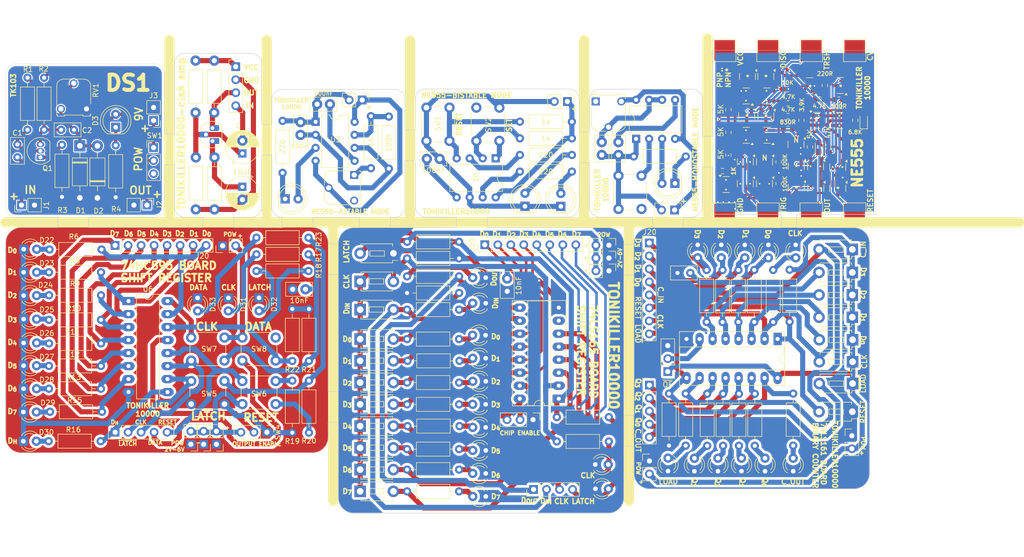
<source format=kicad_pcb>
(kicad_pcb (version 20240108) (generator "pcbnew") (generator_version "8.0")
  (layers (0 "F.Cu" signal) (31 "B.Cu" signal) (34 "B.Paste" user) (35 "F.Paste" user) (36 "B.SilkS" user "B.Silkscreen") (37 "F.SilkS" user "F.Silkscreen") (38 "B.Mask" user) (39 "F.Mask" user) (44 "Edge.Cuts" user))
  (net 0 "")
  (footprint "Resistor_THT:R_Axial_DIN0207_L6.3mm_D2.5mm_P10.16mm_Horizontal" (layer "F.Cu") (at 135.02 112.650371)
    (property "Reference" "R24" (hide yes))
    (property "Value" "1K")
  )
  (footprint "Resistor_THT:R_Axial_DIN0207_L6.3mm_D2.5mm_P10.16mm_Horizontal" (layer "F.Cu") (at 105.6 105.1)
    (property "Reference" "R18")
    (property "Value" "1K")
  )
  (footprint "Package_TO_SOT_SMD:SOT-23" (layer "F.Cu") (at 211.040094 84.669852 -90)
    (property "Reference" "Q4" (hide yes))
    (property "Value" "SS8050")
  )
  (footprint "LED_THT:LED_D3.0mm" (layer "F.Cu") (at 60.115 109.9)
    (property "Reference" "D24")
    (property "Value" "RED")
  )
  (footprint "Resistor_THT:R_Axial_DIN0207_L6.3mm_D2.5mm_P10.16mm_Horizontal" (layer "F.Cu") (at 202.94 139.245 90)
    (property "Reference" "R136" (hide yes))
    (property "Value" "1K")
  )
  (footprint "Button_Switch_THT:SW_PUSH_1P1T_6x3.5mm_H5.0_APEM_MJTP1250" (layer "F.Cu") (at 221.99 132.585 180)
    (property "Reference" "SW64" (hide yes))
    (property "Value" "RESET")
  )
  (footprint "Capacitor_THT:C_Disc_D5.0mm_W2.5mm_P2.50mm" (layer "F.Cu") (at 112.675 108.675)
    (property "Reference" "REF**" (hide yes))
    (property "Value" "10nF")
  )
  (footprint "Resistor_THT:R_Axial_DIN0207_L6.3mm_D2.5mm_P10.16mm_Horizontal" (layer "F.Cu") (at 97.4 93.08 90)
    (property "Reference" "R191" (hide yes))
    (property "Value" "1K")
  )
  (footprint "Resistor_THT:R_Axial_DIN0207_L6.3mm_D2.5mm_P10.16mm_Horizontal" (layer "F.Cu") (at 145.18 106.150371 180)
    (property "Reference" "R38" (hide yes))
    (property "Value" "1K")
  )
  (footprint "LED_THT:LED_D3.0mm" (layer "F.Cu") (at 106.1 110.35 -90)
    (property "Reference" "D32")
    (property "Value" "RED")
  )
  (footprint "Package_TO_SOT_SMD:SOT-23" (layer "F.Cu") (at 201.277594 78.594852 180)
    (property "Reference" "Q16" (hide yes))
    (property "Value" "SS8550")
  )
  (footprint "Connector_PinHeader_2.54mm:PinHeader_1x04_P2.54mm_Vertical" (layer "F.Cu") (at 101.55 65.2)
    (property "Reference" "REF**" (hide yes))
    (property "Value" "PinHeader_1x04_P2.54mm_Vertical")
  )
  (footprint "LED_THT:LED_D5.0mm_IRGrey" (layer "F.Cu") (at 187.344218 87.988282 180)
    (property "Reference" "D5" (hide yes))
    (property "Value" "LED")
  )
  (footprint "Resistor_THT:R_Axial_DIN0207_L6.3mm_D2.5mm_P10.16mm_Horizontal" (layer "F.Cu") (at 206.54 104.905 -90)
    (property "Reference" "R146" (hide yes))
    (property "Value" "1K")
  )
  (footprint "Package_TO_SOT_SMD:SOT-23" (layer "F.Cu") (at 210.990094 80.382352 -90)
    (property "Reference" "Q7" (hide yes))
    (property "Value" "SS8050")
  )
  (footprint "Connector_PinHeader_2.54mm:PinHeader_1x08_P2.54mm_Vertical" (layer "F.Cu") (at 77.985 100.1 90)
    (property "Reference" "J20")
    (property "Value" "D2")
  )
  (footprint "Package_TO_SOT_SMD:SOT-23" (layer "F.Cu") (at 219.146344 84.819852 -90)
    (property "Reference" "Q6" (hide yes))
    (property "Value" "Ss8550")
  )
  (footprint "Resistor_THT:R_Axial_DIN0207_L6.3mm_D2.5mm_P10.16mm_Horizontal" (layer "F.Cu") (at 135.02 118.400371)
    (property "Reference" "R25" (hide yes))
    (property "Value" "1K")
  )
  (footprint "Resistor_THT:R_Axial_DIN0207_L6.3mm_D2.5mm_P10.16mm_Horizontal" (layer "F.Cu") (at 196.64 104.925 -90)
    (property "Reference" "R142" (hide yes))
    (property "Value" "1K")
  )
  (footprint "Resistor_THT:R_Axial_DIN0207_L6.3mm_D2.5mm_P10.16mm_Horizontal" (layer "F.Cu") (at 135.02 148.150371)
    (property "Reference" "R32" (hide yes))
    (property "Value" "1K")
  )
  (footprint "TestPoint:TestPoint_Pad_4.0x4.0mm" (layer "F.Cu") (at 222.440094 94.007352 -90)
    (property "Reference" "PAD4" (hide yes))
    (property "Value" "TestPoint_Pad_4.0x4.0mm")
  )
  (footprint "Package_TO_SOT_SMD:SOT-23" (layer "F.Cu") (at 201.090094 83.782352 -90)
    (property "Reference" "Q12" (hide yes))
    (property "Value" "SS8550")
  )
  (footprint "Connector_PinHeader_2.54mm:PinHeader_1x05_P2.54mm_Vertical" (layer "F.Cu") (at 77.985 136.6 90)
    (property "Reference" "REF**" (hide yes))
    (property "Value" "PinHeader_1x05_P2.54mm_Vertical")
  )
  (footprint "Resistor_SMD:R_0603_1608Metric_Pad0.98x0.95mm_HandSolder" (layer "F.Cu") (at 222.552594 75.669852 90)
    (property "Reference" "R6" (hide yes))
    (property "Value" "6.8K")
  )
  (footprint "TestPoint:TestPoint_Pad_4.0x4.0mm" (layer "F.Cu") (at 213.973426 94.007352 -90)
    (property "Reference" "PAD3" (hide yes))
    (property "Value" "TestPoint_Pad_4.0x4.0mm")
  )
  (footprint "Package_TO_SOT_SMD:SOT-23" (layer "F.Cu") (at 219.621344 68.869852 180)
    (property "Reference" "Q11" (hide yes))
    (property "Value" "SS8050")
  )
  (footprint "Connector_PinHeader_2.54mm:PinHeader_1x08_P2.54mm_Vertical" (layer "F.Cu") (at 150.195 99.975371 90)
    (property "Reference" "J20")
    (property "Value" "D2")
  )
  (footprint "LED_THT:LED_D5.0mm_IRGrey" (layer "F.Cu") (at 111.2 91.025)
    (property "Reference" "D4" (hide yes))
    (property "Value" "LED")
  )
  (footprint "Capacitor_THT:C_Disc_D5.0mm_W2.5mm_P2.50mm" (layer "F.Cu") (at 190.34 105.485 180)
    (property "Reference" "C35" (hide yes))
    (property "Value" "10nF")
  )
  (footprint "Resistor_THT:R_Axial_DIN0207_L6.3mm_D2.5mm_P10.16mm_Horizontal" (layer "F.Cu") (at 179.304218 82.738282)
    (property "Reference" "R23" (hide yes))
    (property "Value" "220" (hide yes))
  )
  (footprint "Package_TO_SOT_SMD:SOT-23" (layer "F.Cu") (at 214.815094 84.694852 -90)
    (property "Reference" "Q3" (hide yes))
    (property "Value" "Ss8550")
  )
  (footprint "Resistor_THT:R_Axial_DIN0207_L6.3mm_D2.5mm_P10.16mm_Horizontal" (layer "F.Cu") (at 112.6 136.68 90)
    (property "Reference" "R19")
    (property "Value" "1K")
  )
  (footprint "Resistor_THT:R_Axial_DIN0207_L6.3mm_D2.5mm_P10.16mm_Horizontal" (layer "F.Cu") (at 199.74 104.905 -90)
    (property "Reference" "R141" (hide yes))
    (property "Value" "1K")
  )
  (footprint "Resistor_SMD:R_0603_1608Metric_Pad0.98x0.95mm_HandSolder" (layer "F.Cu") (at 197.790094 82.432352 90)
    (property "Reference" "R17" (hide yes))
    (property "Value" "5K")
  )
  (footprint "Resistor_THT:R_Axial_DIN0207_L6.3mm_D2.5mm_P10.16mm_Horizontal" (layer "F.Cu") (at 145.18 102.650371 180)
    (property "Reference" "R36" (hide yes))
    (property "Value" "1K")
  )
  (footprint "LED_THT:LED_D3.0mm" (layer "F.Cu") (at 191.79 99.995 -90)
    (property "Reference" "D96" (hide yes))
    (property "Value" "RED")
  )
  (footprint "Button_Switch_THT:SW_PUSH_1P1T_6x3.5mm_H5.0_APEM_MJTP1250" (layer "F.Cu") (at 125.85 126.900371)
    (property "Reference" "SW16" (hide yes))
    (property "Value" "D2")
  )
  (footprint "Resistor_SMD:R_0603_1608Metric_Pad0.98x0.95mm_HandSolder" (layer "F.Cu") (at 212.052594 75.669852 -90)
    (property "Reference" "R2" (hide yes))
    (property "Value" "3.9K")
  )
  (footprint "TestPoint:TestPoint_Pad_4.0x4.0mm" (layer "F.Cu") (at 222.456762 62.007352 -90)
    (property "Reference" "PAD5" (hide yes))
    (property "Value" "TestPoint_Pad_4.0x4.0mm")
  )
  (footprint "Resistor_THT:R_Axial_DIN0207_L6.3mm_D2.5mm_P10.16mm_Horizontal" (layer "F.Cu") (at 189.44 139.215 90)
    (property "Reference" "R149" (hide yes))
    (property "Value" "1K")
  )
  (footprint "Button_Switch_THT:SW_PUSH_1P1T_6x3.5mm_H5.0_APEM_MJTP1250" (layer "F.Cu") (at 125.85 112.650371)
    (property "Reference" "SW10" (hide yes))
    (property "Value" "DATA_IN")
  )
  (footprint "Resistor_SMD:R_0603_1608Metric_Pad0.98x0.95mm_HandSolder" (layer "F.Cu") (at 209.427594 77.344852)
    (property "Reference" "R11" (hide yes))
    (property "Value" "830R")
  )
  (footprint "Resistor_THT:R_Axial_DIN0207_L6.3mm_D2.5mm_P10.16mm_Horizontal" (layer "F.Cu") (at 112.6 112.52 -90)
    (property "Reference" "R22")
    (property "Value" "1K")
  )
  (footprint "Connector_PinHeader_2.54mm:PinHeader_1x02_P2.54mm_Vertical" (layer "F.Cu") (at 99 100.175 90)
    (property "Reference" "REF**" (hide yes))
    (property "Value" "PinHeader_1x02_P2.54mm_Vertical")
  )
  (footprint "Capacitor_THT:C_Disc_D5.0mm_W2.5mm_P2.50mm" (layer "F.Cu") (at 58.9 82.885 90)
    (property "Reference" "C1")
    (property "Value" "100nF")
  )
  (footprint "Button_Switch_THT:SW_PUSH_1P1T_6x3.5mm_H5.0_APEM_MJTP1250" (layer "F.Cu") (at 125.85 148.150371)
    (property "Reference" "SW21" (hide yes))
    (property "Value" "D3")
  )
  (footprint "Resistor_THT:R_Axial_DIN0207_L6.3mm_D2.5mm_P10.16mm_Horizontal" (layer "F.Cu") (at 75.235 119.25 180)
    (property "Reference" "R11")
    (property "Value" "1K")
  )
  (footprint "LED_THT:LED_D3.0mm" (layer "F.Cu") (at 60.06 138.35)
    (property "Reference" "D30")
    (property "Value" "RED")
  )
  (footprint "Connector_PinHeader_2.54mm:PinHeader_1x02_P2.54mm_Vertical" (layer "F.Cu") (at 166.33 72 -90)
    (property "Reference" "REF**" (hide yes))
    (property "Value" "PinHeader_1x02_P2.54mm_Vertical")
  )
  (footprint "Button_Switch_THT:SW_PUSH_1P1T_6x3.5mm_H5.0_APEM_MJTP1250" (layer "F.Cu") (at 125.85 139.650371)
    (property "Reference" "SW19" (hide yes))
    (property "Value" "D1")
  )
  (footprint "Package_TO_SOT_SMD:SOT-23" (layer "F.Cu") (at 205.090094 67.094852 -90)
    (property "Reference" "Q21" (hide yes))
    (property "Value" "SS8050")
  )
  (footprint "Connector_PinHeader_2.54mm:PinHeader_1x02_P2.54mm_Vertical" (layer "F.Cu") (at 85.5 75.71 180)
    (property "Reference" "J3")
    (property "Value" "9V_BATT")
  )
  (footprint "Package_TO_SOT_SMD:SOT-23" (layer "F.Cu") (at 213.683844 68.919852 180)
    (property "Reference" "Q2" (hide yes))
    (property "Value" "SS8050")
  )
  (footprint "Button_Switch_THT:SW_PUSH_1P1T_6x3.5mm_H5.0_APEM_MJTP1250" (layer "F.Cu") (at 125.85 131.150371)
    (property "Reference" "SW17" (hide yes))
    (property "Value" "D3")
  )
  (footprint "LED_THT:LED_D3.0mm" (layer "F.Cu") (at 60.115 119.15)
    (property "Reference" "D26")
    (property "Value" "RED")
  )
  (footprint "Package_TO_SOT_SMD:SOT-23" (layer "F.Cu") (at 219.490094 75.719852)
    (property "Reference" "Q8" (hide yes))
    (property "Value" "Ss8550")
  )
  (footprint "Connector_PinHeader_2.54mm:PinHeader_1x02_P2.54mm_Vertical" (layer "F.Cu") (at 126.25 71.7 -90)
    (property "Reference" "REF**" (hide yes))
    (property "Value" "PinHeader_1x02_P2.54mm_Vertical")
  )
  (footprint "Package_TO_SOT_SMD:SOT-23" (layer "F.Cu") (at 204.840094 83.782352 -90)
    (property "Reference" "Q15" (hide yes))
    (property "Value" "SS8050")
  )
  (footprint "Resistor_THT:R_Axial_DIN0207_L6.3mm_D2.5mm_P10.16mm_Horizontal" (layer "F.Cu") (at 115.85 112.52 -90)
    (property "Reference" "R21")
    (property "Value" "1K")
  )
  (footprint "Button_Switch_THT:SW_PUSH_1P1T_6x3.5mm_H5.0_APEM_MJTP1250" (layer "F.Cu") (at 221.99 109.785 180)
    (property "Reference" "SW62" (hide yes))
    (property "Value" "D2")
  )
  (footprint "LED_THT:LED_D3.0mm" (layer "F.Cu") (at 150.39 140.150371 180)
    (property "Reference" "D40" (hide yes))
    (property "Value" "RED")
  )
  (footprint "Connector_PinHeader_2.54mm:PinHeader_1x03_P2.54mm_Vertical" (layer "F.Cu") (at 159.625 134.150371 -90)
    (property "Reference" "SW9" (hide yes))
    (property "Value" "~{CE}")
  )
  (footprint "Capacitor_THT:C_Disc_D5.0mm_W2.5mm_P2.50mm" (layer "F.Cu") (at 176.304218 79.935782 -90)
    (property "Reference" "C33" (hide yes))
    (property "Value" "100nF" (hide yes))
  )
  (footprint "Resistor_THT:R_Axial_DIN0207_L6.3mm_D2.5mm_P10.16mm_Horizontal" (layer "F.Cu") (at 135.1 135.400371)
    (property "Reference" "R29" (hide yes))
    (property "Value" "1K")
  )
  (footprint "Button_Switch_THT:SW_PUSH_1P1T_6x3.5mm_H5.0_APEM_MJTP1250" (layer "F.Cu") (at 221.99 105.385 180)
    (property "Reference" "SW63" (hide yes))
    (property "Value" "D3")
  )
  (footprint "Resistor_SMD:R_0603_1608Metric_Pad0.98x0.95mm_HandSolder" (layer "F.Cu") (at 209.427594 74.844852)
    (property "Reference" "R8" (hide yes))
    (property "Value" "4.7K")
  )
  (footprint "Button_Switch_THT:SW_PUSH_6mm" (layer "F.Cu") (at 109.35 131.1 180)
    (property "Reference" "SW6")
    (property "Value" "RESET")
  )
  (footprint "Package_TO_SOT_SMD:SOT-23" (layer "F.Cu") (at 211.040094 88.819852 -90)
    (property "Reference" "Q10" (hide yes))
    (property "Value" "SS8050")
  )
  (footprint "Package_TO_SOT_SMD:SOT-23" (layer "F.Cu") (at 215.052594 75.669852)
    (property "Reference" "Q1" (hide yes))
    (property "Value" "SS8050")
  )
  (footprint "Resistor_THT:R_Axial_DIN0207_L6.3mm_D2.5mm_P10.16mm_Horizontal" (layer "F.Cu") (at 97.35 74.17 90)
    (property "Reference" "R190" (hide yes))
    (property "Value" "4.7K")
  )
  (footprint "Package_TO_SOT_SMD:SOT-23" (layer "F.Cu") (at 205.102594 74.844852 -90)
    (property "Reference" "Q14" (hide yes))
    (property "Value" "SS8050")
  )
  (footprint "LED_THT:LED_D3.0mm" (layer "F.Cu") (at 150.375 144.650371 180)
    (property "Reference" "D41" (hide yes))
    (property "Value" "RED")
  )
  (footprint "Button_Switch_THT:SW_PUSH_6mm" (layer "F.Cu") (at 102.85 118.1)
    (property "Reference" "SW8")
    (property "Value" "DATA")
  )
  (footprint "Potentiometer_THT:Potentiometer_Runtron_RM-065_Vertical" (layer "F.Cu") (at 124.69 86.35 -90)
    (property "Reference" "RV2" (hide yes))
    (property "Value" "1M")
  )
  (footprint "LED_THT:LED_D3.0mm" (layer "F.Cu") (at 100.1 110.365 -90)
    (property "Reference" "D31")
    (property "Value" "RED")
  )
  (footprint "LED_THT:LED_D3.0mm" (layer "F.Cu") (at 205.59 99.995 -90)
    (property "Reference" "D93" (hide yes))
    (property "Value" "RED")
  )
  (footprint "Resistor_THT:R_Axial_DIN0207_L6.3mm_D2.5mm_P10.16mm_Horizontal" (layer "F.Cu") (at 75.33 100.9 180)
    (property "Reference" "R6")
    (property "Value" "1K")
  )
  (footprint "Potentiometer_THT:Potentiometer_Runtron_RM-065_Vertical" (layer "F.Cu") (at 72.4 73.435 180)
    (property "Reference" "RV1")
    (property "Value" "100K")
  )
  (footprint "Resistor_THT:R_Axial_DIN0207_L6.3mm_D2.5mm_P10.16mm_Horizontal" (layer "F.Cu") (at 193.54 104.905 -90)
    (property "Reference" "R143" (hide yes))
    (property "Value" "1K")
  )
  (footprint "LED_THT:LED_D3.0mm" (layer "F.Cu") (at 150.39 126.650371 180)
    (property "Reference" "D37" (hide yes))
    (property "Value" "RED")
  )
  (footprint "Resistor_THT:R_Axial_DIN0207_L6.3mm_D2.5mm_P10.16mm_Horizontal" (layer "F.Cu") (at 210.44 139.215 90)
    (property "Reference" "R145" (hide yes))
    (property "Value" "1K")
  )
  (footprint "LED_THT:LED_D3.0mm" (layer "F.Cu") (at 200.34 144.21 90)
    (property "Reference" "D90" (hide yes))
    (property "Value" "RED")
  )
  (footprint "Resistor_SMD:R_0603_1608Metric_Pad0.98x0.95mm_HandSolder" (layer "F.Cu") (at 216.621344 68.869852 -90)
    (property "Reference" "R3" (hide yes))
    (property "Value" "220R")
  )
  (footprint "Resistor_THT:R_Axial_DIN0207_L6.3mm_D2.5mm_P10.16mm_Horizontal" (layer "F.Cu") (at 105.6 101.85)
    (property "Reference" "R17")
    (property "Value" "1K")
  )
  (footprint "Resistor_SMD:R_0603_1608Metric_Pad0.98x0.95mm_HandSolder" (layer "F.Cu") (at 197.790094 78.019852 90)
    (property "Reference" "R16" (hide yes))
    (property "Value" "5K")
  )
  (footprint "Package_TO_SOT_SMD:SOT-23" (layer "F.Cu") (at 201.090094 88.032352 -90)
    (property "Reference" "Q22" (hide yes))
    (property "Value" "SS8550")
  )
  (footprint "Button_Switch_THT:SW_PUSH_6mm" (layer "F.Cu") (at 148.55 79.69 90)
    (property "Reference" "SW2")
    (property "Value" "SET")
  )
  (footprint "Package_TO_SOT_SMD:SOT-23" (layer "F.Cu") (at 205.290094 70.907352 180)
    (property "Reference" "Q23" (hide yes))
    (property "Value" "SS8550")
  )
  (footprint "Resistor_THT:R_Axial_DIN0207_L6.3mm_D2.5mm_P10.16mm_Horizontal" (layer "F.Cu") (at 186.19 129.055 -90)
    (property "Reference" "R147" (hide yes))
    (property "Value" "1K")
  )
  (footprint "Connector_PinHeader_2.54mm:PinHeader_1x03_P2.54mm_Vertical" (layer "F.Cu") (at 85.5 81.01)
    (property "Reference" "SW1")
    (property "Value" "ENABLE")
  )
  (footprint "LED_THT:LED_D3.0mm" (layer "F.Cu") (at 60.115 105.35)
    (property "Reference" "D23")
    (property "Value" "RED")
  )
  (footprint "Package_TO_SOT_SMD:SOT-23" (layer "F.Cu") (at 201.290094 70.907352 180)
    (property "Reference" "Q20" (hide yes))
    (property "Value" "SS8550")
  )
  (footprint "Connector_PinHeader_2.54mm:PinHeader_1x02_P2.54mm_Vertical" (layer "F.Cu") (at 221.9 137.285)
    (property "Reference" "REF**" (hide yes))
    (property "Value" "PinHeader_1x02_P2.54mm_Vertical")
  )
  (footprint "Connector_PinHeader_2.54mm:PinHeader_1x02_P2.54mm_Vertical" (layer "F.Cu") (at 182.35 142.205)
    (property "Reference" "REF**" (hide yes))
    (property "Value" "PinHeader_1x02_P2.54mm_Vertical")
  )
  (footprint "TestPoint:TestPoint_Pad_4.0x4.0mm" (layer "F.Cu") (at 205.50676 94.007352 -90)
    (property "Reference" "PAD2" (hide yes))
    (property "Value" "TestPoint_Pad_4.0x4.0mm")
  )
  (footprint "Connector_PinHeader_2.54mm:PinHeader_1x08_P2.54mm_Vertical" (layer "F.Cu") (at 182.33 99.615)
    (property "Reference" "J20")
    (property "Value" "D2")
  )
  (footprint "Resistor_SMD:R_0603_1608Metric_Pad0.98x0.95mm_HandSolder" (layer "F.Cu") (at 215.621344 71.619852)
    (property "Reference" "R5" (hide yes))
    (property "Value" "4.7K")
  )
  (footprint "Potentiometer_THT:Potentiometer_Runtron_RM-065_Vertical" (layer "F.Cu") (at 171.864218 71.985782)
    (property "Reference" "RV1" (hide yes))
    (property "Value" "1M")
  )
  (footprint "LED_THT:LED_D3.0mm" (layer "F.Cu") (at 60.06 132.65)
    (property "Reference" "D29")
    (property "Value" "RED")
  )
  (footprint "Connector_PinHeader_2.54mm:PinHeader_1x02_P2.54mm_Vertical" (layer "F.Cu") (at 59.7 92.235 90)
    (property "Reference" "J1")
    (property "Value" "Conn_01x02")
  )
  (footprint "Connector_PinHeader_2.54mm:PinHeader_1x02_P2.54mm_Vertical" (layer "F.Cu") (at 174.45 100.075371 -90)
    (property "Reference" "REF**" (hide yes))
    (property "Value" "PinHeader_1x02_P2.54mm_Vertical")
  )
  (footprint "Resistor_THT:R_Axial_DIN0207_L6.3mm_D2.5mm_P10.16mm_Horizontal" (layer "F.Cu") (at 64.11 77.515 90)
    (property "Reference" "R2")
    (property "Value" "47K")
  )
  (footprint "Resistor_THT:R_Axial_DIN0207_L6.3mm_D2.5mm_P10.16mm_Horizontal" (layer "F.Cu") (at 75.235 114.65 180)
    (property "Reference" "R10")
    (property "Value" "1K")
  )
  (footprint "Resistor_THT:R_Axial_DIN0207_L6.3mm_D2.5mm_P10.16mm_Horizontal" (layer "F.Cu") (at 75.43 132.6 180)
    (property "Reference" "R15")
    (property "Value" "1K")
  )
  (footprint "Button_Switch_THT:SW_PUSH_6mm" (layer "F.Cu") (at 92.85 118.1)
    (property "Reference" "SW7")
    (property "Value" "CLK")
  )
  (footprint "Resistor_THT:R_Axial_DIN0207_L6.3mm_D2.5mm_P10.16mm_Horizontal" (layer "F.Cu") (at 75.235 109.85 180)
    (property "Reference" "R9")
    (property "Value" "1K")
  )
  (footprint "LED_THT:LED_D5.0mm_IRGrey" (layer "F.Cu") (at 165.05 92.49 90)
    (property "Reference" "D3" (hide yes))
    (property "Value" "LED")
  )
  (footprint "Connector_PinHeader_2.54mm:PinHeader_1x04_P2.54mm_Vertical" (layer "F.Cu") (at 159.725 147.775371 90)
    (property "Reference" "REF**" (hide yes))
    (property "Value" "PinHeader_1x04_P2.54mm_Vertical")
  )
  (footprint "Capacitor_THT:CP_Radial_D6.3mm_P2.50mm" (layer "F.Cu") (at 102.85 82.15 90)
    (property "Reference" "C29" (hide yes))
    (property "Value" "C")
  )
  (footprint "LED_THT:LED_D3.0mm" (layer "F.Cu") (at 204.94 144.21 90)
    (property "Reference" "D89" (hide yes))
    (property "Value" "RED")
  )
  (footprint "LED_THT:LED_D3.0mm" (layer "F.Cu") (at 94.1 110.365 -90)
    (property "Reference" "D33")
    (property "Value" "RED")
  )
  (footprint "Resistor_THT:R_Axial_DIN0207_L6.3mm_D2.5mm_P10.16mm_Horizontal" (layer "F.Cu") (at 199.84 139.245 90)
    (property "Reference" "R137" (hide yes))
    (property "Value" "1K")
  )
  (footprint "Resistor_THT:R_Axial_DIN0207_L6.3mm_D2.5mm_P10.16mm_Horizontal" (layer "F.Cu") (at 93.75 93.08 90)
    (property "Reference" "R222" (hide yes))
    (property "Value" "1K")
  )
  (footprint "Connector_PinHeader_2.54mm:PinHeader_1x02_P2.54mm_Vertical" (layer "F.Cu") (at 174.45 105.075371 -90)
    (property "Reference" "REF**" (hide yes))
    (property "Value" "PinHeader_1x02_P2.54mm_Vertical")
  )
  (footprint "Connector_PinHeader_2.54mm:PinHeader_1x02_P2.54mm_Vertical" (layer "F.Cu") (at 174.45 102.575371 -90)
    (property "Reference" "REF**" (hide yes))
    (property "Value" "PinHeader_1x02_P2.54mm_Vertical")
  )
  (footprint "LED_THT:LED_D3.0mm" (layer "F.Cu") (at 191.14 144.225 90)
    (property "Reference" "D92" (hide yes))
    (property "Value" "RED")
  )
  (footprint "LED_THT:LED_D3.0mm" (layer "F.Cu") (at 195.74 144.21 90)
    (property "Reference" "D91" (hide yes))
    (property "Value" "RED")
  )
  (footprint "Capacitor_THT:C_Disc_D5.0mm_W2.5mm_P2.50mm" (layer "F.Cu") (at 173.054218 79.935782 -90)
    (property "Reference" "C31" (hide yes))
    (property "Value" "100nF" (hide yes))
  )
  (footprint "Resistor_THT:R_Axial_DIN0207_L6.3mm_D2.5mm_P10.16mm_Horizontal" (layer "F.Cu") (at 127.95 74.865 -90)
    (property "Reference" "R24" (hide yes))
    (property "Value" "1k")
  )
  (footprint "Button_Switch_THT:SW_PUSH_6mm" (layer "F.Cu") (at 176.314218 92.985782 90)
    (property "Reference" "SW3" (hide yes))
    (property "Value" "Trigger")
  )
  (footprint "Connector_PinHeader_2.54mm:PinHeader_1x02_P2.54mm_Vertical" (layer "F.Cu") (at 97.775 138.95 180)
    (property "Reference" "REF**" (hide yes))
    (property "Value" "PinHeader_1x02_P2.54mm_Vertical")
  )
  (footprint "LED_THT:LED_D3.0mm" (layer "F.Cu") (at 60.13 100.85)
    (property "Reference" "D22")
    (property "Value" "RED")
  )
  (footprint "Package_DIP:DIP-16_W7.62mm_Socket_LongPads" (layer "F.Cu") (at 164.65 130.050371 180)
    (property "Reference" "U7" (hide yes))
    (property "Value" "74LS165")
  )
  (footprint "Resistor_THT:R_Axial_DIN0207_L6.3mm_D2.5mm_P10.16mm_Horizontal" (layer "F.Cu") (at 110.7 85.935 90)
    (property "Reference" "R20" (hide yes))
    (property "Value" "220")
  )
  (footprint "Resistor_THT:R_Axial_DIN0207_L6.3mm_D2.5mm_P10.16mm_Horizontal" (layer "F.Cu") (at 135.1 122.650371)
    (property "Reference" "R26" (hide yes))
    (property "Value" "1K")
  )
  (footprint "Package_TO_SOT_THT:TO-92_HandSolder" (layer "F.Cu") (at 97 79.72 90)
    (property "Reference" "Q180" (hide yes))
    (property "Value" "SS8050")
  )
  (footprint "Diode_THT:D_DO-41_SOD81_P10.16mm_Horizontal" (layer "F.Cu") (at 71.1 80.655 -90)
    (property "Reference" "D1")
    (property "Value" "D")
  )
  (footprint "Button_Switch_THT:SW_PUSH_1P1T_6x3.5mm_H5.0_APEM_MJTP1250" (layer "F.Cu") (at 222.04 127.085 180)
    (property "Reference" "SW67" (hide yes))
    (property "Value" "~{LOAD}")
  )
  (footprint "Connector_PinHeader_2.54mm:PinHeader_1x05_P2.54mm_Vertical" (layer "F.Cu") (at 182.35 127.4)
    (property "Reference" "REF**" (hide yes))
    (property "Value" "PinHeader_1x05_P2.54mm_Vertical")
  )
  (footprint "Capacitor_THT:C_Disc_D5.0mm_W2.5mm_P2.50mm" (layer "F.Cu") (at 114.2 78.525 90)
    (property "Reference" "C5" (hide yes))
    (property "Value" "100nF")
  )
  (footprint "Resistor_SMD:R_0603_1608Metric_Pad0.98x0.95mm_HandSolder" (layer "F.Cu") (at 196.640094 85.582352)
    (property "Reference" "R10" (hide yes))
    (property "Value" "1K")
  )
  (footprint "Connector_PinHeader_2.54mm:PinHeader_1x03_P2.54mm_Vertical" (layer "F.Cu") (at 107.64 136.6 -90)
    (property "Reference" "SW4")
    (property "Value" "~{OE}")
  )
  (footprint "Button_Switch_THT:SW_PUSH_1P1T_6x3.5mm_H5.0_APEM_MJTP1250" (layer "F.Cu") (at 125.85 143.900371)
    (property "Reference" "SW20" (hide yes))
    (property "Value" "D2")
  )
  (footprint "Diode_THT:D_DO-41_SOD81_P10.16mm_Horizontal" (layer "F.Cu") (at 74.53 90.825 90)
    (property "Reference" "D2")
    (property "Value" "D")
  )
  (footprint "LED_THT:LED_D3.0mm" (layer "F.Cu") (at 60.1 128.1)
    (property "Reference" "D28")
    (property "Value" "RED")
  )
  (footprint "Connector_PinHeader_2.54mm:PinHeader_1x02_P2.54mm_Vertical" (layer "F.Cu") (at 95.275 138.95 180)
    (property "Reference" "REF**" (hide yes))
    (property "Value" "PinHeader_1x02_P2.54mm_Vertical")
  )
  (footprint "Button_Switch_THT:SW_PUSH_6mm" (layer "F.Cu") (at 99.35 131.1 180)
    (property "Reference" "SW5")
    (property "Value" "~{LATCH}")
  )
  (footprint "Resistor_THT:R_Axial_DIN0207_L6.3mm_D2.5mm_P10.16mm_Horizontal" (layer "F.Cu") (at 135.02 126.900371)
    (property "Reference" "R27" (hide yes))
    (property "Value" "1K")
  )
  (footprint "TestPoint:TestPoint_Pad_4.0x4.0mm" (layer "F.Cu") (at 197.056762 62.007352 -90)
    (property "Reference" "PAD8" (hide yes))
    (property "Value" "TestPoint_Pad_4.0x4.0mm")
  )
  (footprint "Resistor_THT:R_Axial_DIN0207_L6.3mm_D2.5mm_P10.16mm_Horizontal" (layer "F.Cu") (at 157.05 79.19)
    (property "Reference" "R21" (hide yes))
    (property "Value" "1k")
  )
  (footprint "Resistor_THT:R_Axial_DIN0207_L6.3mm_D2.5mm_P10.16mm_Horizontal" (layer "F.Cu") (at 67.6 90.615 90)
    (property "Reference" "R3")
    (property "Value" "680R")
  )
  (footprint "LED_THT:LED_D5.0mm_IRGrey" (layer "F.Cu") (at 158.05 92.465 90)
    (property "Reference" "D6" (hide yes))
    (property "Value" "LED")
  )
  (footprint "LED_THT:LED_D3.0mm" (layer "F.Cu") (at 150.375 106.400371 180)
    (property "Reference" "D6" (hide yes))
    (property "Value" "RED")
  )
  (footprint "LED_THT:LED_D3.0mm" (layer "F.Cu") (at 210.94 99.995 -90)
    (property "Reference" "D99" (hide yes))
    (property "Value" "RED")
  )
  (footprint "Capacitor_THT:C_Disc_D5.0mm_W2.5mm_P2.50mm" (layer "F.Cu") (at 154.575 109.075371 90)
    (property "Reference" "REF**" (hide yes))
    (property "Value" "10nF")
  )
  (footprint "TestPoint:TestPoint_Pad_4.0x4.0mm" (layer "F.Cu") (at 205.523428 62.007352 -90)
    (property "Reference" "PAD7" (hide yes))
    (property "Value" "TestPoint_Pad_4.0x4.0mm")
  )
  (footprint "TestPoint:TestPoint_Pad_4.0x4.0mm" (layer "F.Cu") (at 197.040094 94.007352 -90)
    (property "Reference" "PAD1" (hide yes))
    (property "Value" "TestPoint_Pad_4.0x4.0mm")
  )
  (footprint "Resistor_THT:R_Axial_DIN0207_L6.3mm_D2.5mm_P10.16mm_Horizontal" (layer "F.Cu") (at 78.1 90.715 90)
    (property "Reference" "R4")
    (property "Value" "10K")
  )
  (footprint "LED_THT:LED_D3.0mm" (layer "F.Cu") (at 200.99 99.995 -90)
    (property "Reference" "D94" (hide yes))
    (property "Value" "RED")
  )
  (footprint "Resistor_THT:R_Axial_DIN0207_L6.3mm_D2.5mm_P10.16mm_Horizontal" (layer "F.Cu") (at 209.74 115.015 90)
    (property "Reference" "R144" (hide yes))
    (property "Value" "1K")
  )
  (footprint "Resistor_THT:R_Axial_DIN0207_L6.3mm_D2.5mm_P10.16mm_Horizontal" (layer "F.Cu") (at 135.02 131.150371)
    (property "Reference" "R28" (hide yes))
    (property "Value" "1K")
  )
  (footprint "Button_Switch_THT:SW_PUSH_1P1T_6x3.5mm_H5.0_APEM_MJTP1250" (layer "F.Cu") (at 222.04 118.535 180)
    (property "Reference" "SW60" (hide yes))
    (property "Value" "D0")
  )
  (footprint "Resistor_THT:R_Axial_DIN0207_L6.3mm_D2.5mm_P10.16mm_Horizontal" (layer "F.Cu") (at 164.27 133.650371)
    (property "Reference" "R33" (hide yes))
    (property "Value" "1K")
  )
  (footprint "Resistor_THT:R_Axial_DIN0207_L6.3mm_D2.5mm_P10.16mm_Horizontal" (layer "F.Cu") (at 75.22 128.1 180)
    (property "Reference" "R13")
    (property "Value" "1K")
  )
  (footprint "Package_TO_SOT_SMD:SOT-23" (layer "F.Cu") (at 201.352594 74.782352 -90)
    (property "Reference" "Q17" (hide yes))
    (property "Value" "SS8050")
  )
  (footprint "Resistor_THT:R_Axial_DIN0207_L6.3mm_D2.5mm_P10.16mm_Horizontal" (layer "F.Cu") (at 93.7 74.17 90)
    (property "Reference" "R221" (hide yes))
    (property "Value" "4.7K")
  )
  (footprint "Resistor_THT:R_Axial_DIN0207_L6.3mm_D2.5mm_P10.16mm_Horizontal" (layer "F.Cu") (at 135.02 99.400371)
    (property "Reference" "R37" (hide yes))
    (property "Value" "1K")
  )
  (footprint "Resistor_THT:R_Axial_DIN0207_L6.3mm_D2.5mm_P10.16mm_Horizontal" (layer "F.Cu") (at 202.84 104.905 -90)
    (property "Reference" "R140" (hide yes))
    (property "Value" "1K")
  )
  (footprint "Resistor_THT:R_Axial_DIN0207_L6.3mm_D2.5mm_P10.16mm_Horizontal" (layer "F.Cu") (at 135.02 143.900371)
    (property "Reference" "R31" (hide yes))
    (property "Value" "1K")
  )
  (footprint "Resistor_SMD:R_0603_1608Metric_Pad0.98x0.95mm_HandSolder" (layer "F.Cu") (at 219.371344 71.619852 180)
    (property "Reference" "R7" (hide yes))
    (property "Value" "100R")
  )
  (footprint "Resistor_THT:R_Axial_DIN0207_L6.3mm_D2.5mm_P10.16mm_Horizontal" (layer "F.Cu") (at 157.05 82.44)
    (property "Reference" "R22" (hide yes))
    (property "Value" "220")
  )
  (footprint "Button_Switch_THT:SW_PUSH_1P1T_6x3.5mm_H5.0_APEM_MJTP1250" (layer "F.Cu") (at 125.85 118.400371)
    (property "Reference" "SW14" (hide yes))
    (property "Value" "D0")
  )
  (footprint "LED_THT:LED_D3.0mm" (layer "F.Cu") (at 150.39 149.150371 180)
    (property "Reference" "D42" (hide yes))
    (property "Value" "RED")
  )
  (footprint "Resistor_SMD:R_0603_1608Metric_Pad0.98x0.95mm_HandSolder" (layer "F.Cu") (at 209.427594 72.344852)
    (property "Reference" "R14" (hide yes))
    (property "Value" "4.7K")
  )
  (footprint "Button_Switch_THT:SW_PUSH_1P1T_6x3.5mm_H5.0_APEM_MJTP1250" (layer "F.Cu") (at 132.35 101.650371 180)
    (property "Reference" "SW12" (hide yes))
    (property "Value" "~{LATCH}")
  )
  (footprint "LED_THT:LED_D3.0mm" (layer "F.Cu") (at 210.44 144.21 90)
    (property "Reference" "D97" (hide yes))
    (property "Value" "RED")
  )
  (footprint "Button_Switch_THT:SW_PUSH_1P1T_6x3.5mm_H5.0_APEM_MJTP1250" (layer "F.Cu") (at 125.85 107.150371)
    (property "Reference" "SW11" (hide yes))
    (property "Value" "CLK")
  )
  (footprint "Connector_PinHeader_2.54mm:PinHeader_1x02_P2.54mm_Vertical" (layer "F.Cu") (at 187.279218 93.185782 -90)
    (property "Reference" "REF**" (hide yes))
    (property "Value" "PinHeader_1x02_P2.54mm_Vertical")
  )
  (footprint "LED_THT:LED_D3.0mm" (layer "F.Cu") (at 150.375 131.150371 180)
    (property "Reference" "D38" (hide yes))
    (property "Value" "RED")
  )
  (footprint "LED_THT:LED_D3.0mm" (layer "F.Cu") (at 185.99 144.185 90)
    (property "Reference" "D100" (hide yes))
    (property "Value" "RED")
  )
  (footprint "LED_THT:LED_D3.0mm" (layer "F.Cu") (at 60.115 114.5)
    (property "Reference" "D25")
    (property "Value" "RED")
  )
  (footprint "Resistor_THT:R_Axial_DIN0207_L6.3mm_D2.5mm_P10.16mm_Horizontal" (layer "F.Cu") (at 75.165 138.35 180)
    (property "Reference" "R16")
    (property "Value" "1K")
  )
  (footprint "Resistor_SMD:R_0603_1608Metric_Pad0.98x0.95mm_HandSolder" (layer "F.Cu") (at 207.590094 88.032352 -90)
    (property "Reference" "R13" (hide yes))
    (property "Value" "100K")
  )
  (footprint "TestPoint:TestPoint_Pad_4.0x4.0mm" (layer "F.Cu") (at 213.990094 62.007352 -90)
    (property "Reference" "PAD6" (hide yes))
    (property "Value" "TestPoint_Pad_4.0x4.0mm")
  )
  (footprint "Package_TO_SOT_SMD:SOT-23" (layer "F.Cu") (at 204.840094 88.032352 -90)
    (property "Reference" "Q19" (hide yes))
    (property "Value" "SS8550")
  )
  (footprint "Diode_SMD:D_0603_1608Metric_Pad1.05x0.95mm_HandSolder" (layer "F.Cu") (at 215.490094 80.882352 90)
    (property "Reference" "D1" (hide yes))
    (property "Value" "D")
  )
  (footprint "Capacitor_THT:C_Disc_D5.0mm_W2.5mm_P2.50mm" (layer "F.Cu") (at 138.88 83.2)
    (property "Reference" "C3" (hide yes))
    (property "Value" "100nF")
  )
  (footprint "Package_TO_SOT_SMD:SOT-23" (layer "F.Cu") (at 219.146344 88.944852 -90)
    (property "Reference" "Q5" (hide yes))
    (property "Value" "SS8050")
  )
  (footprint "Capacitor_THT:CP_Radial_D6.3mm_P2.50mm" (layer "F.Cu") (at 102.85 88.667621 -90)
    (property "Reference" "C23" (hide yes))
    (property "Value" "10uF")
  )
  (footprint "Package_TO_SOT_SMD:SOT-23" (layer "F.Cu") (at 214.865094 88.934852 -90)
    (property "Reference" "Q9" (hide yes))
    (property "Value" "Ss8550")
  )
  (footprint "Resistor_SMD:R_0603_1608Metric_Pad0.98x0.95mm_HandSolder" (layer "F.Cu") (at 197.790094 73.594852 90)
    (property "Reference" "R15" (hide yes))
    (property "Value" "5K")
  )
  (footprint "Resistor_THT:R_Axial_DIN0207_L6.3mm_D2.5mm_P10.16mm_Horizontal" (layer "F.Cu") (at 157.05 85.69)
    (property "Reference" "R18" (hide yes))
    (property "Value" "220")
  )
  (footprint "Package_DIP:DIP-16_W7.62mm_Socket_LongPads" (layer "F.Cu") (at 207.39 118.385 -90)
    (property "Reference" "U20" (hide yes))
    (property "Value" "74LS161")
  )
  (footprint "LED_THT:LED_D3.0mm" (layer "F.Cu") (at 171.77 142.900371)
    (property "Reference" "D44" (hide yes))
    (property "Value" "RED")
  )
  (footprint "Resistor_THT:R_Axial_DIN0207_L6.3mm_D2.5mm_P10.16mm_Horizontal" (layer "F.Cu") (at 193.64 139.245 90)
    (property "Reference" "R139" (hide yes))
    (property "Value" "1K")
  )
  (footprint "Resistor_SMD:R_0603_1608Metric_Pad0.98x0.95mm_HandSolder" (layer "F.Cu") (at 207.590094 83.782352 90)
    (property "Reference" "R9" (hide yes))
    (property "Value" "100K")
  )
  (footprint "Package_DIP:DIP-8_W7.62mm" (layer "F.Cu") (at 152.33 83.1 -90)
    (property "Reference" "U1")
    (property "Value" "NE555P")
  )
  (footprint "Package_DIP:DIP-8_W7.62mm" (layer "F.Cu") (at 179.754218 79.288282 90)
    (property "Reference" "U2" (hide yes))
    (property "Value" "NE555P")
  )
  (footprint "Diode_SMD:D_0603_1608Metric_Pad1.05x0.95mm_HandSolder" (layer "F.Cu") (at 224.215094 75.669852 90)
    (property "Reference" "D2" (hide yes))
    (property "Value" "D")
  )
  (footprint "LED_THT:LED_D3.0mm" (layer "F.Cu") (at 150.375 122.150371 180)
    (property "Reference" "D36" (hide yes))
    (property "Value" "RED")
  )
  (footprint "Resistor_SMD:R_0603_1608Metric_Pad0.98x0.95mm_HandSolder" (layer "F.Cu") (at 213.740094 80.882352 -90)
    (property "Reference" "R1" (hide yes))
    (property "Value" "5K")
  )
  (footprint "Button_Switch_THT:SW_PUSH_1P1T_6x3.5mm_H5.0_APEM_MJTP1250" (layer "F.Cu") (at 125.85 135.400371)
    (property "Reference" "SW18" (hide yes))
    (property "Value" "D0")
  )
  (footprint "Package_TO_SOT_SMD:SOT-23" (layer "F.Cu") (at 197.340094 88.219852)
    (property "Reference" "Q18" (hide yes))
    (property "Value" "Ss8550")
  )
  (footprint "Connector_PinHeader_2.54mm:PinHeader_1x02_P2.54mm_Vertical" (layer "F.Cu") (at 92.775 138.95 180)
    (property "Reference" "REF**" (hide yes))
    (property "Value" "PinHeader_1x02_P2.54mm_Vertical")
  )
  (footprint "LED_THT:LED_D3.0mm" (layer "F.Cu") (at 171.81 147.650371)
    (property "Reference" "D43" (hide yes))
    (property "Value" "RED")
  )
  (footprint "LED_THT:LED_D3.0mm" (layer "F.Cu") (at 150.375 111.400371 180)
    (property "Reference" "D34" (hide yes))
    (property "Value" "RED")
  )
  (footprint "Button_Switch_THT:SW_PUSH_1P1T_6x3.5mm_H5.0_APEM_MJTP1250" (layer "F.Cu") (at 222.04 122.835 180)
    (property "Reference" "SW65" (hide yes))
    (property "Value" "CLK")
  )
  (footprint "Resistor_THT:R_Axial_DIN0207_L6.3mm_D2.5mm_P10.16mm_Horizontal" (layer "F.Cu") (at 75.235 105.35 180)
    (property "Reference" "R8")
    (property "Value" "1K")
  )
  (footprint "Package_TO_SOT_THT:TO-92_Inline" (layer "F.Cu") (at 63.4 82.905 90)
    (property "Reference" "Q1")
    (property "Value" "2N3904")
  )
  (footprint "LED_THT:LED_D3.0mm" (layer "F.Cu") (at 196.39 99.995 -90)
    (property "Reference" "D95" (hide yes))
    (property "Value" "RED")
  )
  (footprint "Button_Switch_THT:SW_PUSH_1P1T_6x3.5mm_H5.0_APEM_MJTP1250" (layer "F.Cu") (at 221.99 114.135 180)
    (property "Reference" "SW61" (hide yes))
    (property "Value" "D1")
  )
  (footprint "Resistor_THT:R_Axial_DIN0207_L6.3mm_D2.5mm_P10.16mm_Horizontal" (layer "F.Cu") (at 75.22 123.65 180)
    (property "Reference" "R12")
    (property "Value" "1K")
  )
  (footprint "Resistor_THT:R_Axial_DIN0207_L6.3mm_D2.5mm_P10.16mm_Horizontal" (layer "F.Cu") (at 164.27 138.400371)
    (property "Reference" "R34" (hide yes))
    (property "Value" "1K")
  )
  (footprint "Resistor_THT:R_Axial_DIN0207_L6.3mm_D2.5mm_P10.16mm_Horizontal" (layer "F.Cu") (at 131.45 85.105 90)
    (property "Reference" "R25" (hide yes))
    (property "Value" "100k")
  )
  (footprint "Button_Switch_THT:SW_PUSH_1P1T_6x3.5mm_H5.0_APEM_MJTP1250" (layer "F.Cu") (at 125.85 122.650371)
    (property "Reference" "SW15" (hide yes))
    (property "Value" "D1")
  )
  (footprint "Package_TO_SOT_SMD:SOT-23" (layer "F.Cu") (at 205.340094 78.594852 180)
    (property "Reference" "Q13" (hide yes))
    (property "Value" "SS8550")
  )
  (footprint "LED_THT:LED_D3.0mm" (layer "F.Cu") (at 150.35 117.650371 180)
    (property "Reference" "D35" (hide yes))
    (property "Value" "RED")
  )
  (footprint "Package_TO_SOT_SMD:SOT-23" (layer "F.Cu") (at 201.515094 67.094852 -90)
    (property "Reference" "Q24" (hide yes))
    (property "Value" "SS8050")
  )
  (footprint "Resistor_SMD:R_0603_1608Metric_Pad0.98x0.95mm_HandSolder" (layer "F.Cu") (at 209.340094 69.594852 180)
    (property "Reference" "R12" (hide yes))
    (property "Value" "10K")
  )
  (footprint "Resistor_THT:R_Axial_DIN0207_L6.3mm_D2.5mm_P10.16mm_Horizontal" (layer "F.Cu") (at 157.05 75.94)
    (property "Reference" "R19" (hide yes))
    (property "Value" "1k")
  )
  (footprint "LED_THT:LED_D3.0mm" (layer "F.Cu") (at 60.1 123.6)
    (property "Reference" "D27")
    (property "Value" "RED")
  )
  (footprint "LED_THT:LED_D5.0mm" (layer "F.Cu") (at 78.1 77.035 90)
    (property "Reference" "D3")
    (property "Value" "RED")
  )
  (footprint "Resistor_THT:R_Axial_DIN0207_L6.3mm_D2.5mm_P10.16mm_Horizontal" (layer "F.Cu") (at 115.85 136.68 90)
    (property "Reference" "R20")
    (property "Value" "1K")
  )
  (footprint "Package_DIP:DIP-8_W7.62mm" (layer "F.Cu") (at 117.15 75.975)
    (property "Reference" "U3")
    (property "Value" "NE555P")
  )
  (footprint "Button_Switch_THT:SW_PUSH_1P1T_6x3.5mm_H5.0_APEM_MJTP1250" (layer "F.Cu") (at 221.99 100.885 180)
    (property "Reference" "SW66" (hide yes))
    (property "Value" "C_IN")
  )
  (footprint "Button_Switch_THT:SW_PUSH_6mm" (layer "F.Cu") (at 143.3 73.19 -90)
    (property "Reference" "SW1")
    (property "Value" "RESET")
  )
  (footprint "Connector_PinHeader_2.54mm:PinHeader_1x02_P2.54mm_Vertical" (layer "F.Cu") (at 84.2 92.235 -90)
    (property "Reference" "J2")
    (property "Value" "Conn_01x02")
  )
  (footprint "Package_DIP:DIP-16_W7.62mm_LongPads" (layer "F.Cu") (at 80.6 110.975)
    (property "Reference" "U6")
    (property "Value" "74LS595")
  )
  (footprint "Resistor_THT:R_Axial_DIN0207_L6.3mm_D2.5mm_P10.16mm_Horizontal" (layer "F.Cu") (at 135.02 109.400371)
    (property "Reference" "R35" (hide yes))
    (property "Value" "1K")
  )
  (footprint "Connector_PinHeader_2.54mm:PinHeader_1x03_P2.54mm_Vertical" (layer "F.Cu") (at 185.94 124.76 180)
    (property "Reference" "SW68" (hide yes))
    (property "Value" "~{OE}")
  )
  (footprint "Resistor_THT:R_Axial_DIN0207_L6.3mm_D2.5mm_P10.16mm_Horizontal" (layer "F.Cu") (at 60.87 77.515 90)
    (property "Reference" "R1")
    (property "Value" "2.2M")
  )
  (footprint "Resistor_SMD:R_0603_1608Metric_Pad0.98x0.95mm_HandSolder" (layer "F.Cu") (at 217.270094 80.819852 90)
    (property "Reference" "R4" (hide yes))
    (property "Value" "47K")
  )
  (footprint "Capacitor_THT:C_Disc_D5.0mm_W2.5mm_P2.50mm" (layer "F.Cu") (at 119.95 72.525 180)
    (property "Reference" "C1" (hide yes))
    (property "Value" "100nF")
  )
  (footprint "Resistor_THT:R_Axial_DIN0207_L6.3mm_D2.5mm_P10.16mm_Horizontal" (layer "F.Cu") (at 105.6 98.6)
    (property "Reference" "R23")
    (property "Value" "1K")
  )
  (footprint "LED_THT:LED_D3.0mm" (layer "F.Cu") (at 150.375 135.650371 180)
    (property "Reference" "D39" (hide yes))
    (property "Value" "RED")
  )
  (footprint "Resistor_THT:R_Axial_DIN0207_L6.3mm_D2.5mm_P10.16mm_Horizontal" (layer "F.Cu") (at 196.74 139.245 90)
    (property "Reference" "R138" (hide yes))
    (property "Value" "1K")
  )
  (footprint "Capacitor_THT:C_Disc_D5.0mm_W2.5mm_P2.50mm" (layer "F.Cu") (at 67.45 77.535)
    (property "Reference" "C2")
    (property "Value" "100nF")
  )
  (footprint "Resistor_THT:R_Axial_DIN0207_L6.3mm_D2.5mm_P10.16mm_Horizontal" (layer "F.Cu") (at 135.02 139.900371)
    (property "Reference" "R30" (hide yes))
    (property "Value" "1K")
  )
  (gr_line (start 254.55 95.6) (end 56.55 95.6) (stroke (width 2)) (layer "F.SilkS"))
  (gr_line (start 107.6 60) (end 107.6 95.45) (stroke (width 2)) (layer "F.SilkS"))
  (gr_line (start 88.6 60) (end 88.6 95.45) (stroke (width 2)) (layer "F.SilkS"))
  (gr_line (start 135.6 60.1) (end 135.6 95.55) (stroke (width 2)) (layer "F.SilkS"))
  (gr_line (start 120.6 95.6) (end 120.6 150) (stroke (width 2)) (layer "F.SilkS"))
  (gr_line (start 193.7 59.65) (end 193.7 95.1) (stroke (width 2)) (layer "F.SilkS"))
  (gr_line (start 178.35 95.85) (end 178.35 150) (stroke (width 2)) (layer "F.SilkS"))
  (gr_line (start 169.6 60) (end 169.6 95.45) (stroke (width 2)) (layer "F.SilkS"))
  (gr_line (start 119.6 128.65) (end 121.6 128.65) (stroke (width 0.1)) (layer "Edge.Cuts"))
  (gr_arc (start 110.6 94.63) (mid 109.185786 94.044214) (end 108.6 92.63) (stroke (width 0.1)) (layer "Edge.Cuts"))
  (gr_line (start 95.15 94.6) (end 91.6 94.6) (stroke (width 0.1)) (layer "Edge.Cuts"))
  (gr_line (start 108.6 71.63) (end 108.6 76.45) (stroke (width 0.1)) (layer "Edge.Cuts"))
  (gr_line (start 208.15 96.65) (end 189 96.6) (stroke (width 0.1)) (layer "Edge.Cuts"))
  (gr_line (start 72.8 94.6) (end 85.6 94.6) (stroke (width 0.1)) (layer "Edge.Cuts"))
  (gr_line (start 58.6 94.6) (end 66.8 94.6) (stroke (width 0.1)) (layer "Edge.Cuts"))
  (gr_line (start 101.15 94.6) (end 104.6 94.6) (stroke (width 0.1)) (layer "Edge.Cuts"))
  (gr_line (start 56.6 92.6) (end 56.6 66.6) (stroke (width 0.05)) (layer "Edge.Cuts"))
  (gr_line (start 134.6 77.55) (end 136.6 77.55) (stroke (width 0.1)) (layer "Edge.Cuts"))
  (gr_line (start 119.6 99.8) (end 121.6 99.8) (stroke (width 0.1)) (layer "Edge.Cuts"))
  (gr_line (start 87.6 92.6) (end 87.58875 88.35) (stroke (width 0.1)) (layer "Edge.Cuts"))
  (gr_line (start 138.63 69.55) (end 166.63 69.55) (stroke (width 0.1)) (layer "Edge.Cuts"))
  (gr_line (start 177.35 99.9) (end 179.35 99.9) (stroke (width 0.1)) (layer "Edge.Cuts"))
  (gr_line (start 177.35 139.3) (end 177.35 149.400371) (stroke (width 0.1)) (layer "Edge.Cuts"))
  (gr_line (start 211.1 94.05) (end 226.740094 94.032352) (stroke (width 0.1)) (layer "Edge.Cuts"))
  (gr_line (start 110.6 69.63) (end 132.6 69.63) (stroke (width 0.1)) (layer "Edge.Cuts"))
  (gr_line (start 179.35 99.9) (end 179.35 99.65) (stroke (width 0.1)) (layer "Edge.Cuts"))
  (gr_line (start 66.8 96.6) (end 59.6 96.6) (stroke (width 0.1)) (layer "Edge.Cuts"))
  (gr_arc (start 134.6 92.63) (mid 134.014219 94.044228) (end 132.6 94.63) (stroke (width 0.1)) (layer "Edge.Cuts"))
  (gr_arc (start 104.6 62.6) (mid 106.014214 63.185786) (end 106.6 64.6) (stroke (width 0.1)) (layer "Edge.Cuts"))
  (gr_arc (start 119.6 137.6) (mid 118.72132 139.72132) (end 116.6 140.6) (stroke (width 0.1)) (layer "Edge.Cuts"))
  (gr_line (start 211.1 94.05) (end 211.1 96.65) (stroke (width 0.1)) (layer "Edge.Cuts"))
  (gr_arc (start 132.6 69.63) (mid 134.014209 70.215791) (end 134.6 71.63) (stroke (width 0.1)) (layer "Edge.Cuts"))
  (gr_arc (start 56.6 99.6) (mid 57.47868 97.47868) (end 59.6 96.6) (stroke (width 0.1)) (layer "Edge.Cuts"))
  (gr_line (start 119.6 134.65) (end 119.6 137.6) (stroke (width 0.1)) (layer "Edge.Cuts"))
  (gr_arc (start 136.63 71.55) (mid 137.215792 70.1358) (end 138.63 69.55) (stroke (width 0.1)) (layer "Edge.Cuts"))
  (gr_line (start 134.6 83.55) (end 134.6 92.63) (stroke (width 0.1)) (layer "Edge.Cuts"))
  (gr_line (start 177.35 105.9) (end 177.35 133.3) (stroke (width 0.1)) (layer "Edge.Cuts"))
  (gr_line (start 119.6 105.8) (end 119.6 128.65) (stroke (width 0.1)) (layer "Edge.Cuts"))
  (gr_arc (start 174.35 96.650371) (mid 176.47132 97.529051) (end 177.35 99.650371) (stroke (width 0.1)) (layer "Edge.Cuts"))
  (gr_line (start 108.6 82.45) (end 108.6 92.63) (stroke (width 0.1)) (layer "Edge.Cuts"))
  (gr_line (start 189 94.6) (end 190.664218 94.585782) (stroke (width 0.1)) (layer "Edge.Cuts"))
  (gr_arc (start 87.6 92.6) (mid 87.014214 94.014214) (end 85.6 94.6) (stroke (width 0.05)) (layer "Edge.Cuts"))
  (gr_line (start 225.35 99.65) (end 225.35 144.65) (stroke (width 0.1)) (layer "Edge.Cuts"))
  (gr_line (start 177.35 133.3) (end 179.35 133.3) (stroke (width 0.1)) (layer "Edge.Cuts"))
  (gr_line (start 182.35 96.65) (end 183 96.6) (stroke (width 0.1)) (layer "Edge.Cuts"))
  (gr_arc (start 192.664218 92.585782) (mid 192.078437 94.00001) (end 190.664218 94.585782) (stroke (width 0.1)) (layer "Edge.Cuts"))
  (gr_arc (start 170.664218 71.585782) (mid 171.25001 70.171582) (end 172.664218 69.585782) (stroke (width 0.1)) (layer "Edge.Cuts"))
  (gr_line (start 150.65 94.6) (end 166.63 94.55) (stroke (width 0.1)) (layer "Edge.Cuts"))
  (gr_line (start 192.664218 92.585782) (end 192.7 84.8) (stroke (width 0.1)) (layer "Edge.Cuts"))
  (gr_line (start 58.6 64.6) (end 85.6 64.6) (stroke (width 0.05)) (layer "Edge.Cuts"))
  (gr_line (start 72.8 94.6) (end 72.8 96.6) (stroke (width 0.1)) (layer "Edge.Cuts"))
  (gr_line (start 194.7 84.8) (end 194.740094 94.007352) (stroke (width 0.1)) (layer "Edge.Cuts"))
  (gr_line (start 194.7 78.8) (end 194.740094 62.007352) (stroke (width 0.1)) (layer "Edge.Cuts"))
  (gr_arc (start 222.35 96.65) (mid 224.47132 97.52868) (end 225.35 99.65) (stroke (width 0.1)) (layer "Edge.Cuts"))
  (gr_arc (start 190.664218 69.585782) (mid 192.078427 70.171573) (end 192.664218 71.585782) (stroke (width 0.1)) (layer "Edge.Cuts"))
  (gr_line (start 222.35 96.65) (end 211.1 96.65) (stroke (width 0.1)) (layer "Edge.Cuts"))
  (gr_line (start 121.6 128.65) (end 121.6 105.8) (stroke (width 0.1)) (layer "Edge.Cuts"))
  (gr_line (start 87.6 78.35) (end 89.6 78.35) (stroke (width 0.1)) (layer "Edge.Cuts"))
  (gr_line (start 106.6 82.45) (end 106.6 92.6) (stroke (width 0.1)) (layer "Edge.Cuts"))
  (gr_line (start 131.75 96.65) (end 144.65 96.6) (stroke (width 0.1)) (layer "Edge.Cuts"))
  (gr_line (start 116.6 94.63) (end 116.6 96.6) (stroke (width 0.1)) (layer "Edge.Cuts"))
  (gr_line (start 179.35 144.65) (end 179.35 139.3) (stroke (width 0.1)) (layer "Edge.Cuts"))
  (gr_arc (start 138.63 94.55) (mid 137.215782 93.964218) (end 136.63 92.55) (stroke (width 0.1)) (layer "Edge.Cuts"))
  (gr_line (start 89.6 84.35) (end 89.6 92.6) (stroke (width 0.1)) (layer "Edge.Cuts"))
  (gr_line (start 95.15 96.6) (end 72.8 96.6) (stroke (width 0.1)) (layer "Edge.Cuts"))
  (gr_line (start 179.35 105.9) (end 177.35 105.9) (stroke (width 0.1)) (layer "Edge.Cuts"))
  (gr_line (start 110.6 96.63) (end 110.6 94.63) (stroke (width 0.1)) (layer "Edge.Cuts"))
  (gr_line (start 125.75 96.65) (end 125.75 94.65) (stroke (width 0.1)) (layer "Edge.Cuts"))
  (gr_arc (start 89.6 64.6) (mid 90.185786 63.185786) (end 91.6 62.6) (stroke (width 0.1)) (layer "Edge.Cuts"))
  (gr_line (start 110.6 96.63) (end 101.15 96.6) (stroke (width 0.1)) (layer "Edge.Cuts"))
  (gr_line (start 168.65 83.95) (end 168.63 92.55) (stroke (width 0.1)) (layer "Edge.Cuts"))
  (gr_line (start 87.58875 88.35) (end 87.6 84.35) (stroke (width 0.1)) (layer "Edge.Cuts"))
  (gr_arc (start 59.6 140.6) (mid 57.47868 139.72132) (end 56.6 137.6) (stroke (width 0.1)) (layer "Edge.Cuts"))
  (gr_line (start 136.63 71.55) (end 136.6 77.55) (stroke (width 0.1)) (layer "Edge.Cuts"))
  (gr_line (start 87.6 78.35) (end 87.6 66.6) (stroke (width 0.1)) (layer "Edge.Cuts"))
  (gr_line (start 208.15 96.65) (end 208.15 94.05) (stroke (width 0.1)) (layer "Edge.Cuts"))
  (gr_line (start 189 94.6) (end 189 96.6) (stroke (width 0.1)) (layer "Edge.Cuts"))
  (gr_line (start 194.7 84.8) (end 192.7 84.8) (stroke (width 0.1)) (layer "Edge.Cuts"))
  (gr_line (start 192.664218 71.585782) (end 192.7 78.8) (stroke (width 0.1)) (layer "Edge.Cuts"))
  (gr_line (start 179.35 133.3) (end 179.35 105.9) (stroke (width 0.1)) (layer "Edge.Cuts"))
  (gr_line (start 124.6 96.650371) (end 125.75 96.65) (stroke (width 0.1)) (layer "Edge.Cuts"))
  (gr_line (start 134.6 71.63) (end 134.6 77.55) (stroke (width 0.1)) (layer "Edge.Cuts"))
  (gr_line (start 121.6 99.650371) (end 121.6 99.8) (stroke (width 0.1)) (layer "Edge.Cuts"))
  (gr_arc (start 85.6 64.6) (mid 87.014214 65.185786) (end 87.6 66.6) (stroke (width 0.05)) (layer "Edge.Cuts"))
  (gr_line (start 131.75 94.65) (end 131.75 96.65) (stroke (width 0.1)) (layer "Edge.Cuts"))
  (gr_line (start 121.6 134.65) (end 121.6 149.400371) (stroke (width 0.1)) (layer "Edge.Cuts"))
  (gr_line (start 138.63 94.55) (end 144.65 94.6) (stroke (width 0.1)) (layer "Edge.Cuts"))
  (gr_line (start 172.664218 69.585782) (end 190.664218 69.585782) (stroke (width 0.1)) (layer "Edge.Cuts"))
  (gr_line (start 119.6 99.8) (end 119.6 99.6) (stroke (width 0.1)) (layer "Edge.Cuts"))
  (gr_line (start 95.15 96.6) (end 95.15 94.6) (stroke (width 0.1)) (layer "Edge.Cuts"))
  (gr_arc (start 166.63 69.55) (mid 168.044209 70.135791) (end 168.63 71.55) (stroke (width 0.1)) (layer "Edge.Cuts"))
  (gr_line (start 144.65 96.6) (end 144.65 94.6) (stroke (width 0.1)) (layer "Edge.Cuts"))
  (gr_line (start 170.65 83.95) (end 168.65 83.95) (stroke (width 0.1)) (layer "Edge.Cuts"))
  (gr_line (start 183 94.6) (end 172.664218 94.585782) (stroke (width 0.1)) (layer "Edge.Cuts"))
  (gr_line (start 136.6 83.55) (end 134.6 83.55) (stroke (width 0.1)) (layer "Edge.Cuts"))
  (gr_line (start 208.15 94.05) (end 194.740094 94.007352) (stroke (width 0.1)) (layer "Edge.Cuts"))
  (gr_line (start 106.6 76.45) (end 108.6 76.45) (stroke (width 0.1)) (layer "Edge.Cuts"))
  (gr_arc (start 179.35 99.65) (mid 180.22868 97.52868) (end 182.35 96.65) (stroke (width 0.1)) (layer "Edge.Cuts"))
  (gr_line (start 170.664218 71.585782) (end 170.65 77.95) (stroke (width 0.1)) (layer "Edge.Cuts"))
  (gr_arc (start 177.35 149.400371) (mid 176.47132 151.521691) (end 174.35 152.400371) (stroke (width 0.1)) (layer "Edge.Cuts"))
  (gr_arc (start 182.35 147.65) (mid 180.22868 146.77132) (end 179.35 144.65) (stroke (width 0.1)) (layer "Edge.Cuts"))
  (gr_line (start 89.6 64.6) (end 89.6 78.35) (stroke (width 0.1)) (layer "Edge.Cuts"))
  (gr_arc (start 91.6 94.6) (mid 90.185786 94.014214) (end 89.6 92.6) (stroke (width 0.1)) (layer "Edge.Cuts"))
  (gr_arc (start 58.6 94.6) (mid 57.185786 94.014214) (end 56.6 92.6) (stroke (width 0.05)) (layer "Edge.Cuts"))
  (gr_line (start 89.6 84.35) (end 87.6 84.35) (stroke (width 0.1)) (layer "Edge.Cuts"))
  (gr_line (start 101.15 94.6) (end 101.15 96.6) (stroke (width 0.1)) (layer "Edge.Cuts"))
  (gr_line (start 150.65 94.6) (end 150.65 96.6) (stroke (width 0.1)) (layer "Edge.Cuts"))
  (gr_line (start 66.8 96.6) (end 66.8 94.6) (stroke (width 0.1)) (layer "Edge.Cuts"))
  (gr_line (start 91.6 62.6) (end 104.6 62.6) (stroke (width 0.1)) (layer "Edge.Cuts"))
  (gr_line (start 174.35 152.400371) (end 124.6 152.400371) (stroke (width 0.1)) (layer "Edge.Cuts"))
  (gr_line (start 136.63 92.55) (end 136.6 83.55) (stroke (width 0.1)) (layer "Edge.Cuts"))
  (gr_line (start 121.6 134.65) (end 119.6 134.65) (stroke (width 0.1)) (layer "Edge.Cuts"))
  (gr_arc (start 121.6 99.650371) (mid 122.47868 97.529051) (end 124.6 96.650371) (stroke (width 0.1)) (layer "Edge.Cuts"))
  (gr_line (start 192.7 78.8) (end 194.7 78.8) (stroke (width 0.1)) (layer "Edge.Cuts"))
  (gr_line (start 222.35 147.65) (end 182.35 147.65) (stroke (width 0.1)) (layer "Edge.Cuts"))
  (gr_line (start 116.6 140.6) (end 59.6 140.6) (stroke (width 0.1)) (layer "Edge.Cuts"))
  (gr_line (start 132.6 94.63) (end 131.75 94.65) (stroke (width 0.1)) (layer "Edge.Cuts"))
  (gr_line (start 108.6 82.45) (end 106.6 82.45) (stroke (width 0.1)) (layer "Edge.Cuts"))
  (gr_arc (start 124.6 152.400371) (mid 122.47868 151.521691) (end 121.6 149.400371) (stroke (width 0.1)) (layer "Edge.Cuts"))
  (gr_arc (start 106.6 92.6) (mid 106.014214 94.014214) (end 104.6 94.6) (stroke (width 0.1)) (layer "Edge.Cuts"))
  (gr_line (start 194.740094 62.007352) (end 226.740094 62.032352) (stroke (width 0.05)) (layer "Edge.Cuts"))
  (gr_line (start 56.6 137.6) (end 56.6 99.6) (stroke (width 0.1)) (layer "Edge.Cuts"))
  (gr_line (start 174.35 96.650371) (end 150.65 96.6) (stroke (width 0.1)) (layer "Edge.Cuts"))
  (gr_arc (start 56.6 66.6) (mid 57.185786 65.185786) (end 58.6 64.6) (stroke (width 0.05)) (layer "Edge.Cuts"))
  (gr_line (start 179.35 139.3) (end 177.35 139.3) (stroke (width 0.1)) (layer "Edge.Cuts"))
  (gr_line (start 226.740094 94.032352) (end 226.740094 62.032352) (stroke (width 0.05)) (layer "Edge.Cuts"))
  (gr_arc (start 108.6 71.63) (mid 109.185786 70.215786) (end 110.6 69.63) (stroke (width 0.1)) (layer "Edge.Cuts"))
  (gr_arc (start 168.63 92.55) (mid 168.044219 93.964228) (end 166.63 94.55) (stroke (width 0.1)) (layer "Edge.Cuts"))
  (gr_line (start 106.6 64.6) (end 106.6 76.45) (stroke (width 0.1)) (layer "Edge.Cuts"))
  (gr_arc (start 225.35 144.65) (mid 224.47132 146.77132) (end 222.35 147.65) (stroke (width 0.1)) (layer "Edge.Cuts"))
  (gr_line (start 125.75 94.65) (end 116.6 94.63) (stroke (width 0.1)) (layer "Edge.Cuts"))
  (gr_line (start 183 96.6) (end 183 94.6) (stroke (width 0.1)) (layer "Edge.Cuts"))
  (gr_arc (start 116.6 96.6) (mid 118.72132 97.47868) (end 119.6 99.6) (stroke (width 0.1)) (layer "Edge.Cuts"))
  (gr_line (start 168.65 77.95) (end 170.65 77.95) (stroke (width 0.1)) (layer "Edge.Cuts"))
  (gr_arc (start 172.664218 94.585782) (mid 171.25 94) (end 170.664218 92.585782) (stroke (width 0.1)) (layer "Edge.Cuts"))
  (gr_line (start 121.6 105.8) (end 119.6 105.8) (stroke (width 0.1)) (layer "Edge.Cuts"))
  (gr_line (start 177.35 99.650371) (end 177.35 99.9) (stroke (width 0.1)) (layer "Edge.Cuts"))
  (gr_line (start 168.65 77.95) (end 168.63 71.55) (stroke (width 0.1)) (layer "Edge.Cuts"))
  (gr_line (start 170.664218 92.585782) (end 170.65 83.95) (stroke (width 0.1)) (layer "Edge.Cuts"))
  (gr_text ".  ." (at 201.390094 72.182352 90) (layer "F.SilkS") (effects (font (size 0.95 0.95) (thickness 0.225) (bold yes)) (justify left bottom)))
  (gr_text "D_{2}" (at 122.275 127.475371 0) (layer "F.SilkS") (effects (font (size 1 1) (thickness 0.25) (bold yes)) (justify left bottom)))
  (gr_text "RESET" (at 86.275 135.1 0) (layer "F.SilkS") (effects (font (size 0.8 0.8) (thickness 0.2) (bold yes)) (justify left bottom)))
  (gr_text "+" (at 169.375 100.525371 0) (layer "F.SilkS") (effects (font (size 0.8 0.8) (thickness 0.2) (bold yes)) (justify left bottom)))
  (gr_text "D_{1}" (at 56.85 105.85 0) (layer "F.SilkS") (effects (font (size 1 1) (thickness 0.25) (bold yes)) (justify left bottom)))
  (gr_text "LATCH" (at 103.85 108.905 0) (layer "F.SilkS") (effects (font (size 1 1) (thickness 0.25) (bold yes)) (justify left bottom)))
  (gr_text "D_{0}" (at 56.85 101.6 0) (layer "F.SilkS") (effects (font (size 1 1) (thickness 0.25) (bold yes)) (justify left bottom)))
  (gr_text "N" (at 205.527594 82.332352 180) (layer "F.SilkS") (effects (font (size 1 1) (thickness 0.2) (bold yes)) (justify left bottom)))
  (gr_text "DS1\n" (at 75.7 70.135 0) (layer "F.SilkS") (effects (font (size 3 3) (thickness 0.75) (bold yes)) (justify left bottom)))
  (gr_text "2V-6V" (at 87.525 140.425 0) (layer "F.SilkS") (effects (font (size 0.8 0.8) (thickness 0.2) (bold yes)) (justify left bottom)))
  (gr_text "D_{7}" (at 56.85 133.1 0) (layer "F.SilkS") (effects (font (size 1 1) (thickness 0.25) (bold yes)) (justify left bottom)))
  (gr_text "-\n" (at 93.6 139.1 0) (layer "F.SilkS") (effects (font (size 0.8 0.8) (thickness 0.2) (bold yes)) (justify left bottom)))
  (gr_text "POW" (at 172.025 98.475371 0) (layer "F.SilkS") (effects (font (size 0.8 0.8) (thickness 0.2) (bold yes)) (justify left bottom)))
  (gr_text "D_{6}" (at 56.85 128.6 0) (layer "F.SilkS") (effects (font (size 1 1) (thickness 0.25) (bold yes)) (justify left bottom)))
  (gr_text "D_{2}" (at 179.54 101.14 -90) (layer "F.SilkS") (effects (font (size 1 1) (thickness 0.25) (bold yes)) (justify left bottom)))
  (gr_text "CLK\n" (at 209.27 98.34 0) (layer "F.SilkS") (effects (font (size 1 1) (thickness 0.25) (bold yes)) (justify left bottom)))
  (gr_text "D_{5}" (at 151.275 140.725371 0) (layer "F.SilkS") (effects (font (size 1 1) (thickness 0.25) (bold yes)) (justify left bottom)))
  (gr_text ".  ." (at 197.140094 86.932352 -90) (layer "F.SilkS") (effects (font (size 0.95 0.95) (thickness 0.225) (bold yes)) (justify left bottom)))
  (gr_text "DATA" (at 103.1 116.85 0) (layer "F.SilkS") (effects (font (size 1.5 1.5) (thickness 0.375) (bold yes)) (justify left bottom)))
  (gr_text "D_{7}" (at 151.275 149.725371 0) (layer "F.SilkS") (effects (font (size 1 1) (thickness 0.25) (bold yes)) (justify left bottom)))
  (gr_text "D_{1}" (at 200.59 96.83 -90) (layer "F.SilkS") (effects (font (size 1 1) (thickness 0.25) (bold yes)) (justify left bottom)))
  (gr_text "CLK" (at 93.6 116.85 0) (layer "F.SilkS") (effects (font (size 1.5 1.5) (thickness 0.375) (bold yes)) (justify left bottom)))
  (gr_text "CLK\n" (at 168.775 145.625371 0) (layer "F.SilkS") (effects (font (size 1 1) (thickness 0.25) (bold yes)) (justify left bottom)))
  (gr_text "2V-6V" (at 177.075 104.625371 90) (layer "F.SilkS") (effects (font (size 0.8 0.8) (thickness 0.2) (bold yes)) (justify left bottom)))
  (gr_text "C_OUT\n" (at 180.16 138.2 -90) (layer "F.SilkS") (effects (font (size 1 1) (thickness 0.2) (bold yes))))
  (gr_text "D_{2}" (at 223.56 108.64 -90) (layer "F.SilkS") (effects (font (size 1 1) (thickness 0.25) (bold yes)) (justify left bottom)))
  (gr_text "D_{5}" (at 56.85 124.1 0) (layer "F.SilkS") (effects (font (size 1 1) (thickness 0.25) (bold yes)) (justify left bottom)))
  (gr_text "POW" (at 88.775 139.175 0) (layer "F.SilkS") (effects (font (size 0.8 0.8) (thickness 0.2) (bold yes)) (justify left bottom)))
  (gr_text "NE555-BISTABLE MODE" (at 137.63 71.35 0) (layer "F.SilkS") (effects (font (size 1 1) (thickness 0.25) (bold yes)) (justify left bottom)))
  (gr_text "D_{IN}" (at 152.825 112.675371 90) (layer "F.SilkS") (effects (font (size 1 1) (thickness 0.25) (bold yes)) (justify left bottom)))
  (gr_text "OUTPUT ENABLE" (at 100.775 139.35 0) (layer "F.SilkS") (effects (font (size 0.8 0.8) (thickness 0.2) (bold yes)) (justify left bottom)))
  (gr_text "Q_{0}" (at 204.31 145.34 -90) (layer "F.SilkS") (effects (font (size 1 1) (thickness 0.25) (bold yes)) (justify left bottom)))
  (gr_text ".  ." (at 205.440094 79.882352 90) (layer "F.SilkS") (effects (font (size 0.95 0.95) (thickness 0.225) (bold yes)) (justify left bottom)))
  (gr_text "GND" (at 102.95 68.45 0) (layer "F.SilkS") (effects (font (size 1 1) (thickness 0.25) (bold yes)) (justify left bottom)))
  (gr_text "IN\n" (at 60.1 90.135 -0) (layer "F.SilkS") (effects (font (size 1.5 1.5) (thickness 0.3) (bold yes)) (justify left bottom)))
  (gr_text "*" (at 204.690094 67.732352 0) (layer "F.SilkS") (effects (font (size 0.8 0.8) (thickness 0.2) (bold yes)) (justify left bottom)))
  (gr_text "9V\n" (at 83.5 76.035 90) (layer "F.SilkS") (effects (font (size 1.5 1.5) (thickness 0.3) (bold yes)) (justify left bottom)))
  (gr_text "POW\n" (at 83.4 85.835 90) (layer "F.SilkS") (effects (font (size 1.5 1.5) (thickness 0.3) (bold yes)) (justify left bottom)))
  (gr_text "D_{2}" (at 56.85 110.35 0) (layer "F.SilkS") (effects (font (size 1 1) (thickness 0.25) (bold yes)) (justify left bottom)))
  (gr_text "*" (at 215.690094 76.082352 90) (layer "F.SilkS") (effects (font (size 0.8 0.8) (thickness 0.2) (bold yes)) (justify left bottom)))
  (gr_text "D_{3}" (at 179.53 98.51 -90) (layer "F.SilkS") (effects (font (size 1 1) (thickness 0.25) (bold yes)) (justify left bottom)))
  (gr_text "LATCH\n" (at 167.025 150.675371 0) (layer "F.SilkS") (effects (font (size 1 1) (thickness 0.25) (bold yes)) (justify left bottom)))
  (gr_text "LOAD" (at 186.05 146.26 0) (layer "F.SilkS") (effects (font (size 1 1) (thickness 0.2) (bold yes))))
  (gr_text "RESET" (at 145.8 78.85 90) (layer "F.SilkS") (effects (font (size 1 1) (thickness 0.25) (bold yes)) (justify left bottom)))
  (gr_text "D_{1}" (at 151.525 98.475371 0) (layer "F.SilkS") (effects (font (size 1 1) (thickness 0.25) (bold yes)) (justify left bottom)))
  (gr_text "D_{H}" (at 77.025 135.1 0) (layer "F.SilkS") (effects (font (size 0.8 0.8) (thickness 0.2) (bold yes)) (justify left bottom)))
  (gr_text "LATCH" (at 92.6 134.35 0) (layer "F.SilkS") (effects (font (size 1.5 1.5) (thickness 0.375) (bold yes)) (justify left bottom)))
  (gr_text "D_{1}" (at 223.57 113.14 -90) (layer "F.SilkS") (effects (font (size 1 1) (thickness 0.25) (bold yes)) (justify left bottom)))
  (gr_text "+" (at 180.32 145.71 -90) (layer "F.SilkS") (effects (font (size 0.8 0.8) (thickness 0.2) (bold yes)) (justify left bottom)))
  (gr_text "TRIG" (at 209.140094 94.007352 90) (layer "F.SilkS") (effects (font (size 1 1) (thickness 0.2) (bold yes)) (justify left bottom)))
  (gr_text "D_{IN}" (at 123.775 113.725371 90) (layer "F.SilkS") (effects (font (size 1 1) (thickness 0.25) (bold yes)) (justify left bottom)))
  (gr_text "+" (at 188.504218 91.485782 -90) (layer "F.SilkS") (effects (font (size 1 1) (thickness 0.25) (bold yes)) (justify bottom)))
  (gr_text "D_{6}" (at 164.275 98.475371 0) (layer "F.SilkS") (effects (font (size 1 1) (thickness 0.25) (bold yes)) (justify left bottom)))
  (gr_text ".  ." (at 219.290094 74.432352 -90) (layer "F.SilkS") (effects (font (size 0.95 0.95) (thickness 0.225) (bold yes)) (justify left bottom)))
  (gr_text "D_{IN}" (at 160.875 150.575371 0) (layer "F.SilkS") (effects (font (size 1 1) (thickness 0.25) (bold yes)) (justify left bottom)))
  (gr_text "CLK\n" (at 183.85 113.42 -90) (layer "F.SilkS") (effects (font (size 1 1) (thickness 0.25) (bold yes)) (justify left bottom)))
  (gr_text ".  ." (at 202.390094 83.632352 180) (layer "F.SilkS") (effects (font (size 0.95 0.95) (thickness 0.225) (bold yes)) (justify left bottom)))
  (gr_text "TONIKILLER10000" (at 174.225 119.675371 270) (layer "F.SilkS") (effects (font (size 1.9 1.9) (thickness 0.475) (bold yes)) (justify bottom)))
  (gr_text "D_{4}" (at 151.275 136.225371 0) (layer "F.SilkS") (effects (font (size 1 1) (thickness 0.25) (bold yes)) (justify left bottom)))
  (gr_text "SET" (at 155.55 78.1 90) (layer "F.SilkS") (effects (font (size 1 1) (thickness 0.25) (bold yes)) (justify left bottom)))
  (gr_text "*" (at 210.640094 85.282352 0) (layer "F.SilkS") (effects (font (size 0.8 0.8) (thickness 0.2) (bold yes)) (justify left bottom)))
  (gr_text "POW" (at 99.025 98.425 0) (layer "F.SilkS") (effects (font (size 0.8 0.8) (thickness 0.2) (bold yes)) (justify left bottom)))
  (gr_text "D_{OUT}" (at 152.525 108.225371 90) (layer "F.SilkS") (effects (font (size 1 1) (thickness 0.25) (bold yes)) (justify left bottom)))
  (gr_text "OUT" (at 102.95 70.85 0) (layer "F.SilkS") (effects (font (size 1 1) (thickness 0.25) (bold yes)) (justify left bottom)))
  (gr_text "+" (at 101.775 98.675 0) (layer "F.SilkS") (effects (font (size 0.8 0.8) (thickness 0.2) (bold yes)) (justify left bottom)))
  (gr_text "Q_{3}" (at 179.58 125.9 -90) (layer "F.SilkS") (effects (font (size 1 1) (thickness 0.25) (bold yes)) (justify left bottom)))
  (gr_text "*" (at 210.640094 89.482352 0) (layer "F.SilkS") (effects (font (size 0.8 0.8) (thickness 0.2) (bold yes)) (justify left bottom)))
  (gr_text "D_{7}" (at 167.025 98.475371 0) (layer "F.SilkS") (effects (font (size 1 1) (thickness 0.25) (bold yes)) (justify left bottom)))
  (gr_text "TONIKILLER\n10000" (at 174.414218 89.285782 90) (layer "F.SilkS") (effects (font (size 1 1) (thickness 0.25) (bold yes)) (justify bottom)))
  (gr_text "Q_{3}" (at 190.54 145.34 -90) (layer "F.SilkS") (effects (font (size 1 1) (thickness 0.25) (bold yes)) (justify left bottom)))
  (gr_text "~{LATCH}\n\n" (at 78.525 140.6 0) (layer "F.SilkS") (effects (font (size 0.8 0.8) (thickness 0.2) (bold yes)) (justify left bottom)))
  (gr_text "D_{0}" (at 223.53 117.54 -90) (layer "F.SilkS") (effects (font (size 1 1) (thickness 0.25) (bold yes)) (justify left bottom)))
  (gr_text "TK103" (at 58.7 71.335 90) (layer "F.SilkS") (effects (font (size 1 1) (thickness 0.25) (bold yes)) (justify left bottom)))
  (gr_text ".  ." (at 201.390094 79.882352 90) (layer "F.SilkS") (effects (font (size 0.95 0.95) (thickness 0.225) (bold yes)) (justify left bottom)))
  (gr_text "GND" (at 200.690094 93.957352 90) (layer "F.SilkS") (effects (font (size 1 1) (thickness 0.2) (bold yes)) (justify left bottom)))
  (gr_text ".  ." (at 216.090094 84.482352 180) (layer "F.SilkS") (effects (font (size 0.95 0.95) (thickness 0.225) (bold yes)) (justify left bottom)))
  (gr_text "D_{3}" (at 191.19 96.83 -90) (layer "F.SilkS") (effects (font (size 1 1) (thickness 0.25) (bold yes)) (justify left bottom)))
  (gr_text "D_{3}" (at 223.57 104.19 -90) (layer "F.SilkS") (effects (font (size 1 1) (thickness 0.25) (bold yes)) (justify left bottom)))
  (gr_text "+" (at 99.275 136.175 0) (layer "F.SilkS") (effects (font (size 0.8 0.8) (thickness 0.2) (bold yes)) (justify left bottom)))
  (gr_text "D_{3}" (at 56.85 115.1 0) (layer "F.SilkS") (effects (font (size 1 1) (thickness 0.25) (bold yes)) (justify left bottom)))
  (gr_text "OUT" (at 80.6 90.235 -0) (layer "F.SilkS") (effects (font (size 1.5 1.5) (thickness 0.3) (bold yes)) (justify left bottom)))
  (gr_text "D_{H}" (at 56.85 138.85 0) (layer "F.SilkS") (effects (font (size 1 1) (thickness 0.25) (bold yes)) (justify left bottom)))
  (gr_text "+" (at 223.4 140.06 -90) (layer "F.SilkS") (effects (font (size 0.8 0.8) (thickness 0.2) (bold yes)) (justify left bottom)))
  (gr_text "D_{1}" (at 92.315 98.35 0) (layer "F.SilkS") (effects (font (size 1 1) (thickness 0.25) (bold yes)) (justify left bottom)))
  (gr_text "D_{1}" (at 179.54 103.61 -90) (layer "F.SilkS") (effects (font (size 1 1) (thickness 0.25) (bold yes)) (justify left bottom)))
  (gr_text "*" (at 213.040094 68.532352 -90) (layer "F.SilkS") (effects (font (size 0.8 0.8) (thickness 0.2) (bold yes)) (justify left bottom)))
  (gr_text "D_{4}" (at 84.565 98.35 0) (layer "F.SilkS") (effects (font (size 1 1) (thickness 0.25) (bold yes)) (justify left bottom)))
  (gr_text "74LS161 BOARD\nBINARY COUNTER" (at 214.175 134.55 -90) (layer "F.SilkS") (effects (font (size 1 1) (thickness 0.25) (bold yes)) (justify left bottom)))
  (gr_text "Q_{1}" (at 199.94 145.34 -90) (layer "F.SilkS") (effects (font (size 1 1) (thickness 0.25) (bold yes)) (justify left bottom)))
  (gr_text "CLK\n" (at 163.625 150.675371 0) (layer "F.SilkS") (effects (font (size 1 1) (thickness 0.25) (bold yes)) (justify left bottom)))
  (gr_text "NE555-MONOSTABLE MODE" (at 191.964218 93.685782 90) (layer "F.SilkS") (effects (font (size 1 1) (thickness 0.25) (bold yes)) (justify left bottom)))
  (gr_text "+" (at 57.1 91.335 0) (layer "F.SilkS") (effects (font (size 1.5 1.5) (thickness 0.3) (bold yes)) (justify left bottom)))
  (gr_text "CLK\n" (at 123.775 108.725371 90) (layer "F.SilkS") (effects (font (size 1 1) (thickness 0.25) (bold yes)) (justify left bottom)))
  (gr_text "IN" (at 103.4 73.4 0) (layer "F.SilkS") (effects (font (size 1 1) (thickness 0.25) (bold yes)) (justify left bottom)))
  (gr_text "RESET" (at 180.14 112.31 -90) (layer "F.SilkS") (effects (font (size 1 1) (thickness 0.2) (bold yes))))
  (gr_text "Q_{0}" (at 179.62 133.56 -90) (layer "F.SilkS") (effects (font (size 1 1) (thickness 0.25) (bold yes)) (justify left bottom)))
  (gr_text "D_{0}" (at 94.815 98.35 0) (layer "F.SilkS") (effects (font (size 1 1) (thickness 0.25) (bold yes)) (justify left bottom)))
  (gr_text "D_{2}" (at 151.275 127.225371 0) (layer "F.SilkS") (effects (font (size 1 1) (thickness 0.25) (bold yes)) (justify left bottom)))
  (gr_text "D_{2}" (at 89.565 98.35 0) (layer "F.SilkS") (effects (font (size 1 1) (thickness 0.25) (bold yes)) (justify left bottom)))
  (gr_text "*" (at 201.090094 67.732352 0) (layer "F.SilkS") (effects (font (size 0.8 0.8) (thickness 0.2) (bold yes)) (justify left bottom)))
  (gr_text "D_{5}" (at 82.065 98.35 0) (layer "F.SilkS") (effects (font (size 1 1) (thickness 0.25) (bold yes)) (justify left bottom)))
  (gr_text ".  ." (at 202.390094 87.882352 180) (layer "F.SilkS") (effects (font (size 0.95 0.95) (thickness 0.225) (bold yes)) (justify left bottom)))
  (gr_text ".  ." (at 220.440094 84.632352 180) (layer "F.SilkS") (effects (font (size 0.95 0.95) (thickness 0.225) (bold yes)) (justify left bottom)))
  (gr_text "RESET" (at 226.090094 93.757352 90) (layer "F.SilkS") (effects (font (size 1 1) (thickness 0.2) (bold yes)) (justify left bottom)))
  (gr_text "D_{7}" (at 122.275 148.725371 0) (layer "F.SilkS") (effects (font (size 1 1) (thickness 0.25) (bold yes)) (justify left bottom)))
  (gr_text "*" (at 204.690094 75.482352 0) (layer "F.SilkS") (effects (font (size 0.8 0.8) (thickness 0.2) (bold yes)) (justify left bottom)))
  (gr_text "+" (at 127.1 73.15 -90) (layer "F.SilkS") (effects (font (size 1 1) (thickness 0.25) (bold yes)) (justify bottom)))
  (gr_text "DATA" (at 84.275 139.1 0) (layer "F.SilkS") (effects (font (size 0.8 0.8) (thickness 0.2) (bold yes)) (justify left bottom)))
  (gr_text "~{LOAD}" (at 180.13 117.35 -90) (layer "F.SilkS") (effects (font (size 1 1) (thickness 0.2) (bold yes))))
  (gr_text "*" (at 218.740094 89.582352 0) (layer "F.SilkS") (effects (font (size 0.8 0.8) (thickness 0.2) (bold yes)) (justify left bottom)))
  (gr_text "PNP..\nNPN*" (at 198.340094 69.432352 90) (layer "F.SilkS") (effects (font (size 1 1) (thickness 0.2) (bold yes)) (justify left bottom)))
  (gr_text "VCC" (at 200.706762 65.107352 90) (layer "F.SilkS") (effects (font (size 1 1) (thickness 0.2) (bold yes)) (justify left bottom)))
  (gr_text "+" (at 169.325 105.475371 0) (layer "F.SilkS") (effects (font (size 0.8 0.8) (thickness 0.2) (bold yes)) (justify left bottom)))
  (gr_text "D_{0}" (at 179.5 106.22 -90) (layer "F.SilkS") (effects (font (size 1 1) (thickness 0.25) (bold yes)) (justify left bottom)))
  (gr_text "74HC595 BOARD\nSHIFT REGISTER" (at 78.85 107.35 0) (layer "F.SilkS") (effects (font (size 1.5 1.5) (thickness 0.375) (bold yes)) (justify left bottom)))
  (gr_text "74LS165 BOARD\nSHIFT REGISTER" (at 168.125 111.475371 -90) (layer "F.SilkS") (effects (font (size 1.5 1.5) (thickness 0.375) (bold yes)) (justify left bottom)))
  (gr_text "POW" (at 179.74 142.25 -90) (layer "F.SilkS") (effects (font (size 0.8 0.8) (thickness 0.2) (bold yes)) (justify left bottom)))
  (gr_text "D_{0}" (at 151.275 118.475371 0) (layer "F.SilkS") (effects (font (size 1 1) (thickness 0.25) (bold yes)) (justify left bottom)))
  (gr_text "D_{3}" (at 122.275 131.725371 0) (layer "F.SilkS") (effects (font (size 1 1) (thickness 0.25) (bold yes)) (justify left bottom)))
  (gr_text "OUT\n" (at 217.690094 93.907352 90) (layer "F.SilkS") (effects (font (size 1 1) (thickness 0.2) (bold yes)) (justify left bottom)))
  (gr_text "NE555" (at 224.140094 89.132352 90) (layer "F.SilkS") (effects (font (size 2 2) (thickness 0.5) (bold yes)) (justify left bottom)))
  (gr_text "TONIKILLER10000" (at 217.995 140.98 -90) (layer "F.SilkS") (effects (font (size 1 1) (thickness 0.25) (bold yes)) (justify bottom)))
  (gr_text "D_{3}" (at 87.065 98.35 0) (layer "F.SilkS") (effects (font (size 1 1) (thickness 0.25) (bold yes)) (justify left bottom)))
  (gr_text "DISC" (at 209.106762 65.607352 90) (layer "F.SilkS") (effects (font (size 1 1) (thickness 0.2) (bold yes)) (justify left bottom)))
  (gr_text "TONIKILLER10000-clsA amp" (at 91.75 93.44 90) (layer "F.SilkS") (effects (font (size 1.4 1.4) (thickness 0.35) (bold yes)) (justify left bottom)))
  (gr_text "TONIKILLER\n10000" (at 225.540094 69.332352 90) (layer "F.SilkS") (effects (font (size 1 1) (thickness 0.25) (bold yes)) (justify bottom)))
  (gr_text "TRSH" (at 217.606762 65.957352 90) (layer "F.SilkS") (effects (font (size 1 1) (thickness 0.2) (bold yes)) (justify left bottom)))
  (gr_text "C_OUT\n" (at 210.4 146.26 0) (layer "F.SilkS") (effects (font (size 1 1) (thickness 0.2) (bold yes))))
  (gr_text "D_{6}" (at 122.275 144.475371 0) (layer "F.SilkS") (effects (font (size 1 1) (thickness 0.25) (bold yes)) (justify left bottom)))
  (gr_text "D_{4}" (at 159.275 98.475371 0) (layer "F.SilkS") (effects (font (size 1 1) (thickness 0.25) (bold yes)) (justify left bottom)))
  (gr_text "D_{0}" (at 204.96 96.83 -90) (layer "F.SilkS") (effects (font (size 1 1) (thickness 0.25) (bold yes)) (justify left bottom)))
  (gr_text "D_{4}" (at 56.85 119.6 0) (layer "F.SilkS") (effects (font (size 1 1) (thickness 0.25) (bold yes)) (justify left bottom)))
  (gr_text "Q_{2}" (at 179.61 128.48 -90) (layer "F.SilkS") (effects (font (size 1 1) (thickness 0.25) (bold yes)) (justify left bottom)))
  (gr_text "D_{6}" (at 79.565 98.35 0) (layer "F.SilkS") (effects (font (size 1 1) (thickness 0.25) (bold yes)) (justify left bottom)))
  (gr_text "LATCH\n" (at 123.775 103.725371 90) (layer "F.SilkS") (effects (font (size 1 1) (thickness 0.25) (bold yes)) (justify left bottom)))
  (gr_text "N" (at 210.365094 80.102352 0) (layer "F.SilkS") (effects (font (size 1 1) (thickness 0.2) (bold yes)) (justify left bottom)))
  (gr_text "*" (at 200.990094 75.432352 0) (layer "F.SilkS") (effects (font (size 0.8 0.8) (thickness 0.2) (bold yes)) (justify left bottom)))
  (gr_text "+" (at 169.325 102.975371 0) (layer "F.SilkS") (effects (font (size 0.8 0.8) (thickness 0.2) (bold yes)) (justify left bottom)))
  (gr_text "+" (at 85.06 90.935 0) (layer "F.SilkS") (effects (font (size 1.5 1.5) (thickness 0.3) (bold yes)) (justify left bottom)))
  (gr_text "TONIKILLER10000" (at 144.63 94.105 0) (layer "F.SilkS") (effects (font (size 1 1) (thickness 0.25) (bold yes)) (justify bottom)))
  (gr_text "D_{2}" (at 154.275 98.475371 0) (layer "F.SilkS") (effects (font (size 1 1) (thickness 0.25) (bold yes)) (justify left bottom)))
  (gr_text "TONIKILLER\n10000" (at 84.35 133.6 0) (layer "F.SilkS") (effects (font (size 1 1) (thickness 0.25) (bold yes)) (justify bottom)))
  (gr_text "C_IN" (at 184.53 109.78 -90) (layer "F.SilkS") (effects (font (size 1 1) (thickness 0.2) (bold yes))))
  (gr_text "+" (at 82.7 78.035 0) (layer "F.SilkS") (effects (font (size 1.5 1.5) (thickness 0.3) (bold yes)) (justify left bottom)))
  (gr_text "NE555-ASTABLE MODE" (at 123.94 94.04 0) (layer "F.SilkS") (effects (font (size 0.9 0.9) (thickness 0.225) (bold yes)) (justify bottom)))
  (gr_text "D_{0}" (at 149.025 98.475371 0) (layer "F.SilkS") (effects (font (size 1 1) (thickness 0.25) (bold yes)) (justify left bottom)))
  (gr_text "DATA" (at 92.35 108.905 0) (layer "F.SilkS") (effects (font (size 1 1) (thickness 0.25) (bold yes)) (justify left bottom)))
  (gr_text "CHIP ENABLE" (at 153.025 137.225371 0) (layer "F.SilkS") (effects (font (size 0.8 0.8) (thickness 0.2) (bold yes)) (justify left bottom)))
  (gr_text "D_{3}" (at 156.775 98.475371 0) (layer "F.SilkS") (effects (font (size 1 1) (thickness 0.25) (bold yes)) (justify left bottom)))
  (gr_text ".  ." (at 206.140094 87.882352 180) (layer "F.SilkS") (effects (font (size 0.95 0.95) (thickness 0.225) (bold yes)) (justify left bottom)))
  (gr_text "CLK\n" (at 81.775 135.1 0) (layer "F.SilkS") (effects (font (size 0.8 0.8) (thickness 0.2) (bold yes)) (justify left bottom)))
  (gr_text "VCC" (at 103 65.95 0) (layer "F.SilkS") (effects (font (size 1 1) (thickness 0.25) (bold yes)) (justify left bottom)))
  (gr_text "D_{7}" (at 76.815 98.35 0) (layer "F.SilkS") (effects (font (size 1 1) (thickness 0.25) (bold yes)) (justify left bottom)))
  (gr_text "POW" (at 223.65 137.31 -90) (layer "F.SilkS") (effects (font (size 0.8 0.8) (thickness 0.2) (bold yes)) (justify left bottom)))
  (gr_text "+" (at 167.18 73.45 -90) (layer "F.SilkS") (effects (font (size 1 1) (thickness 0.25) (bold yes)) (justify bottom)))
  (gr_text "D_{1}" (at 151.275 122.725371 0) (layer "F.SilkS") (effects (font (size 1 1) (thickness 0.25) (bold yes)) (justify left bottom)))
  (gr_text "CLK" (at 98.6 108.905 0) (layer "F.SilkS") (effects (font (size 1 1) (thickness 0.25) (bold yes)) (justify left bottom)))
  (gr_text "D_{2}" (at 195.81 96.84 -90) (layer "F.SilkS") (effects (font (size 1 1) (thickness 0.25) (bold yes)) (justify left bottom)))
  (gr_text "Q_{1}" (at 179.62 130.98 -90) (layer "F.SilkS") (effects (font (size 1 1) (thickness 0.25) (bold yes)) (justify left bottom)))
  (gr_text "CV\n" (at 226.056762 64.157352 90) (layer "F.SilkS") (effects (font (size 1 1) (thickness 0.2) (bold yes)) (justify left bottom)))
  (gr_text "D_{5}" (at 122.275 140.225371 0) (layer "F.SilkS") (effects (font (size 1 1) (thickness 0.25) (bold yes)) (justify left bottom)))
  (gr_text "D_{OUT}" (at 157.125 150.475371 0) (layer "F.SilkS") (effects (font (size 1 1) (thickness 0.25) (bold yes)) (justify left bottom)))
  (gr_text "TONIKILLER\n10000" (at 112.4 73.53 0) (layer "F.SilkS") (effects (font (size 0.8 0.8) (thickness 0.2) (bold yes)) (justify bottom)))
  (gr_text "RESET" (at 102.85 134.6 0) (layer "F.SilkS") (effects (font (size 1.5 1.5) (thickness 0.375) (bold yes)) (justify left bottom)))
  (gr_text "D_{0}" (at 122.275 118.975371 0) (layer "F.SilkS") (effects (font (size 1 1) (thickness 0.25) (bold yes)) (justify left bottom)))
  (gr_text "D_{4}" (at 122.275 135.975371 0) (layer "F.SilkS") (effects (font (size 1 1) (thickness 0.25) (bold yes)) (justify left bottom)))
  (gr_text "Q_{2}" (at 195.16 145.35 -90) (layer "F.SilkS") (effects (font (size 1 1) (thickness 0.25) (bold yes)) (justify left bottom)))
  (gr_text ".  ." (at 205.390094 72.182352 90) (layer "F.SilkS") (effects (font (size 0.95 0.95) (thickness 0.225) (bold yes)) (justify left bottom)))
  (gr_text "D_{1}" (at 122.275 123.225371 0) (layer "F.SilkS") (effects (font (size 1 1) (thickness 0.25) (bold yes)) (justify left bottom)))
  (gr_text "D_{5}" (at 161.775 98.475371 0) (layer "F.SilkS") (effects (font (size 1 1) (thickness 0.25) (bold yes)) (justify left bottom)))
  (gr_text ".  ." (at 216.140094 88.732352 180) (layer "F.SilkS") (effects (font (size 0.95 0.95) (thickness 0.225) (bold yes)) (justify left bottom)))
  (gr_text "D_{6}" (at 151.275 145.475371 0) (layer "F.SilkS") (effects (font (size 1 1) (thickness 0.25) (bold yes)) (justify left bottom)))
  (gr_text "*" (at 218.990094 68.482352 -90) (layer "F.SilkS") (effects (font (size 0.8 0.8) (thickness 0.2) (bold yes)) (justify left bottom)))
  (gr_text "D_{3}" (at 151.275 131.725371 0) (layer "F.SilkS") (effects (font (size 1 1) (thickness 0.25) (bold yes)) (justify left bottom)))
  (segment (start 158.275 107.475371) (end 158.275 103.225371) (width 0.5) (layer "F.Cu") (net 0))
  (segment (start 132.35 135.400371) (end 135.1 135.400371) (width 1) (layer "F.Cu") (net 0))
  (segment (start 157.775 100.225371) (end 157.775 99.975371) (width 0.5) (layer "F.Cu") (net 0))
  (segment (start 85.605 103.095) (end 85.605 100.1) (width 1) (layer "F.Cu") (net 0))
  (segment (start 202.227594 69.957352) (end 201.515094 69.244852) (width 0.5) (layer "F.Cu") (net 0))
  (segment (start 202.302594 73.844852) (end 201.602594 73.844852) (width 0.4) (layer "F.Cu") (net 0))
  (segment (start 159.275 116.475371) (end 159.275 110.975371) (width 0.5) (layer "F.Cu") (net 0))
  (segment (start 204.290094 69.957352) (end 202.227594 69.957352) (width 0.5) (layer "F.Cu") (net 0))
  (segment (start 135.02 109.400371) (end 131.35 109.400371) (width 1) (layer "F.Cu") (net 0))
  (segment (start 174.43 138.400371) (end 174.43 142.780371) (width 1) (layer "F.Cu") (net 0))
  (segment (start 85.35 131.1) (end 85.35 119.6) (width 1) (layer "F.Cu") (net 0))
  (segment (start 73.1 108.85) (end 74.35 107.6) (width 1) (layer "F.Cu") (net 0))
  (segment (start 130.85 101.650371) (end 132.35 101.650371) (width 1) (layer "F.Cu") (net 0))
  (segment (start 131.35 109.400371) (end 129.85 107.900371) (width 1) (layer "F.Cu") (net 0))
  (segment (start 168.6 124.212871) (end 166.8175 122.430371) (width 1) (layer "F.Cu") (net 0))
  (segment (start 211.990094 85.437352) (end 212.000094 85.447352) (width 0.5) (layer "F.Cu") (net 0))
  (segment (start 214.621344 67.969852) (end 216.608844 67.969852) (width 0.5) (layer "F.Cu") (net 0))
  (segment (start 205.090094 81.282352) (end 206.840094 81.282352) (width 0.5) (layer "F.Cu") (net 0))
  (segment (start 132.35 126.900371) (end 135.02 126.900371) (width 1) (layer "F.Cu") (net 0))
  (segment (start 217.270094 82.606102) (end 217.270094 83.039852) (width 0.4) (layer "F.Cu") (net 0))
  (segment (start 157.03 130.050371) (end 157.03 130.970371) (width 1) (layer "F.Cu") (net 0))
  (segment (start 200.340094 77.644852) (end 200.340094 78.594852) (width 0.5) (layer "F.Cu") (net 0))
  (segment (start 90.525 137.6) (end 89.275 138.85) (width 1) (layer "F.Cu") (net 0))
  (segment (start 69.9 68.435) (end 69.2 69.135) (width 0.6) (layer "F.Cu") (net 0))
  (segment (start 70.4 74.135) (end 70.4 72.035) (width 0.6) (layer "F.Cu") (net 0))
  (segment (start 78.35 112.6) (end 78.35 109.6) (width 1) (layer "F.Cu") (net 0))
  (segment (start 204.840094 84.719852) (end 204.840094 81.532352) (width 0.5) (layer "F.Cu") (net 0))
  (segment (start 196.445 108.2) (end 199.74 104.905) (width 1) (layer "F.Cu") (net 0))
  (segment (start 137.52 115.900371) (end 151.85 115.900371) (width 1) (layer "F.Cu") (net 0))
  (segment (start 211.740094 77.907352) (end 215.270094 77.907352) (width 0.5) (layer "F.Cu") (net 0))
  (segment (start 100.275 137.425) (end 100.275 135.425) (width 1) (layer "F.Cu") (net 0))
  (segment (start 217.752594 75.719852) (end 220.427594 75.719852) (width 0.5) (layer "F.Cu") (net 0))
  (segment (start 79.1 102.6) (end 80.525 101.175) (width 1) (layer "F.Cu") (net 0))
  (segment (start 147.6 126.900371) (end 147.85 126.650371) (width 1) (layer "F.Cu") (net 0))
  (segment (start 72 70.435) (end 72 67.235) (width 0.6) (layer "F.Cu") (net 0))
  (segment (start 206.635094 64.782352) (end 208.800094 66.947352) (width 0.5) (layer "F.Cu") (net 0))
  (segment (start 187.65 118.12) (end 186.8 117.27) (width 1) (layer "F.Cu") (net 0))
  (segment (start 75.85 107.6) (end 77.6 105.85) (width 1) (layer "F.Cu") (net 0))
  (segment (start 99.77 70.28) (end 101.55 70.28) (width 1) (layer "F.Cu") (net 0))
  (segment (start 160.53 124.970371) (end 162.275 123.225371) (width 0.5) (layer "F.Cu") (net 0))
  (segment (start 209.465094 81.282352) (end 210.040094 80.707352) (width 0.5) (layer "F.Cu") (net 0))
  (segment (start 197.790094 62.740684) (end 197.056762 62.007352) (width 0.5) (layer "F.Cu") (net 0))
  (segment (start 215.270094 77.907352) (end 217.270094 79.907352) (width 0.5) (layer "F.Cu") (net 0))
  (segment (start 97 77.18) (end 97 74.52) (width 1) (layer "F.Cu") (net 0))
  (segment (start 102.85 122.6) (end 104.85 124.6) (width 1) (layer "F.Cu") (net 0))
  (segment (start 70.9 90.615) (end 71.1 90.815) (width 0.6) (layer "F.Cu") (net 0))
  (segment (start 69.2 74.635) (end 73.2 78.635) (width 0.6) (layer "F.Cu") (net 0))
  (segment (start 157.085 132.915371) (end 159.35 130.650371) (width 1) (layer "F.Cu") (net 0))
  (segment (start 63.4 80.365) (end 63.4 78.225) (width 0.6) (layer "F.Cu") (net 0))
  (segment (start 71.35 132.6) (end 67.85 129.1) (width 1) (layer "F.Cu") (net 0))
  (segment (start 213.900094 88.012352) (end 213.915094 87.997352) (width 0.5) (layer "F.Cu") (net 0))
  (segment (start 168.6 131.650371) (end 168.6 124.212871) (width 1) (layer "F.Cu") (net 0))
  (segment (start 86.355 118.595) (end 88.22 118.595) (width 1) (layer "F.Cu") (net 0))
  (segment (start 145.18 143.900371) (end 147.085 143.900371) (width 1) (layer "F.Cu") (net 0))
  (segment (start 147.085 143.900371) (end 147.835 144.650371) (width 1) (layer "F.Cu") (net 0))
  (segment (start 220.100094 82.047352) (end 218.897594 80.844852) (width 0.4) (layer "F.Cu") (net 0))
  (segment (start 206.840094 81.282352) (end 207.340094 81.282352) (width 0.5) (layer "F.Cu") (net 0))
  (segment (start 220.558844 67.919852) (end 221.065094 67.919852) (width 0.4) (layer "F.Cu") (net 0))
  (segment (start 64.11 70.595) (end 64.11 77.515) (width 0.6) (layer "F.Cu") (net 0))
  (segment (start 67.85 103.1) (end 71.85 99.1) (width 1) (layer "F.Cu") (net 0))
  (segment (start 88.025 102.675) (end 88.025 100.22) (width 1) (layer "F.Cu") (net 0))
  (segment (start 217.270094 89.872352) (end 216.055094 89.872352) (width 0.4) (layer "F.Cu") (net 0))
  (segment (start 143.1 111.480371) (end 143.1 114.400371) (width 1) (layer "F.Cu") (net 0))
  (segment (start 199.002594 83.344852) (end 197.790094 83.344852) (width 0.4) (layer "F.Cu") (net 0))
  (segment (start 198.100094 92.947352) (end 197.040094 94.007352) (width 0.4) (layer "F.Cu") (net 0))
  (segment (start 156.62 114.400371) (end 157.03 114.810371) (width 1) (layer "F.Cu") (net 0))
  (segment (start 182.42 112.1) (end 182.36 112.16) (width 1) (layer "F.Cu") (net 0))
  (segment (start 208.515094 79.007352) (end 207.177594 80.344852) (width 0.5) (layer "F.Cu") (net 0))
  (segment (start 137.27 128.900371) (end 151.1 128.900371) (width 1) (layer "F.Cu") (net 0))
  (segment (start 82.85 105.85) (end 85.605 103.095) (width 1) (layer "F.Cu") (net 0))
  (segment (start 93.7 64.01) (end 97.35 64.01) (width 1) (layer "F.Cu") (net 0))
  (segment (start 98.68 78.45) (end 102.217621 81.987621) (width 1) (layer "F.Cu") (net 0))
  (segment (start 165.975 142.025371) (end 157.425 142.025371) (width 1) (layer "F.Cu") (net 0))
  (segment (start 214.815094 85.632352) (end 213.990094 85.632352) (width 0.5) (layer "F.Cu") (net 0))
  (segment (start 159.11 119.890371) (end 160.275 118.725371) (width 0.5) (layer "F.Cu") (net 0))
  (segment (start 58.9 80.385) (end 58.9 79.485) (width 0.6) (layer "F.Cu") (net 0))
  (segment (start 216.621344 69.782352) (end 216.621344 71.532352) (width 0.5) (layer "F.Cu") (net 0))
  (segment (start 97 82.52) (end 97.4 82.92) (width 1) (layer "F.Cu") (net 0))
  (segment (start 199.100094 92.947352) (end 199.100094 91.747352) (width 0.4) (layer "F.Cu") (net 0))
  (segment (start 209.700094 66.047352) (end 209.563428 66.047352) (width 0.5) (layer "F.Cu") (net 0))
  (segment (start 211.940094 81.087352) (end 211.940094 82.207352) (width 0.5) (layer "F.Cu") (net 0))
  (segment (start 218.196344 86.707352) (end 218.196344 88.007352) (width 0.4) (layer "F.Cu") (net 0))
  (segment (start 165.92 124.970371) (end 164.65 124.970371) (width 1) (layer "F.Cu") (net 0))
  (segment (start 135.02 131.150371) (end 137.27 128.900371) (width 1) (layer "F.Cu") (net 0))
  (segment (start 155.03 124.970371) (end 157.03 124.970371) (width 1) (layer "F.Cu") (net 0))
  (segment (start 183.6 133.9) (end 182.27 132.57) (width 1) (layer "F.Cu") (net 0))
  (segment (start 206.227594 69.957352) (end 205.090094 69.957352) (width 0.5) (layer "F.Cu") (net 0))
  (segment (start 95.73 78.45) (end 93.97 78.45) (width 1) (layer "F.Cu") (net 0))
  (segment (start 174.35 147.650371) (end 174.35 148.100371) (width 1) (layer "F.Cu") (net 0))
  (segment (start 69.2 69.135) (end 69.2 74.635) (width 0.6) (layer "F.Cu") (net 0))
  (segment (start 222.04 125.1) (end 222.04 124.08) (width 1) (layer "F.Cu") (net 0))
  (segment (start 204.840094 81.532352) (end 205.090094 81.282352) (width 0.5) (layer "F.Cu") (net 0))
  (segment (start 210.990094 82.832352) (end 210.090094 83.732352) (width 0.5) (layer "F.Cu") (net 0))
  (segment (start 85.165 72.835) (end 73 72.835) (width 0.6) (layer "F.Cu") (net 0))
  (segment (start 198.740094 84.482352) (end 200.140094 85.882352) (width 0.4) (layer "F.Cu") (net 0))
  (segment (start 210.252594 69.594852) (end 209.547594 69.594852) (width 0.5) (layer "F.Cu") (net 0))
  (segment (start 196.040094 75.547352) (end 196.040094 84.082352) (width 0.4) (layer "F.Cu") (net 0))
  (segment (start 130.6 99.150371) (end 134.77 99.150371) (width 1) (layer "F.Cu") (net 0))
  (segment (start 99.3 88.67) (end 103.15 88.67) (width 1) (layer "F.Cu") (net 0))
  (segment (start 210.517594 75.669852) (end 210.340094 75.847352) (width 0.4) (layer "F.Cu") (net 0))
  (segment (start 166.85 130.650371) (end 166.85 125.900371) (width 1) (layer "F.Cu") (net 0))
  (segment (start 166.8175 122.430371) (end 164.65 122.430371) (width 1) (layer "F.Cu") (net 0))
  (segment (start 210.340094 77.344852) (end 210.340094 75.847352) (width 0.5) (layer "F.Cu") (net 0))
  (segment (start 71.35 122.1) (end 71.35 106.975) (width 1) (layer "F.Cu") (net 0))
  (segment (start 145.18 102.650371) (end 147.6 102.650371) (width 1) (layer "F.Cu") (net 0))
  (segment (start 132.35 112.650371) (end 135.02 112.650371) (width 1) (layer "F.Cu") (net 0))
  (segment (start 74.52 80.655) (end 71.1 80.655) (width 0.6) (layer "F.Cu") (net 0))
  (segment (start 218.136344 81.739852) (end 217.270094 82.606102) (width 0.4) (layer "F.Cu") (net 0))
  (segment (start 212.746344 74.757352) (end 212.052594 74.757352) (width 0.4) (layer "F.Cu") (net 0))
  (segment (start 207.565094 88.969852) (end 207.590094 88.944852) (width 0.5) (layer "F.Cu") (net 0))
  (segment (start 197.790094 77.107352) (end 197.790094 74.507352) (width 0.5) (layer "F.Cu") (net 0))
  (segment (start 105.1 136.6) (end 101.425 132.925) (width 1) (layer "F.Cu") (net 0))
  (segment (start 200.402594 73.844852) (end 200.402594 73.044852) (width 0.5) (layer "F.Cu") (net 0))
  (segment (start 199.390094 90.232352) (end 198.277594 89.119852) (width 0.4) (layer "F.Cu") (net 0))
  (segment (start 75.22 128.1) (end 72.85 128.1) (width 1) (layer "F.Cu") (net 0))
  (segment (start 211.940094 82.287352) (end 211.940094 83.682352) (width 0.5) (layer "F.Cu") (net 0))
  (segment (start 147.335 122.650371) (end 147.835 122.150371) (width 1) (layer "F.Cu") (net 0))
  (segment (start 211.800094 64.197352) (end 213.990094 62.007352) (width 0.4) (layer "F.Cu") (net 0))
  (segment (start 168.6 136.600371) (end 164.725 140.475371) (width 1) (layer "F.Cu") (net 0))
  (segment (start 207.636344 85.939852) (end 207.590094 85.986102) (width 0.5) (layer "F.Cu") (net 0))
  (segment (start 154.53 112.270371) (end 157.03 112.270371) (width 1) (layer "F.Cu") (net 0))
  (segment (start 74.475 103.85) (end 76.6 103.85) (width 1) (layer "F.Cu") (net 0))
  (segment (start 191.17 102.535) (end 185.275 102.535) (width 1) (layer "F.Cu") (net 0))
  (segment (start 78.1 74.495) (end 79.26 74.495) (width 0.6) (layer "F.Cu") (net 0))
  (segment (start 195.727594 86.594852) (end 196.402594 87.269852) (width 0.5) (layer "F.Cu") (net 0))
  (segment (start 204.85 118.385) (end 204.85 114.64) (width 1) (layer "F.Cu") (net 0))
  (segment (start 99.025 134.175) (end 92.025 134.175) (width 1) (layer "F.Cu") (net 0))
  (segment (start 219.927594 71.619852) (end 219.500094 72.047352) (width 0.5) (layer "F.Cu") (net 0))
  (segment (start 158.4 117.350371) (end 159.275 116.475371) (width 0.5) (layer "F.Cu") (net 0))
  (segment (start 201.352594 77.644852) (end 200.340094 77.644852) (width 0.5) (layer "F.Cu") (net 0))
  (segment (start 182.52 99.78) (end 182.52 99.72) (width 1) (layer "F.Cu") (net 0))
  (segment (start 151.25 151.400371) (end 138.27 151.400371) (width 1) (layer "F.Cu") (net 0))
  (segment (start 220.558844 69.819852) (end 220.258844 69.819852) (width 0.5) (layer "F.Cu") (net 0))
  (segment (start 159.275 110.975371) (end 156.025 107.725371) (width 0.5) (layer "F.Cu") (net 0))
  (segment (start 214.621344 69.869852) (end 214.621344 68.968602) (width 0.5) (layer "F.Cu") (net 0))
  (segment (start 212.000094 85.447352) (end 211.990094 85.457352) (width 0.5) (layer "F.Cu") (net 0))
  (segment (start 78.1 90.715) (end 74.64 90.715) (width 0.6) (layer "F.Cu") (net 0))
  (segment (start 157.03 130.970371) (end 154.6 133.400371) (width 1) (layer "F.Cu") (net 0))
  (segment (start 102.217621 81.987621) (end 102.9 81.987621) (width 1) (layer "F.Cu") (net 0))
  (segment (start 159.35 128.650371) (end 158.21 127.510371) (width 1) (layer "F.Cu") (net 0))
  (segment (start 70.4 72.035) (end 72 70.435) (width 0.6) (layer "F.Cu") (net 0))
  (segment (start 205.202594 77.644852) (end 205.200094 77.647352) (width 0.5) (layer "F.Cu") (net 0))
  (segment (start 63.4 78.225) (end 64.11 77.515) (width 0.6) (layer "F.Cu") (net 0))
  (segment (start 185.73 130.84) (end 182.42 127.53) (width 1) (layer "F.Cu") (net 0))
  (segment (start 185.275 102.535) (end 182.52 99.78) (width 1) (layer "F.Cu") (net 0))
  (segment (start 137.35 99.400371) (end 145.18 99.400371) (width 1) (layer "F.Cu") (net 0))
  (segment (start 125.85 101.650371) (end 129.85 97.650371) (width 1) (layer "F.Cu") (net 0))
  (segment (start 132.35 118.400371) (end 135.02 118.400371) (width 1) (layer "F.Cu") (net 0))
  (segment (start 64.13 77.535) (end 64.11 77.515) (width 0.6) (layer "F.Cu") (net 0))
  (segment (start 193.54 104.905) (end 191.17 102.535) (width 1) (layer "F.Cu") (net 0))
  (segment (start 79.26 74.495) (end 81.4 76.635) (width 0.6) (layer "F.Cu") (net 0))
  (segment (start 108.6 138.85) (end 101.7 138.85) (width 1) (layer "F.Cu") (net 0))
  (segment (start 205.790094 82.844852) (end 205.790094 87.094852) (width 0.5) (layer "F.Cu") (net 0))
  (segment (start 220.400094 91.847352) (end 220.400094 91.967352) (width 0.4) (layer "F.Cu") (net 0))
  (segment (start 204.402594 78.594852) (end 204.402594 77.769852) (width 0.5) (layer "F.Cu") (net 0))
  (segment (start 143.1 114.400371) (end 156.62 114.400371) (width 1) (layer "F.Cu") (net 0))
  (segment (start 137.27 142.150371) (end 135.02 139.900371) (width 1) (layer "F.Cu") (net 0))
  (segment (start 81.4 76.635) (end 81.4 81.235) (width 0.6) (layer "F.Cu") (net 0))
  (segment (start 156.025 107.725371) (end 156.025 105.725371) (width 0.5) (layer "F.Cu") (net 0))
  (segment (start 225.400094 75.359852) (end 224.215094 76.544852) (width 0.5) (layer "F.Cu") (net 0))
  (segment (start 100.36 64.01) (end 101.45 65.1) (width 1) (layer "F.Cu") (net 0))
  (segment (start 166.125 144.925371) (end 164.525 146.525371) (width 1) (layer "F.Cu") (net 0))
  (segment (start 197.900094 91.647352) (end 197.900094 93.147352) (width 0.4) (layer "F.Cu") (net 0))
  (segment (start 79.1 108.85) (end 84.35 108.85) (width 1) (layer "F.Cu") (net 0))
  (segment (start 170.35 137.650371) (end 165.975 142.025371) (width 1) (layer "F.Cu") (net 0))
  (segment (start 211.900094 81.047352) (end 211.940094 81.087352) (width 0.5) (layer "F.Cu") (net 0))
  (segment (start 176.35 135.570371) (end 174.43 133.650371) (width 1) (layer "F.Cu") (net 0))
  (segment (start 74.52 90.815) (end 74.53 90.825) (width 0.6) (layer "F.Cu") (net 0))
  (segment (start 101.7 138.85) (end 100.275 137.425) (width 1) (layer "F.Cu") (net 0))
  (segment (start 220.258844 69.819852) (end 218.458844 71.619852) (width 0.5) (layer "F.Cu") (net 0))
  (segment (start 197.540094 85.582352) (end 197.640094 85.582352) (width 0.4) (layer "F.Cu") (net 0))
  (segment (start 195.700094 91.647352) (end 195.700094 92.667352) (width 0.4) (layer "F.Cu") (net 0))
  (segment (start 147.6 102.650371) (end 150.375 105.425371) (width 1) (layer "F.Cu") (net 0))
  (segment (start 208.200094 73.447352) (end 206.200094 75.447352) (width 0.5) (layer "F.Cu") (net 0))
  (segment (start 101.425 132.925) (end 87.175 132.925) (width 1) (layer "F.Cu") (net 0))
  (segment (start 211.900094 82.247352) (end 211.940094 82.287352) (width 0.5) (layer "F.Cu") (net 0))
  (segment (start 216.621344 71.532352) (end 216.533844 71.619852) (width 0.5) (layer "F.Cu") (net 0))
  (segment (start 198.042975 89.804471) (end 199.120856 90.882352) (width 0.5) (layer "F.Cu") (net 0))
  (segment (start 85.605 137.755) (end 85.605 136.6) (width 1) (layer "F.Cu") (net 0))
  (segment (start 198.940094 67.782352) (end 198.940094 73.357352) (width 0.5) (layer "F.Cu") (net 0))
  (segment (start 205.600094 72.647352) (end 206.052594 73.099852) (width 0.5) (layer "F.Cu") (net 0))
  (segment (start 195.727594 85.582352) (end 195.727594 86.594852) (width 0.5) (layer "F.Cu") (net 0))
  (segment (start 155.825 140.475371) (end 154.15 142.150371) (width 1) (layer "F.Cu") (net 0))
  (segment (start 196.800094 91.647352) (end 195.700094 91.647352) (width 0.4) (layer "F.Cu") (net 0))
  (segment (start 186.8 117.27) (end 182.77 117.27) (width 1) (layer "F.Cu") (net 0))
  (segment (start 147.835 106.400371) (end 145.835 104.400371) (width 1) (layer "F.Cu") (net 0))
  (segment (start 152.8 146.650371) (end 137.77 146.650371) (width 1) (layer "F.Cu") (net 0))
  (segment (start 158.275 103.225371) (end 155.275 100.225371) (width 0.5) (layer "F.Cu") (net 0))
  (segment (start 157.275 107.725371) (end 157.275 104.725371) (width 0.5) (layer "F.Cu") (net 0))
  (segment (start 85.5 73.17) (end 85.165 72.835) (width 0.6) (layer "F.Cu") (net 0))
  (segment (start 203.890094 82.844852) (end 202.040094 82.844852) (width 0.5) (layer "F.Cu") (net 0))
  (segment (start 200.140094 82.844852) (end 200.997594 82.844852) (width 0.5) (layer "F.Cu") (net 0))
  (segment (start 216.852594 76.619852) (end 217.752594 75.719852) (width 0.5) (layer "F.Cu") (net 0))
  (segment (start 211.990094 86.537352) (end 212.000094 86.547352) (width 0.5) (layer "F.Cu") (net 0))
  (segment (start 132.35 143.900371) (end 135.02 143.900371) (width 1) (layer "F.Cu") (net 0))
  (segment (start 97 74.52) (end 97.35 74.17) (width 1) (layer "F.Cu") (net 0))
  (segment (start 172.1 138.900371) (end 167.425 143.575371) (width 1) (layer "F.Cu") (net 0))
  (segment (start 210.990094 81.319852) (end 210.990094 82.832352) (width 0.5) (layer "F.Cu") (net 0))
  (segment (start 101.24 93.08) (end 103.15 91.17) (width 1) (layer "F.Cu") (net 0))
  (segment (start 60.87 67.355) (end 64.11 70.595) (width 0.6) (layer "F.Cu") (net 0))
  (segment (start 215.490094 81.957352) (end 215.490094 81.757352) (width 0.5) (layer "F.Cu") (net 0))
  (segment (start 211.040094 85.607352) (end 211.040094 84.207352) (width 0.5) (layer "F.Cu") (net 0))
  (segment (start 67.6 90.615) (end 70.9 90.615) (width 0.6) (layer "F.Cu") (net 0))
  (segment (start 221.622594 68.869852) (end 225.400094 72.647352) (width 0.5) (layer "F.Cu") (net 0))
  (segment (start 170.35 122.525371) (end 167.715 119.890371) (width 1) (layer "F.Cu") (net 0))
  (segment (start 145.18 148.150371) (end 146.85 148.150371) (width 1) (layer "F.Cu") (net 0))
  (segment (start 90.685 102.515) (end 90.685 100.1) (width 1) (layer "F.Cu") (net 0))
  (segment (start 207.815094 81.282352) (end 208.515094 81.282352) (width 0.5) (layer "F.Cu") (net 0))
  (segment (start 128.1 104.900371) (end 128.1 101.650371) (width 1) (layer "F.Cu") (net 0))
  (segment (start 147.6 139.900371) (end 147.85 140.150371) (width 1) (layer "F.Cu") (net 0))
  (segment (start 80.525 101.175) (end 80.525 100.1) (width 1) (layer "F.Cu") (net 0))
  (segment (start 193.64 129.085) (end 191.885 130.84) (width 1) (layer "F.Cu") (net 0))
  (segment (start 151.16 108.900371) (end 154.53 112.270371) (width 1) (layer "F.Cu") (net 0))
  (segment (start 67.4 73.435) (end 67.4 74.985) (width 0.6) (layer "F.Cu") (net 0))
  (segment (start 196.575 135.45) (end 182.8 135.45) (width 1) (layer "F.Cu") (net 0))
  (segment (start 77.36 75.235) (end 71.5 75.235) (width 0.6) (layer "F.Cu") (net 0))
  (segment (start 85.5 75.71) (end 85.5 81.01) (width 0.6) (layer "F.Cu") (net 0))
  (segment (start 102.85 101.5) (end 101.525 100.175) (width 1) (layer "F.Cu") (net 0))
  (segment (start 207.740094 90.232352) (end 199.390094 90.232352) (width 0.4) (layer "F.Cu") (net 0))
  (segment (start 211.990094 85.457352) (end 211.990094 86.537352) (width 0.5) (layer "F.Cu") (net 0))
  (segment (start 212.002594 74.707352) (end 212.052594 74.757352) (width 0.4) (layer "F.Cu") (net 0))
  (segment (start 197.790094 72.682352) (end 197.790094 62.740684) (width 0.5) (layer "F.Cu") (net 0))
  (segment (start 132.35 139.650371) (end 134.77 139.650371) (width 1) (layer "F.Cu") (net 0))
  (segment (start 211.040094 85.607352) (end 211.040094 86.932352) (width 0.5) (layer "F.Cu") (net 0))
  (segment (start 74.35 107.6) (end 75.85 107.6) (width 1) (layer "F.Cu") (net 0))
  (segment (start 65.15 82.905) (end 67.6 80.455) (width 0.6) (layer "F.Cu") (net 0))
  (segment (start 213.973426 93.17402) (end 213.973426 94.007352) (width 0.5) (layer "F.Cu") (net 0))
  (segment (start 215.452594 79.969852) (end 215.490094 80.007352) (width 0.5) (layer "F.Cu") (net 0))
  (segment (start 84.725 110.975) (end 93.225 102.475) (width 1) (layer "F.Cu") (net 0))
  (segment (start 78.1 74.495) (end 77.36 75.235) (width 0.6) (layer "F.Cu") (net 0))
  (segment (start 218.552594 76.669852) (end 222.465094 76.669852) (width 0.5) (layer "F.Cu") (net 0))
  (segment (start 220.100094 83.722352) (end 220.100094 82.047352) (width 0.4) (layer "F.Cu") (net 0))
  (segment (start 147.35 108.900371) (end 151.16 108.900371) (width 1) (layer "F.Cu") (net 0))
  (segment (start 153.07 122.430371) (end 157.03 122.430371) (width 1) (layer "F.Cu") (net 0))
  (segment (start 210.340094 75.847352) (end 210.340094 73.447352) (width 0.5) (layer "F.Cu") (net 0))
  (segment (start 84.35 108.85) (end 90.685 102.515) (width 1) (layer "F.Cu") (net 0))
  (segment (start 151.1 128.900371) (end 155.03 124.970371) (width 1) (layer "F.Cu") (net 0))
  (segment (start 138.27 151.400371) (end 135.02 148.150371) (width 1) (layer "F.Cu") (net 0))
  (segment (start 75.43 132.6) (end 71.35 132.6) (width 1) (layer "F.Cu") (net 0))
  (segment (start 195.025 133.9) (end 183.6 133.9) (width 1) (layer "F.Cu") (net 0))
  (segment (start 204.352594 70.019852) (end 204.290094 69.957352) (width 0.5) (layer "F.Cu") (net 0))
  (segment (start 170.35 132.475371) (end 170.35 122.525371) (width 1) (layer "F.Cu") (net 0))
  (segment (start 97.4 86.77) (end 99.3 88.67) (width 1) (layer "F.Cu") (net 0))
  (segment (start 93.75 82.92) (end 93.75 78.67) (width 1) (layer "F.Cu") (net 0))
  (segment (start 216.890094 74.769852) (end 218.552594 74.769852) (width 0.5) (layer "F.Cu") (net 0))
  (segment (start 67.4 74.985) (end 69.95 77.535) (width 0.6) (layer "F.Cu") (net 0))
  (segment (start 212.090094 74.719852) (end 212.052594 74.757352) (width 0.5) (layer "F.Cu") (net 0))
  (segment (start 211.040094 86.932352) (end 210.090094 87.882352) (width 0.5) (layer "F.Cu") (net 0))
  (segment (start 207.39 126.005) (end 208.295 125.1) (width 1) (layer "F.Cu") (net 0))
  (segment (start 206.52 110.63) (end 183.47 110.63) (width 1) (layer "F.Cu") (net 0))
  (segment (start 214.621344 68.968602) (end 214.600094 68.947352) (width 0.5) (layer "F.Cu") (net 0))
  (segment (start 146.85 148.150371) (end 147.85 149.150371) (width 1) (layer "F.Cu") (net 0))
  (segment (start 168.8 117.350371) (end 164.65 117.350371) (width 1) (layer "F.Cu") (net 0))
  (segment (start 196.402594 89.169852) (end 197.408356 89.169852) (width 0.5) (layer "F.Cu") (net 0))
  (segment (start 215.400094 74.719852) (end 215.715094 74.719852) (width 0.5) (layer "F.Cu") (net 0))
  (segment (start 207.590094 85.986102) (end 207.590094 87.119852) (width 0.5) (layer "F.Cu") (net 0))
  (segment (start 219.300094 67.947352) (end 220.531344 67.947352) (width 0.4) (layer "F.Cu") (net 0))
  (segment (start 184.65 132.28) (end 182.36 129.99) (width 1) (layer "F.Cu") (net 0))
  (segment (start 215.400094 74.719852) (end 212.090094 74.719852) (width 0.5) (layer "F.Cu") (net 0))
  (segment (start 197.790094 81.519852) (end 197.790094 78.932352) (width 0.5) (layer "F.Cu") (net 0))
  (segment (start 200.997594 82.844852) (end 201.000094 82.847352) (width 0.5) (layer "F.Cu") (net 0))
  (segment (start 67.85 129.1) (end 67.85 103.1) (width 1) (layer "F.Cu") (net 0))
  (segment (start 145.18 118.400371) (end 147.06 118.400371) (width 1) (layer "F.Cu") (net 0))
  (segment (start 201.515094 69.244852) (end 201.515094 68.032352) (width 0.5) (layer "F.Cu") (net 0))
  (segment (start 219.965094 89.882352) (end 219.146344 89.882352) (width 0.5) (layer "F.Cu") (net 0))
  (segment (start 208.465094 88.407352) (end 208.465094 89.507352) (width 0.4) (layer "F.Cu") (net 0))
  (segment (start 145.18 139.900371) (end 147.6 139.900371) (width 1) (layer "F.Cu") (net 0))
  (segment (start 125.85 118.400371) (end 125.85 112.650371) (width 1) (layer "F.Cu") (net 0))
  (segment (start 208.515094 72.344852) (end 208.027594 71.857352) (width 0.5) (layer "F.Cu") (net 0))
  (segment (start 213.900094 88.947352) (end 213.900094 88.012352) (width 0.5) (layer "F.Cu") (net 0))
  (segment (start 199.300094 90.882352) (end 208.565094 90.882352) (width 0.5) (layer "F.Cu") (net 0))
  (segment (start 166.85 133.400371) (end 162.35 137.900371) (width 1) (layer "F.Cu") (net 0))
  (segment (start 81.66 92.235) (end 80.14 90.715) (width 0.6) (layer "F.Cu") (net 0))
  (segment (start 219.146344 85.757352) (end 218.196344 86.707352) (width 0.4) (layer "F.Cu") (net 0))
  (segment (start 215.765094 83.411102) (end 216.436344 82.739852) (width 0.5) (layer "F.Cu") (net 0))
  (segment (start 215.990094 75.669852) (end 216.890094 74.769852) (width 0.5) (layer "F.Cu") (net 0))
  (segment (start 220.096344 86.851102) (end 220.100094 86.847352) (width 0.4) (layer "F.Cu") (net 0))
  (segment (start 176.35 145.650371) (end 176.35 135.570371) (width 1) (layer "F.Cu") (net 0))
  (segment (start 166.85 125.900371) (end 165.92 124.970371) (width 1) (layer "F.Cu") (net 0))
  (segment (start 197.790094 81.519852) (end 196.790094 82.519852) (width 0.4) (layer "F.Cu") (net 0))
  (segment (start 132.35 131.150371) (end 135.02 131.150371) (width 1) (layer "F.Cu") (net 0))
  (segment (start 200.565094 66.157352) (end 200.565094 65.307352) (width 0.5) (layer "F.Cu") (net 0))
  (segment (start 213.990094 85.632352) (end 213.865094 85.757352) (width 0.5) (layer "F.Cu") (net 0))
  (segment (start 205.102594 77.632352) (end 205.090094 77.644852) (width 0.5) (layer "F.Cu") (net 0))
  (segment (start 204.85 130.1) (end 197.96 136.99) (width 1) (layer "F.Cu") (net 0))
  (segment (start 100.275 135.425) (end 99.025 134.175) (width 1) (layer "F.Cu") (net 0))
  (segment (start 203.300094 91.847352) (end 203.34676 91.847352) (width 0.5) (layer "F.Cu") (net 0))
  (segment (start 212.090094 76.619852) (end 212.052594 76.582352) (width 0.5) (layer "F.Cu") (net 0))
  (segment (start 215.036344 75.669852) (end 210.517594 75.669852) (width 0.4) (layer "F.Cu") (net 0))
  (segment (start 215.765094 85.739852) (end 215.765094 87.947352) (width 0.5) (layer "F.Cu") (net 0))
  (segment (start 135.02 126.900371) (end 137.52 124.400371) (width 1) (layer "F.Cu") (net 0))
  (segment (start 145.26 135.400371) (end 147.585 135.400371) (width 1) (layer "F.Cu") (net 0))
  (segment (start 207.590094 78.232352) (end 206.277594 79.544852) (width 0.4) (layer "F.Cu") (net 0))
  (segment (start 81.4 81.235) (end 83.715 83.55) (width 0.6) (layer "F.Cu") (net 0))
  (segment (start 182.36 102.22) (end 182.36 102.01) (width 1) (layer "F.Cu") (net 0))
  (segment (start 135.1 122.650371) (end 137.6 120.150371) (width 1) (layer "F.Cu") (net 0))
  (segment (start 223.190094 73.769852) (end 224.215094 74.794852) (width 0.5) (layer "F.Cu") (net 0))
  (segment (start 191.885 130.84) (end 185.73 130.84) (width 1) (layer "F.Cu") (net 0))
  (segment (start 157.03 122.430371) (end 159.57 122.430371) (width 0.5) (layer "F.Cu") (net 0))
  (segment (start 71.5 75.235) (end 70.4 74.135) (width 0.6) (layer "F.Cu") (net 0))
  (segment (start 196.64 104.925) (end 194.575 106.99) (width 1) (layer "F.Cu") (net 0))
  (segment (start 74.53 80.665) (end 74.52 80.655) (width 0.6) (layer "F.Cu") (net 0))
  (segment (start 73 72.835) (end 72.4 73.435) (width 0.6) (layer "F.Cu") (net 0))
  (segment (start 72 67.235) (end 71.1 66.335) (width 0.6) (layer "F.Cu") (net 0))
  (segment (start 195.700094 92.667352) (end 197.040094 94.007352) (width 0.4) (layer "F.Cu") (net 0))
  (segment (start 213.865094 83.757352) (end 213.865094 81.919852) (width 0.5) (layer "F.Cu") (net 0))
  (segment (start 93.75 78.67) (end 93.75 74.22) (width 1) (layer "F.Cu") (net 0))
  (segment (start 218.196344 83.882352) (end 218.196344 85.543602) (width 0.4) (layer "F.Cu") (net 0))
  (segment (start 199.84 129.085) (end 195.025 133.9) (width 1) (layer "F.Cu") (net 0))
  (segment (start 136.77 104.400371) (end 135.02 106.150371) (width 1) (layer "F.Cu") (net 0))
  (segment (start 210.340094 73.447352) (end 210.340094 72.344852) (width 0.5) (layer "F.Cu") (net 0))
  (segment (start 204.840094 88.969852) (end 201.090094 88.969852) (width 0.5) (layer "F.Cu") (net 0))
  (segment (start 156.77 120.150371) (end 157.03 119.890371) (width 1) (layer "F.Cu") (net 0))
  (segment (start 222.04 124.08) (end 222.04 122.835) (width 1) (layer "F.Cu") (net 0))
  (segment (start 63.4 82.905) (end 65.15 82.905) (width 0.6) (layer "F.Cu") (net 0))
  (segment (start 219.100094 85.711102) (end 219.146344 85.757352) (width 0.5) (layer "F.Cu") (net 0))
  (segment (start 214.115094 76.619852) (end 212.090094 76.619852) (width 0.5) (layer "F.Cu") (net 0))
  (segment (start 215.49 101.66) (end 206.52 110.63) (width 1) (layer "F.Cu") (net 0))
  (segment (start 92.85 114.85) (end 88.975 110.975) (width 1) (layer "F.Cu") (net 0))
  (segment (start 197.900094 93.147352) (end 197.040094 94.007352) (width 0.4) (layer "F.Cu") (net 0))
  (segment (start 215.990094 75.669852) (end 215.036344 75.669852) (width 0.4) (layer "F.Cu") (net 0))
  (segment (start 76.5 83.035) (end 84.2 90.735) (width 0.6) (layer "F.Cu") (net 0))
  (segment (start 86.7 138.85) (end 85.605 137.755) (width 1) (layer "F.Cu") (net 0))
  (segment (start 154.15 142.150371) (end 137.27 142.150371) (width 1) (layer "F.Cu") (net 0))
  (segment (start 198.277594 89.119852) (end 198.277594 88.219852) (width 0.4) (layer "F.Cu") (net 0))
  (segment (start 213.865094 87.947352) (end 213.915094 87.997352) (width 0.5) (layer "F.Cu") (net 0))
  (segment (start 132.35 122.650371) (end 135.1 122.650371) (width 1) (layer "F.Cu") (net 0))
  (segment (start 136.77 114.400371) (end 143.1 114.400371) (width 1) (layer "F.Cu") (net 0))
  (segment (start 208.515094 81.282352) (end 209.465094 81.282352) (width 0.5) (layer "F.Cu") (net 0))
  (segment (start 145.18 112.650371) (end 146.585 112.650371) (width 1) (layer "F.Cu") (net 0))
  (segment (start 174.43 142.780371) (end 174.31 142.900371) (width 1) (layer "F.Cu") (net 0))
  (segment (start 125.85 107.150371) (end 128.1 104.900371) (width 1) (layer "F.Cu") (net 0))
  (segment (start 109.85 135.6) (end 109.85 137.6) (width 1) (layer "F.Cu") (net 0))
  (segment (start 164.525 146.525371) (end 164.525 147.675371) (width 1) (layer "F.Cu") (net 0))
  (segment (start 104.85 130.6) (end 109.85 135.6) (width 1) (layer "F.Cu") (net 0))
  (segment (start 215.765094 87.947352) (end 215.815094 87.997352) (width 0.5) (layer "F.Cu") (net 0))
  (segment (start 217.270094 83.039852) (end 217.270094 81.732352) (width 0.4) (layer "F.Cu") (net 0))
  (segment (start 196.040094 73.982352) (end 197.340094 72.682352) (width 0.4) (layer "F.Cu") (net 0))
  (segment (start 203.69 113.48) (end 186.17 113.48) (width 1) (layer "F.Cu") (net 0))
  (segment (start 137.52 124.400371) (end 151.1 124.400371) (width 1) (layer "F.Cu") (net 0))
  (segment (start 145.835 104.400371) (end 136.77 104.400371) (width 1) (layer "F.Cu") (net 0))
  (segment (start 196.74 129.085) (end 193.545 132.28) (width 1) (layer "F.Cu") (net 0))
  (segment (start 83.025 101.175) (end 83.025 100.14) (width 1) (layer "F.Cu") (net 0))
  (segment (start 71.35 106.975) (end 74.475 103.85) (width 1) (layer "F.Cu") (net 0))
  (segment (start 160.275 110.725371) (end 157.275 107.725371) (width 0.5) (layer "F.Cu") (net 0))
  (segment (start 79.85 104.35) (end 83.025 101.175) (width 1) (layer "F.Cu") (net 0))
  (segment (start 199.697594 79.544852) (end 202.215094 79.544852) (width 0.5) (layer "F.Cu") (net 0))
  (segment (start 76.5 79.535) (end 76.5 83.035) (width 0.6) (layer "F.Cu") (net 0))
  (segment (start 206.727594 88.032352) (end 208.090094 88.032352) (width 0.4) (layer "F.Cu") (net 0))
  (segment (start 199.120856 90.882352) (end 199.300094 90.882352) (width 0.5) (layer "F.Cu") (net 0))
  (segment (start 187.65 124.045) (end 187.65 118.12) (width 1) (layer "F.Cu") (net 0))
  (segment (start 166.85 130.650371) (end 166.85 133.400371) (width 1) (layer "F.Cu") (net 0))
  (segment (start 207.590094 75.769852) (end 207.590094 78.232352) (width 0.4) (layer "F.Cu") (net 0))
  (segment (start 206.277594 77.644852) (end 205.202594 77.644852) (width 0.5) (layer "F.Cu") (net 0))
  (segment (start 211.800094 64.247352) (end 211.800094 64.197352) (width 0.4) (layer "F.Cu") (net 0))
  (segment (start 104.85 124.6) (end 104.85 130.6) (width 1) (layer "F.Cu") (net 0))
  (segment (start 197.790094 83.344852) (end 197.790094 82.557352) (width 0.4) (layer "F.Cu") (net 0))
  (segment (start 200.402594 73.044852) (end 200.800094 72.647352) (width 0.5) (layer "F.Cu") (net 0))
  (segment (start 221.100094 80.547352) (end 221.100094 88.747352) (width 0.5) (layer "F.Cu") (net 0))
  (segment (start 109.85 137.6) (end 108.6 138.85) (width 1) (layer "F.Cu") (net 0))
  (segment (start 213.927594 76.619852) (end 216.852594 76.619852) (width 0.5) (layer "F.Cu") (net 0))
  (segment (start 136.1 101.150371) (end 137.6 102.650371) (width 1) (layer "F.Cu") (net 0))
  (segment (start 83.025 100.14) (end 83.065 100.1) (width 1) (layer "F.Cu") (net 0))
  (segment (start 199.100094 91.747352) (end 199.000094 91.647352) (width 0.4) (layer "F.Cu") (net 0))
  (segment (start 69.95 77.535) (end 71.1 78.685) (width 0.6) (layer "F.Cu") (net 0))
  (segment (start 67.45 77.535) (end 64.13 77.535) (width 0.6) (layer "F.Cu") (net 0))
  (segment (start 145.18 109.400371) (end 143.1 111.480371) (width 1) (layer "F.Cu") (net 0))
  (segment (start 59.7 92.235) (end 59.7 83.685) (width 0.6) (layer "F.Cu") (net 0))
  (segment (start 164.65 110.850371) (end 164.65 112.270371) (width 1) (layer "F.Cu") (net 0))
  (segment (start 75.235 119.25) (end 73.1 117.115) (width 1) (layer "F.Cu") (net 0))
  (segment (start 159.525 101.975371) (end 157.775 100.225371) (width 0.5) (layer "F.Cu") (net 0))
  (segment (start 208.565094 90.882352) (end 210.000094 89.447352) (width 0.5) (layer "F.Cu") (net 0))
  (segment (start 197.96 136.99) (end 182.99 136.99) (width 1) (layer "F.Cu") (net 0))
  (segment (start 201.602594 73.844852) (end 201.600094 73.847352) (width 0.4) (layer "F.Cu") (net 0))
  (segment (start 207.177594 80.344852) (end 205.340094 80.344852) (width 0.5) (layer "F.Cu") (net 0))
  (segment (start 58.9 80.385) (end 60.15 81.635) (width 0.6) (layer "F.Cu") (net 0))
  (segment (start 208.515094 74.844852) (end 207.590094 75.769852) (width 0.4) (layer "F.Cu") (net 0))
  (segment (start 72.85 128.1) (end 69.6 124.85) (width 1) (layer "F.Cu") (net 0))
  (segment (start 204.960094 73.907352) (end 205.000094 73.947352) (width 0.4) (layer "F.Cu") (net 0))
  (segment (start 204.85 126.005) (end 204.85 130.1) (width 1) (layer "F.Cu") (net 0))
  (segment (start 217.242594 89.872352) (end 216.055094 89.872352) (width 0.4) (layer "F.Cu") (net 0))
  (segment (start 210.340094 73.447352) (end 208.200094 73.447352) (width 0.5) (layer "F.Cu") (net 0))
  (segment (start 207.590094 84.694852) (end 207.590094 85.893602) (width 0.5) (layer "F.Cu") (net 0))
  (segment (start 137.6 102.650371) (end 145.18 102.650371) (width 1) (layer "F.Cu") (net 0))
  (segment (start 172.925 149.525371) (end 168.875 149.525371) (width 1) (layer "F.Cu") (net 0))
  (segment (start 60.15 81.635) (end 63.4 81.635) (width 0.6) (layer "F.Cu") (net 0))
  (segment (start 90.525 135.675) (end 90.525 137.6) (width 1) (layer "F.Cu") (net 0))
  (segment (start 182.29 107.27) (end 182.29 107.18) (width 1) (layer "F.Cu") (net 0))
  (segment (start 174.31 143.990371) (end 173.375 144.925371) (width 1) (layer "F.Cu") (net 0))
  (segment (start 79.265 113.515) (end 78.35 112.6) (width 1) (layer "F.Cu") (net 0))
  (segment (start 197.408356 89.169852) (end 198.042975 89.804471) (width 0.5) (layer "F.Cu") (net 0))
  (segment (start 199.100094 92.947352) (end 198.100094 92.947352) (width 0.4) (layer "F.Cu") (net 0))
  (segment (start 172.1 133.225371) (end 172.1 138.900371) (width 1) (layer "F.Cu") (net 0))
  (segment (start 214.800094 82.647352) (end 215.490094 81.957352) (width 0.5) (layer "F.Cu") (net 0))
  (segment (start 200.800094 72.647352) (end 205.600094 72.647352) (width 0.5) (layer "F.Cu") (net 0))
  (segment (start 199.852594 84.194852) (end 199.002594 83.344852) (width 0.4) (layer "F.Cu") (net 0))
  (segment (start 157.425 142.025371) (end 152.8 146.650371) (width 1) (layer "F.Cu") (net 0))
  (segment (start 203.34676 91.847352) (end 205.50676 94.007352) (width 0.5) (layer "F.Cu") (net 0))
  (segment (start 102.9 79.487621) (end 102.9 74.17) (width 1) (layer "F.Cu") (net 0))
  (segment (start 202.227594 71.857352) (end 200.590094 71.857352) (width 0.5) (layer "F.Cu") (net 0))
  (segment (start 208.800094 66.947352) (end 217.516762 66.947352) (width 0.5) (layer "F.Cu") (net 0))
  (segment (start 132.35 101.650371) (end 132.85 101.150371) (width 1) (layer "F.Cu") (net 0))
  (segment (start 105 70) (end 105 89.6) (width 1) (layer "F.Cu") (net 0))
  (segment (start 211.940094 83.682352) (end 211.990094 83.732352) (width 0.5) (layer "F.Cu") (net 0))
  (segment (start 73.1 117.115) (end 73.1 108.85) (width 1) (layer "F.Cu") (net 0))
  (segment (start 200.352594 70.907352) (end 200.352594 69.999852) (width 0.5) (layer "F.Cu") (net 0))
  (segment (start 189.61 126.005) (end 187.65 124.045) (width 1) (layer "F.Cu") (net 0))
  (segment (start 72.9 123.65) (end 71.35 122.1) (width 1) (layer "F.Cu") (net 0))
  (segment (start 213.865094 83.757352) (end 213.865094 85.757352) (width 0.5) (layer "F.Cu") (net 0))
  (segment (start 62.24 92.235) (end 63.86 90.615) (width 0.6) (layer "F.Cu") (net 0))
  (segment (start 211.015094 78.632352) (end 211.740094 77.907352) (width 0.5) (layer "F.Cu") (net 0))
  (segment (start 184.44 109.42) (end 182.29 107.27) (width 1) (layer "F.Cu") (net 0))
  (segment (start 161.275 110.475371) (end 158.275 107.475371) (width 0.5) (layer "F.Cu") (net 0))
  (segment (start 211.990094 86.557352) (end 211.990094 87.882352) (width 0.5) (layer "F.Cu") (net 0))
  (segment (start 160.775 106.975371) (end 164.65 110.850371) (width 1) (layer "F.Cu") (net 0))
  (segment (start 172.1 120.650371) (end 168.8 117.350371) (width 1) (layer "F.Cu") (net 0))
  (segment (start 97.35 72.7) (end 99.77 70.28) (width 1) (layer "F.Cu") (net 0))
  (segment (start 92.85 118.1) (end 92.85 114.85) (width 1) (layer "F.Cu") (net 0))
  (segment (start 205.790094 87.094852) (end 206.727594 88.032352) (width 0.4) (layer "F.Cu") (net 0))
  (segment (start 78.1 77.035) (end 78.1 80.555) (width 0.6) (layer "F.Cu") (net 0))
  (segment (start 215.400094 74.719852) (end 214.115094 74.719852) (width 0.5) (layer "F.Cu") (net 0))
  (segment (start 159.57 122.430371) (end 161.275 120.725371) (width 0.5) (layer "F.Cu") (net 0))
  (segment (start 199.000094 91.647352) (end 197.900094 91.647352) (width 0.4) (layer "F.Cu") (net 0))
  (segment (start 92.025 134.175) (end 90.525 135.675) (width 1) (layer "F.Cu") (net 0))
  (segment (start 200.377594 84.719852) (end 199.852594 84.194852) (width 0.4) (layer "F.Cu") (net 0))
  (segment (start 156.025 105.725371) (end 150.275 99.975371) (width 0.5) (layer "F.Cu") (net 0))
  (segment (start 205.090094 68.032352) (end 201.515094 68.032352) (width 0.5) (layer "F.Cu") (net 0))
  (segment (start 205.090094 69.957352) (end 204.290094 69.957352) (width 0.5) (layer "F.Cu") (net 0))
  (segment (start 211.940094 82.207352) (end 211.900094 82.247352) (width 0.5) (layer "F.Cu") (net 0))
  (segment (start 83.35 107.35) (end 88.025 102.675) (width 1) (layer "F.Cu") (net 0))
  (segment (start 198.325 109.42) (end 184.44 109.42) (width 1) (layer "F.Cu") (net 0))
  (segment (start 95.73 78.45) (end 98.68 78.45) (width 1) (layer "F.Cu") (net 0))
  (segment (start 209.563428 66.047352) (end 205.523428 62.007352) (width 0.5) (layer "F.Cu") (net 0))
  (segment (start 209.547594 69.594852) (end 209.500094 69.547352) (width 0.5) (layer "F.Cu") (net 0))
  (segment (start 215.600094 91.547352) (end 213.973426 93.17402) (width 0.5) (layer "F.Cu") (net 0))
  (segment (start 174.35 147.650371) (end 176.35 145.650371) (width 1) (layer "F.Cu") (net 0))
  (segment (start 210.040094 80.707352) (end 210.040094 79.444852) (width 0.5) (layer "F.Cu") (net 0))
  (segment (start 194.575 106.99) (end 187.13 106.99) (width 1) (layer "F.Cu") (net 0))
  (segment (start 75.6 78.635) (end 76.5 79.535) (width 0.6) (layer "F.Cu") (net 0))
  (segment (start 218.128844 81.732352) (end 218.136344 81.739852) (width 0.4) (layer "F.Cu") (net 0))
  (segment (start 196.790094 82.519852) (end 196.790094 83.782352) (width 0.4) (layer "F.Cu") (net 0))
  (segment (start 164.27 133.650371) (end 164.27 130.430371) (width 1) (layer "F.Cu") (net 0))
  (segment (start 200.140094 85.882352) (end 200.140094 87.094852) (width 0.4) (layer "F.Cu") (net 0))
  (segment (start 220.400094 91.967352) (end 222.440094 94.007352) (width 0.4) (layer "F.Cu") (net 0))
  (segment (start 145.26 122.650371) (end 147.335 122.650371) (width 1) (layer "F.Cu") (net 0))
  (segment (start 214.621344 69.869852) (end 214.621344 71.532352) (width 0.5) (layer "F.Cu") (net 0))
  (segment (start 209.74 115.015) (end 209.74 114.43) (width 1) (layer "F.Cu") (net 0))
  (segment (start 216.536344 77.539852) (end 218.092594 77.539852) (width 0.5) (layer "F.Cu") (net 0))
  (segment (start 220.096344 88.007352) (end 220.096344 86.851102) (width 0.4) (layer "F.Cu") (net 0))
  (segment (start 88.975 110.975) (end 88.22 110.975) (width 1) (layer "F.Cu") (net 0))
  (segment (start 170.35 132.475371) (end 170.35 137.650371) (width 1) (layer "F.Cu") (net 0))
  (segment (start 185.65 108.2) (end 196.445 108.2) (width 1) (layer "F.Cu") (net 0))
  (segment (start 129.85 107.900371) (end 129.85 102.650371) (width 1) (layer "F.Cu") (net 0))
  (segment (start 200.590094 71.857352) (end 199.652594 72.794852) (width 0.5) (layer "F.Cu") (net 0))
  (segment (start 59.7 83.685) (end 58.9 82.885) (width 0.6) (layer "F.Cu") (net 0))
  (segment (start 147.06 118.400371) (end 147.81 117.650371) (width 1) (layer "F.Cu") (net 0))
  (segment (start 171.77 147.610371) (end 171.81 147.650371) (width 1) (layer "F.Cu") (net 0))
  (segment (start 216.608844 67.969852) (end 216.621344 67.957352) (width 0.5) (layer "F.Cu") (net 0))
  (segment (start 196.790094 83.782352) (end 197.490094 84.482352) (width 0.4) (layer "F.Cu") (net 0))
  (segment (start 78.35 107.35) (end 83.35 107.35) (width 1) (layer "F.Cu") (net 0))
  (segment (start 215.765094 83.757352) (end 215.765094 85.739852) (width 0.5) (layer "F.Cu") (net 0))
  (segment (start 97.4 82.92) (end 97.4 86.77) (width 1) (layer "F.Cu") (net 0))
  (segment (start 197.790094 82.557352) (end 197.800094 82.547352) (width 0.4) (layer "F.Cu") (net 0))
  (segment (start 157.03 117.350371) (end 158.4 117.350371) (width 0.5) (layer "F.Cu") (net 0))
  (segment (start 159.35 130.650371) (end 159.35 128.650371) (width 1) (layer "F.Cu") (net 0))
  (segment (start 213.770094 89.757352) (end 214.750094 89.757352) (width 0.5) (layer "F.Cu") (net 0))
  (segment (start 205.197594 77.644852) (end 205.090094 77.644852) (width 0.5) (layer "F.Cu") (net 0))
  (segment (start 208.090094 88.032352) (end 208.465094 88.407352) (width 0.4) (layer "F.Cu") (net 0))
  (segment (start 220.531344 67.947352) (end 220.558844 67.919852) (width 0.4) (layer "F.Cu") (net 0))
  (segment (start 207.546344 69.594852) (end 206.040094 68.088602) (width 0.4) (layer "F.Cu") (net 0))
  (segment (start 69.6 124.85) (end 69.6 105.1) (width 1) (layer "F.Cu") (net 0))
  (segment (start 215.765094 85.739852) (end 215.765094 83.411102) (width 0.5) (layer "F.Cu") (net 0))
  (segment (start 182.8 135.45) (end 182.27 134.92) (width 1) (layer "F.Cu") (net 0))
  (segment (start 80.6 110.975) (end 84.725 110.975) (width 1) (layer "F.Cu") (net 0))
  (segment (start 83.715 83.55) (end 85.5 83.55) (width 0.6) (layer "F.Cu") (net 0))
  (segment (start 202.84 104.905) (end 198.325 109.42) (width 1) (layer "F.Cu") (net 0))
  (segment (start 93.75 93.08) (end 97.4 93.08) (width 1) (layer "F.Cu") (net 0))
  (segment (start 76.985 99.1) (end 77.985 100.1) (width 1) (layer "F.Cu") (net 0))
  (segment (start 74.64 90.715) (end 74.53 90.825) (width 0.6) (layer "F.Cu") (net 0))
  (segment (start 216.665094 73.769852) (end 223.190094 73.769852) (width 0.5) (layer "F.Cu") (net 0))
  (segment (start 208.295 125.1) (end 222.04 125.1) (width 1) (layer "F.Cu") (net 0))
  (segment (start 201.090094 84.719852) (end 200.377594 84.719852) (width 0.4) (layer "F.Cu") (net 0))
  (segment (start 182.57 114.79) (end 182.45 114.67) (width 1) (layer "F.Cu") (net 0))
  (segment (start 207.340094 81.282352) (end 207.590094 81.532352) (width 0.5) (layer "F.Cu") (net 0))
  (segment (start 205.102594 75.782352) (end 205.102594 77.632352) (width 0.5) (layer "F.Cu") (net 0))
  (segment (start 102.85 118.1) (end 102.85 101.5) (width 1) (layer "F.Cu") (net 0))
  (segment (start 157.03 124.970371) (end 160.53 124.970371) (width 0.5) (layer "F.Cu") (net 0))
  (segment (start 153.3 117.350371) (end 157.03 117.350371) (width 1) (layer "F.Cu") (net 0))
  (segment (start 137.6 137.900371) (end 135.1 135.400371) (width 1) (layer "F.Cu") (net 0))
  (segment (start 132.85 101.150371) (end 136.1 101.150371) (width 1) (layer "F.Cu") (net 0))
  (segment (start 76.85 113.035) (end 76.85 108.85) (width 1) (layer "F.Cu") (net 0))
  (segment (start 146.585 112.650371) (end 147.835 111.400371) (width 1) (layer "F.Cu") (net 0))
  (segment (start 201.352594 75.719852) (end 201.352594 77.644852) (width 0.5) (layer "F.Cu") (net 0))
  (segment (start 196.040094 75.547352) (end 196.040094 73.982352) (width 0.4) (layer "F.Cu") (net 0))
  (segment (start 193.545 132.28) (end 184.65 132.28) (width 1) (layer "F.Cu") (net 0))
  (segment (start 154.6 133.400371) (end 125.85 133.400371) (width 1) (layer "F.Cu") (net 0))
  (segment (start 208.465094 89.507352) (end 207.740094 90.232352) (width 0.4) (layer "F.Cu") (net 0))
  (segment (start 135.6 97.650371) (end 137.35 99.400371) (width 1) (layer "F.Cu") (net 0))
  (segment (start 71.85 99.1) (end 76.985 99.1) (width 1) (layer "F.Cu") (net 0))
  (segment (start 97.35 64.01) (end 100.36 64.01) (width 1) (layer "F.Cu") (net 0))
  (segment (start 221.100094 88.747352) (end 219.965094 89.882352) (width 0.5) (layer "F.Cu") (net 0))
  (segment (start 80.6 113.515) (end 79.265 113.515) (width 1) (layer "F.Cu") (net 0))
  (segment (start 224.177594 76.582352) (end 224.215094 76.544852) (width 0.5) (layer "F.Cu") (net 0))
  (segment (start 202.465094 66.157352) (end 204.140094 66.157352) (width 0.5) (layer "F.Cu") (net 0))
  (segment (start 71.1 66.335) (end 65.13 66.335) (width 0.6) (layer "F.Cu") (net 0))
  (segment (start 125.85 148.150371) (end 125.85 133.400371) (width 1) (layer "F.Cu") (net 0))
  (segment (start 145.18 131.150371) (end 147.835 131.150371) (width 1) (layer "F.Cu") (net 0))
  (segment (start 159.075 143.575371) (end 151.25 151.400371) (width 1) (layer "F.Cu") (net 0))
  (segment (start 63.86 90.615) (end 67.6 90.615) (width 0.6) (layer "F.Cu") (net 0))
  (segment (start 158.21 127.510371) (end 157.03 127.510371) (width 1) (layer "F.Cu") (net 0))
  (segment (start 205.090094 77.644852) (end 202.215094 77.644852) (width 0.5) (layer "F.Cu") (net 0))
  (segment (start 215.49 100.885) (end 215.49 101.66) (width 1) (layer "F.Cu") (net 0))
  (segment (start 205.340094 80.344852) (end 204.540094 79.544852) (width 0.5) (layer "F.Cu") (net 0))
  (segment (start 93.97 78.45) (end 93.75 78.67) (width 1) (layer "F.Cu") (net 0))
  (segment (start 85.35 119.6) (end 86.355 118.595) (width 1) (layer "F.Cu") (net 0))
  (segment (start 134.77 99.150371) (end 135.02 99.400371) (width 1) (layer "F.Cu") (net 0))
  (segment (start 205.090094 68.032352) (end 205.090094 69.957352) (width 0.5) (layer "F.Cu") (net 0))
  (segment (start 212.000094 86.547352) (end 211.990094 86.557352) (width 0.5) (layer "F.Cu") (net 0))
  (segment (start 150.375 105.425371) (end 150.375 106.400371) (width 1) (layer "F.Cu") (net 0))
  (segment (start 87.175 132.925) (end 85.35 131.1) (width 1) (layer "F.Cu") (net 0))
  (segment (start 200.565094 65.307352) (end 201.090094 64.782352) (width 0.5) (layer "F.Cu") (net 0))
  (segment (start 162.35 137.900371) (end 137.6 137.900371) (width 1) (layer "F.Cu") (net 0))
  (segment (start 157.03 119.890371) (end 159.11 119.890371) (width 0.5) (layer "F.Cu") (net 0))
  (segment (start 187.13 106.99) (end 182.36 102.22) (width 1) (layer "F.Cu") (net 0))
  (segment (start 78.35 109.6) (end 79.1 108.85) (width 1) (layer "F.Cu") (net 0))
  (segment (start 92.775 138.95) (end 97.75 138.95) (width 0.5) (layer "F.Cu") (net 0))
  (segment (start 73.2 78.635) (end 75.6 78.635) (width 0.6) (layer "F.Cu") (net 0))
  (segment (start 137.6 120.150371) (end 156.77 120.150371) (width 1) (layer "F.Cu") (net 0))
  (segment (start 204.352594 70.907352) (end 204.352594 70.019852) (width 0.5) (layer "F.Cu") (net 0))
  (segment (start 211.990094 83.732352) (end 211.990094 85.437352) (width 0.5) (layer "F.Cu") (net 0))
  (segment (start 84.2 90.735) (end 84.2 92.235) (width 0.6) (layer "F.Cu") (net 0))
  (segment (start 204.840094 88.969852) (end 207.565094 88.969852) (width 0.5) (layer "F.Cu") (net 0))
  (segment (start 211.940094 79.444852) (end 211.940094 81.007352) (width 0.5) (layer "F.Cu") (net 0))
  (segment (start 173.375 144.925371) (end 166.125 144.925371) (width 1) (layer "F.Cu") (net 0))
  (segment (start 75.235 114.65) (end 76.85 113.035) (width 1) (layer "F.Cu") (net 0))
  (segment (start 212.746344 68.919852) (end 212.746344 74.757352) (width 0.4) (layer "F.Cu") (net 0))
  (segment (start 77.1 104.35) (end 79.85 104.35) (width 1) (layer "F.Cu") (net 0))
  (segment (start 182.4 104.85) (end 182.4 104.95) (width 1) (layer "F.Cu") (net 0))
  (segment (start 196.800094 91.647352) (end 196.800094 93.767352) (width 0.4) (layer "F.Cu") (net 0))
  (segment (start 218.552594 74.769852) (end 222.540094 74.769852) (width 0.5) (layer "F.Cu") (net 0))
  (segment (start 199.000094 92.047352) (end 197.040094 94.007352) (width 0.4) (layer "F.Cu") (net 0))
  (segment (start 174.35 148.100371) (end 172.925 149.525371) (width 1) (layer "F.Cu") (net 0))
  (segment (start 69.6 105.1) (end 72.1 102.6) (width 1) (layer "F.Cu") (net 0))
  (segment (start 206.052594 73.099852) (end 206.052594 73.907352) (width 0.5) (layer "F.Cu") (net 0))
  (segment (start 211.040094 84.207352) (end 211.100094 84.147352) (width 0.5) (layer "F.Cu") (net 0))
  (segment (start 211.040094 89.757352) (end 213.770094 89.757352) (width 0.5) (layer "F.Cu") (net 0))
  (segment (start 186.17 113.48) (end 184.86 114.79) (width 1) (layer "F.Cu") (net 0))
  (segment (start 101.55 67.74) (end 102.74 67.74) (width 1) (layer "F.Cu") (net 0))
  (segment (start 65.13 66.335) (end 64.11 67.355) (width 0.6) (layer "F.Cu") (net 0))
  (segment (start 209.74 114.43) (end 207.41 112.1) (width 1) (layer "F.Cu") (net 0))
  (segment (start 201.352594 77.644852) (end 202.215094 77.644852) (width 0.5) (layer "F.Cu") (net 0))
  (segment (start 199.100094 74.347352) (end 199.100094 78.947352) (width 0.5) (layer "F.Cu") (net 0))
  (segment (start 182.99 136.99) (end 182.44 137.54) (width 1) (layer "F.Cu") (net 0))
  (segment (start 213.865094 85.757352) (end 213.865094 87.947352) (width 0.5) (layer "F.Cu") (net 0))
  (segment (start 206.040094 68.088602) (end 206.040094 66.157352) (width 0.4) (layer "F.Cu") (net 0))
  (segment (start 157.085 134.150371) (end 157.085 132.915371) (width 1) (layer "F.Cu") (net 0))
  (segment (start 132.35 148.150371) (end 135.02 148.150371) (width 1) (layer "F.Cu") (net 0))
  (segment (start 132.35 107.150371) (end 132.35 105.320371) (width 1) (layer "F.Cu") (net 0))
  (segment (start 214.750094 89.757352) (end 214.865094 89.872352) (width 0.5) (layer "F.Cu") (net 0))
  (segment (start 145.18 126.900371) (end 147.6 126.900371) (width 1) (layer "F.Cu") (net 0))
  (segment (start 222.04 124.08) (end 222.04 127.085) (width 1) (layer "F.Cu") (net 0))
  (segment (start 75.22 123.65) (end 72.9 123.65) (width 1) (layer "F.Cu") (net 0))
  (segment (start 216.055094 89.872352) (end 214.865094 89.872352) (width 0.4) (layer "F.Cu") (net 0))
  (segment (start 172.1 133.225371) (end 172.1 120.650371) (width 1) (layer "F.Cu") (net 0))
  (segment (start 168.875 149.525371) (end 167.375 148.025371) (width 1) (layer "F.Cu") (net 0))
  (segment (start 182.77 117.27) (end 182.36 117.68) (width 1) (layer "F.Cu") (net 0))
  (segment (start 201.090094 64.782352) (end 206.635094 64.782352) (width 0.5) (layer "F.Cu") (net 0))
  (segment (start 162.275 110.225371) (end 159.525 107.475371) (width 0.5) (layer "F.Cu") (net 0))
  (segment (start 204.540094 79.544852) (end 202.215094 79.544852) (width 0.5) (layer "F.Cu") (net 0))
  (segment (start 225.400094 72.647352) (end 225.400094 75.359852) (width 0.5) (layer "F.Cu") (net 0))
  (segment (start 197.900094 91.647352) (end 196.800094 91.647352) (width 0.4) (layer "F.Cu") (net 0))
  (segment (start 88.025 100.22) (end 88.145 100.1) (width 1) (layer "F.Cu") (net 0))
  (segment (start 196.800094 93.767352) (end 197.040094 94.007352) (width 0.4) (layer "F.Cu") (net 0))
  (segment (start 210.990094 81.319852) (end 210.990094 78.632352) (width 0.5) (layer "F.Cu") (net 0))
  (segment (start 135.02 112.650371) (end 136.77 114.400371) (width 1) (layer "F.Cu") (net 0))
  (segment (start 72.1 102.6) (end 79.1 102.6) (width 1) (layer "F.Cu") (net 0))
  (segment (start 157.275 104.725371) (end 152.775 100.225371) (width 0.5) (layer "F.Cu") (net 0))
  (segment (start 199.000094 91.647352) (end 199.000094 92.047352) (width 0.4) (layer "F.Cu") (net 0))
  (segment (start 213.865094 81.919852) (end 213.740094 81.794852) (width 0.5) (layer "F.Cu") (net 0))
  (segment (start 161.275 120.725371) (end 161.275 110.475371) (width 0.5) (layer "F.Cu") (net 0))
  (segment (start 220.283844 71.619852) (end 219.927594 71.619852) (width 0.5) (layer "F.Cu") (net 0))
  (segment (start 129.85 97.650371) (end 135.6 97.650371) (width 1) (layer "F.Cu") (net 0))
  (segment (start 168.6 131.650371) (end 168.6 136.600371) (width 1) (layer "F.Cu") (net 0))
  (segment (start 128.1 101.650371) (end 130.6 99.150371) (width 1) (layer "F.Cu") (net 0))
  (segment (start 217.270094 83.039852) (end 217.270094 89.872352) (width 0.4) (layer "F.Cu") (net 0))
  (segment (start 76.6 103.85) (end 77.1 104.35) (width 1) (layer "F.Cu") (net 0))
  (segment (start 200.352594 69.999852) (end 200.300094 69.947352) (width 0.5) (layer "F.Cu") (net 0))
  (segment (start 205.200094 77.647352) (end 205.197594 77.644852) (width 0.5) (layer "F.Cu") (net 0))
  (segment (start 102.9 74.17) (end 101.55 72.82) (width 1) (layer "F.Cu") (net 0))
  (segment (start 208.515094 77.344852) (end 208.515094 79.007352) (width 0.5) (layer "F.Cu") (net 0))
  (segment (start 76.85 108.85) (end 78.35 107.35) (width 1) (layer "F.Cu") (net 0))
  (segment (start 198.940094 73.357352) (end 197.790094 74.507352) (width 0.5) (layer "F.Cu") (net 0))
  (segment (start 137.77 146.650371) (end 135.02 143.900371) (width 1) (layer "F.Cu") (net 0))
  (segment (start 207.590094 81.532352) (end 207.590094 82.869852) (width 0.5) (layer "F.Cu") (net 0))
  (segment (start 218.458844 71.619852) (end 216.533844 71.619852) (width 0.5) (layer "F.Cu") (net 0))
  (segment (start 197.490094 84.482352) (end 198.740094 84.482352) (width 0.4) (layer "F.Cu") (net 0))
  (segment (start 80.14 90.715) (end 78.1 90.715) (width 0.6) (layer "F.Cu") (net 0))
  (segment (start 125.85 133.400371) (end 125.85 118.400371) (width 1) (layer "F.Cu") (net 0))
  (segment (start 184.86 114.79) (end 182.57 114.79) (width 1) (layer "F.Cu") (net 0))
  (segment (start 97.35 74.17) (end 97.35 72.7) (width 1) (layer "F.Cu") (net 0))
  (segment (start 134.77 139.650371) (end 135.02 139.900371) (width 1) (layer "F.Cu") (net 0))
  (segment (start 174.31 142.900371) (end 174.31 143.990371) (width 1) (layer "F.Cu") (net 0))
  (segment (start 183.47 110.63) (end 182.45 109.61) (width 1) (layer "F.Cu") (net 0))
  (segment (start 105 89.6) (end 103.43 91.17) (width 1) (layer "F.Cu") (net 0))
  (segment (start 204.152594 73.907352) (end 204.960094 73.907352) (width 0.4) (layer "F.Cu") (net 0))
  (segment (start 167.425 143.575371) (end 159.075 143.575371) (width 1) (layer "F.Cu") (net 0))
  (segment (start 151.85 115.900371) (end 153.3 117.350371) (width 1) (layer "F.Cu") (net 0))
  (segment (start 93.75 74.22) (end 93.7 74.17) (width 1) (layer "F.Cu") (net 0))
  (segment (start 203.890094 87.094852) (end 202.040094 87.094852) (width 0.5) (layer "F.Cu") (net 0))
  (segment (start 162.275 123.225371) (end 162.275 110.225371) (width 0.5) (layer "F.Cu") (net 0))
  (segment (start 216.327594 80.844852) (end 215.490094 80.007352) (width 0.4) (layer "F.Cu") (net 0))
  (segment (start 93.225 102.475) (end 93.225 100.1) (width 1) (layer "F.Cu") (net 0))
  (segment (start 213.740094 79.969852) (end 215.452594 79.969852) (width 0.5) (layer "F.Cu") (net 0))
  (segment (start 129.85 102.650371) (end 130.85 101.650371) (width 1) (layer "F.Cu") (net 0))
  (segment (start 217.270094 81.732352) (end 218.128844 81.732352) (width 0.4) (layer "F.Cu") (net 0))
  (segment (start 218.092594 77.539852) (end 221.100094 80.547352) (width 0.5) (layer "F.Cu") (net 0))
  (segment (start 214.621344 71.532352) (end 214.708844 71.619852) (width 0.5) (layer "F.Cu") (net 0))
  (segment (start 145.18 106.150371) (end 145.18 106.730371) (width 1) (layer "F.Cu") (net 0))
  (segment (start 218.196344 85.543602) (end 218.200094 85.547352) (width 0.4) (layer "F.Cu") (net 0))
  (segment (start 199.652594 72.794852) (end 199.652594 73.794852) (width 0.5) (layer "F.Cu") (net 0))
  (segment (start 125.85 107.150371) (end 125.85 112.650371) (width 1) (layer "F.Cu") (net 0))
  (segment (start 222.552594 76.582352) (end 224.177594 76.582352) (width 0.5) (layer "F.Cu") (net 0))
  (segment (start 204.85 114.64) (end 203.69 113.48) (width 1) (layer "F.Cu") (net 0))
  (segment (start 132.35 105.320371) (end 135.02 102.650371) (width 1) (layer "F.Cu") (net 0))
  (segment (start 215.715094 74.719852) (end 216.665094 73.769852) (width 0.5) (layer "F.Cu") (net 0))
  (segment (start 207.590094 85.893602) (end 207.636344 85.939852) (width 0.5) (layer "F.Cu") (net 0))
  (segment (start 89.275 138.85) (end 86.7 138.85) (width 1) (layer "F.Cu") (net 0))
  (segment (start 219.100094 84.547352) (end 219.100094 85.711102) (width 0.5) (layer "F.Cu") (net 0))
  (segment (start 167.715 119.890371) (end 164.65 119.890371) (width 1) (layer "F.Cu") (net 0))
  (segment (start 218.683844 68.869852) (end 221.622594 68.869852) (width 0.5) (layer "F.Cu") (net 0))
  (segment (start 159.525 107.475371) (end 159.525 101.975371) (width 0.5) (layer "F.Cu") (net 0))
  (segment (start 207.41 112.1) (end 182.42 112.1) (width 1) (layer "F.Cu") (net 0))
  (segment (start 77.6 105.85) (end 82.85 105.85) (width 1) (layer "F.Cu") (net 0))
  (segment (start 208.027594 71.857352) (end 206.227594 71.857352) (width 0.5) (layer "F.Cu") (net 0))
  (segment (start 200.565094 66.157352) (end 198.940094 67.782352) (width 0.5) (layer "F.Cu") (net 0))
  (segment (start 182.4 104.95) (end 185.65 108.2) (width 1) (layer "F.Cu") (net 0))
  (segment (start 147.585 135.400371) (end 147.835 135.650371) (width 1) (layer "F.Cu") (net 0))
  (segment (start 217.516762 66.947352) (end 222.456762 62.007352) (width 0.5) (layer "F.Cu") (net 0))
  (segment (start 71.1 78.685) (end 71.1 80.655) (width 0.6) (layer "F.Cu") (net 0))
  (segment (start 199.652594 73.794852) (end 199.100094 74.347352) (width 0.5) (layer "F.Cu") (net 0))
  (segment (start 208.427594 69.594852) (end 207.546344 69.594852) (width 0.4) (layer "F.Cu") (net 0))
  (segment (start 196.040094 84.082352) (end 197.540094 85.582352) (width 0.4) (layer "F.Cu") (net 0))
  (segment (start 151.1 124.400371) (end 153.07 122.430371) (width 1) (layer "F.Cu") (net 0))
  (segment (start 211.940094 81.007352) (end 211.900094 81.047352) (width 0.5) (layer "F.Cu") (net 0))
  (segment (start 164.725 140.475371) (end 155.825 140.475371) (width 1) (layer "F.Cu") (net 0))
  (segment (start 58.9 79.485) (end 60.87 77.515) (width 0.6) (layer "F.Cu") (net 0))
  (segment (start 97 79.72) (end 97 82.52) (width 1) (layer "F.Cu") (net 0))
  (segment (start 206.840094 81.282352) (end 208.515094 81.282352) (width 0.5) (layer "F.Cu") (net 0))
  (segment (start 135.02 118.400371) (end 137.52 115.900371) (width 1) (layer "F.Cu") (net 0))
  (segment (start 97.4 93.08) (end 101.24 93.08) (width 1) (layer "F.Cu") (net 0))
  (segment (start 199.100094 78.947352) (end 199.697594 79.544852) (width 0.5) (layer "F.Cu") (net 0))
  (segment (start 164.27 130.430371) (end 164.65 130.050371) (width 1) (layer "F.Cu") (net 0))
  (segment (start 218.897594 80.844852) (end 216.327594 80.844852) (width 0.4) (layer "F.Cu") (net 0))
  (segment (start 202.94 129.085) (end 196.575 135.45) (width 1) (layer "F.Cu") (net 0))
  (segment (start 102.74 67.74) (end 105 70) (width 1) (layer "F.Cu") (net 0))
  (segment (start 160.275 118.725371) (end 160.275 110.725371) (width 0.5) (layer "F.Cu") (net 0))
  (segment (start 103.43 91.17) (end 103.15 91.17) (width 1) (layer "F.Cu") (net 0))
  (segment (start 145.18 106.730371) (end 147.35 108.900371) (width 1) (layer "F.Cu") (net 0))
  (segment (start 71.1 90.815) (end 74.52 90.815) (width 0.6) (layer "F.Cu") (net 0))
  (via (at 214.800094 82.647352) (size 0.6) (drill 0.3) (layers "F.Cu" "B.Cu") (net 0))
  (via (at 211.100094 84.147352) (size 0.6) (drill 0.3) (layers "F.Cu" "B.Cu") (net 0))
  (via (at 207.636344 85.939852) (size 0.6) (drill 0.3) (layers "F.Cu" "B.Cu") (net 0))
  (via (at 215.400094 74.719852) (size 0.6) (drill 0.3) (layers "F.Cu" "B.Cu") (net 0))
  (via (at 216.536344 77.539852) (size 0.6) (drill 0.3) (layers "F.Cu" "B.Cu") (net 0))
  (via (at 206.200094 75.447352) (size 0.6) (drill 0.3) (layers "F.Cu" "B.Cu") (net 0))
  (via (at 218.200094 85.547352) (size 0.6) (drill 0.3) (layers "F.Cu" "B.Cu") (net 0))
  (via (at 211.900094 82.247352) (size 0.6) (drill 0.3) (layers "F.Cu" "B.Cu") (net 0))
  (via (at 197.900094 91.647352) (size 0.6) (drill 0.3) (layers "F.Cu" "B.Cu") (net 0))
  (via (at 219.100094 84.547352) (size 0.6) (drill 0.3) (layers "F.Cu" "B.Cu") (net 0))
  (via (at 199.000094 91.647352) (size 0.6) (drill 0.3) (layers "F.Cu" "B.Cu") (net 0))
  (via (at 201.600094 73.847352) (size 0.6) (drill 0.3) (layers "F.Cu" "B.Cu") (net 0))
  (via (at 199.852594 84.194852) (size 0.6) (drill 0.3) (layers "F.Cu" "B.Cu") (net 0))
  (via (at 209.700094 66.047352) (size 0.6) (drill 0.3) (layers "F.Cu" "B.Cu") (net 0))
  (via (at 207.546344 69.594852) (size 0.6) (drill 0.3) (layers "F.Cu" "B.Cu") (net 0))
  (via (at 212.000094 86.547352) (size 0.6) (drill 0.3) (layers "F.Cu" "B.Cu") (net 0))
  (via (at 219.500094 72.047352) (size 0.6) (drill 0.3) (layers "F.Cu" "B.Cu") (net 0))
  (via (at 197.800094 82.547352) (size 0.6) (drill 0.3) (layers "F.Cu" "B.Cu") (net 0))
  (via (at 205.200094 77.647352) (size 0.6) (drill 0.3) (layers "F.Cu" "B.Cu") (net 0))
  (via (at 219.300094 67.947352) (size 0.6) (drill 0.3) (layers "F.Cu" "B.Cu") (net 0))
  (via (at 210.000094 89.447352) (size 0.6) (drill 0.3) (layers "F.Cu" "B.Cu") (net 0))
  (via (at 196.800094 91.647352) (size 0.6) (drill 0.3) (layers "F.Cu" "B.Cu") (net 0))
  (via (at 160.775 106.975371) (size 0.8) (drill 0.4) (layers "F.Cu" "B.Cu") (net 0))
  (via (at 216.436344 82.739852) (size 0.6) (drill 0.3) (layers "F.Cu" "B.Cu") (net 0))
  (via (at 209.500094 69.547352) (size 0.6) (drill 0.3) (layers "F.Cu" "B.Cu") (net 0))
  (via (at 213.900094 88.947352) (size 0.6) (drill 0.3) (layers "F.Cu" "B.Cu") (net 0))
  (via (at 211.800094 64.247352) (size 0.6) (drill 0.3) (layers "F.Cu" "B.Cu") (net 0))
  (via (at 201.000094 82.847352) (size 0.6) (drill 0.3) (layers "F.Cu" "B.Cu") (net 0))
  (via (at 218.136344 81.739852) (size 0.6) (drill 0.3) (layers "F.Cu" "B.Cu") (net 0))
  (via (at 214.600094 68.947352) (size 0.6) (drill 0.3) (layers "F.Cu" "B.Cu") (net 0))
  (via (at 199.100094 92.947352) (size 0.6) (drill 0.3) (layers "F.Cu" "B.Cu") (net 0))
  (via (at 170.35 132.475371) (size 0.8) (drill 0.4) (layers "F.Cu" "B.Cu") (net 0))
  (via (at 166.85 130.650371) (size 0.8) (drill 0.4) (layers "F.Cu" "B.Cu") (net 0))
  (via (at 172.1 133.225371) (size 0.8) (drill 0.4) (layers "F.Cu" "B.Cu") (net 0))
  (via (at 199.002594 83.344852) (size 0.6) (drill 0.3) (layers "F.Cu" "B.Cu") (net 0))
  (via (at 220.400094 91.847352) (size 0.6) (drill 0.3) (layers "F.Cu" "B.Cu") (net 0))
  (via (at 215.036344 75.669852) (size 0.6) (drill 0.3) (layers "F.Cu" "B.Cu") (net 0))
  (via (at 220.100094 86.847352) (size 0.6) (drill 0.3) (layers "F.Cu" "B.Cu") (net 0))
  (via (at 205.000094 73.947352) (size 0.6) (drill 0.3) (layers "F.Cu" "B.Cu") (net 0))
  (via (at 195.700094 91.647352) (size 0.6) (drill 0.3) (layers "F.Cu" "B.Cu") (net 0))
  (via (at 203.300094 91.847352) (size 0.6) (drill 0.3) (layers "F.Cu" "B.Cu") (net 0))
  (via (at 210.990094 78.632352) (size 0.6) (drill 0.3) (layers "F.Cu" "B.Cu") (net 0))
  (via (at 212.000094 85.447352) (size 0.6) (drill 0.3) (layers "F.Cu" "B.Cu") (net 0))
  (via (at 196.040094 75.447352) (size 0.6) (drill 0.3) (layers "F.Cu" "B.Cu") (net 0))
  (via (at 200.300094 69.947352) (size 0.6) (drill 0.3) (layers "F.Cu" "B.Cu") (net 0))
  (via (at 215.600094 91.547352) (size 0.6) (drill 0.3) (layers "F.Cu" "B.Cu") (net 0))
  (via (at 168.6 131.650371) (size 0.8) (drill 0.4) (layers "F.Cu" "B.Cu") (net 0))
  (via (at 211.900094 81.047352) (size 0.6) (drill 0.3) (layers "F.Cu" "B.Cu") (net 0))
  (segment (start 147.25 90.72) (end 147.25 91.99) (width 1) (layer "B.Cu") (net 0))
  (segment (start 204.94 144.21) (end 191.155 144.21) (width 1) (layer "B.Cu") (net 0))
  (segment (start 157.05 75.94) (end 143.3 75.94) (width 1) (layer "B.Cu") (net 0))
  (segment (start 147.25 90.72) (end 147.25 88.97) (width 1) (layer "B.Cu") (net 0))
  (segment (start 170.275 109.025371) (end 162.775 101.525371) (width 0.5) (layer "B.Cu") (net 0))
  (segment (start 80.35 131.1) (end 79.475 131.975) (width 1) (layer "B.Cu") (net 0))
  (segment (start 179.754218 71.668282) (end 181.336718 70.085782) (width 1) (layer "B.Cu") (net 0))
  (segment (start 182.18 141.975) (end 182.18 142.035) (width 1) (layer "B.Cu") (net 0))
  (segment (start 218.136344 81.739852) (end 218.136344 69.111102) (width 0.4) (layer "B.Cu") (net 0))
  (segment (start 189.24 126.005) (end 186.19 129.055) (width 1) (layer "B.Cu") (net 0))
  (segment (start 191.114218 89.435782) (end 191.114218 81.685782) (width 1) (layer "B.Cu") (net 0))
  (segment (start 204.85 127.395) (end 206.51 129.055) (width 1) (layer "B.Cu") (net 0))
  (segment (start 146.425 146.025371) (end 147.325 146.925371) (width 1) (layer "B.Cu") (net 0))
  (segment (start 168.6 131.650371) (end 170.275 129.975371) (width 0.5) (layer "B.Cu") (net 0))
  (segment (start 154.55 84.94) (end 157.05 82.44) (width 1) (layer "B.Cu") (net 0))
  (segment (start 160.275 100.475371) (end 160.275 99.975371) (width 0.5) (layer "B.Cu") (net 0))
  (segment (start 99.35 118.1) (end 102.85 118.1) (width 1) (layer "B.Cu") (net 0))
  (segment (start 117.14 78.525) (end 117.15 78.515) (width 1) (layer "B.Cu") (net 0))
  (segment (start 110.7 90.525) (end 111.2 91.025) (width 1) (layer "B.Cu") (net 0))
  (segment (start 190.73 99.995) (end 191.79 99.995) (width 1) (layer "B.Cu") (net 0))
  (segment (start 212.84 99.835) (end 214.09 98.585) (width 1) (layer "B.Cu") (net 0))
  (segment (start 75.22 128.1) (end 75.22 127.23) (width 1) (layer "B.Cu") (net 0))
  (segment (start 127.4 81.055) (end 131.45 85.105) (width 1) (layer "B.Cu") (net 0))
  (segment (start 147.325 146.925371) (end 147.375 146.875371) (width 1) (layer "B.Cu") (net 0))
  (segment (start 182.294218 73.748282) (end 182.294218 71.668282) (width 1) (layer "B.Cu") (net 0))
  (segment (start 65.01 123.6) (end 65.06 123.65) (width 1) (layer "B.Cu") (net 0))
  (segment (start 203.293844 73.847352) (end 207.546344 69.594852) (width 0.4) (layer "B.Cu") (net 0))
  (segment (start 90.85 112.1) (end 90.85 102.6) (width 1) (layer "B.Cu") (net 0))
  (segment (start 109.43 126.52) (end 109.35 126.6) (width 1) (layer "B.Cu") (net 0))
  (segment (start 214.74 135.085) (end 210.44 130.785) (width 1) (layer "B.Cu") (net 0))
  (segment (start 173.775 109.825371) (end 168.025 104.075371) (width 0.5) (layer "B.Cu") (net 0))
  (segment (start 162.1 127.510371) (end 162.1 128.650371) (width 1) (layer "B.Cu") (net 0))
  (segment (start 215.54 118.035) (end 215.54 118.535) (width 1) (layer "B.Cu") (net 0))
  (segment (start 206.54 104.905) (end 208.91 102.535) (width 1) (layer "B.Cu") (net 0))
  (segment (start 202.94 139.245) (end 202.94 139.67) (width 1) (layer "B.Cu") (net 0))
  (segment (start 154.575 106.575371) (end 154.575 104.275371) (width 1) (layer "B.Cu") (net 0))
  (segment (start 210.000094 89.447352) (end 210.500094 88.947352) (width 0.5) (layer "B.Cu") (net 0))
  (segment (start 167.21 79.19) (end 166.05 79.19) (width 1) (layer "B.Cu") (net 0))
  (segment (start 202.94 139.67) (end 204.94 141.67) (width 1) (layer "B.Cu") (net 0))
  (segment (start 219.69 98.585) (end 221.99 100.885) (width 1) (layer "B.Cu") (net 0))
  (segment (start 167.21 75.94) (end 167.21 79.19) (width 1) (layer "B.Cu") (net 0))
  (segment (start 102.85 116.055) (end 106.395 116.055) (width 1) (layer "B.Cu") (net 0))
  (segment (start 108.06 136.68) (end 107.89 136.85) (width 1) (layer "B.Cu") (net 0))
  (segment (start 179.754218 82.288282) (end 179.754218 79.288282) (width 1) (layer "B.Cu") (net 0))
  (segment (start 199.77 126.005) (end 199.77 129.015) (width 1) (layer "B.Cu") (net 0))
  (segment (start 153.05 79.69) (end 153.05 82.38) (width 1) (layer "B.Cu") (net 0))
  (segment (start 176.314218 89.875782) (end 176.314218 86.485782) (width 1) (layer "B.Cu") (net 0))
  (segment (start 148.56 81.87) (end 148.56 79.7) (width 1) (layer "B.Cu") (net 0))
  (segment (start 173.054218 78.238282) (end 176.054218 75.238282) (width 1) (layer "B.Cu") (net 0))
  (segment (start 180.804218 75.238282) (end 182.294218 73.748282) (width 1) (layer "B.Cu") (net 0))
  (segment (start 189.61 118.385) (end 187.84 118.385) (width 1) (layer "B.Cu") (net 0))
  (segment (start 219.500094 72.047352) (end 219.500094 84.147352) (width 0.5) (layer "B.Cu") (net 0))
  (segment (start 184.804218 87.988282) (end 184.804218 79.318282) (width 1) (layer "B.Cu") (net 0))
  (segment (start 64.925 114.5) (end 65.075 114.65) (width 1) (layer "B.Cu") (net 0))
  (segment (start 217.69 104.385) (end 216.54 103.235) (width 1) (layer "B.Cu") (net 0))
  (segment (start 191.935 102.535) (end 191.79 102.535) (width 1) (layer "B.Cu") (net 0))
  (segment (start 196.39 102.535) (end 196.64 102.785) (width 1) (layer "B.Cu") (net 0))
  (segment (start 173.054218 82.738282) (end 179.304218 82.738282) (width 1) (layer "B.Cu") (net 0))
  (segment (start 208.12 113.485) (end 210.94 113.485) (width 1) (layer "B.Cu") (net 0))
  (segment (start 187.01 141.645) (end 185.99 141.645) (width 1) (layer "B.Cu") (net 0))
  (segment (start 221.99 132.585) (end 221.99 137.195) (width 1) (layer "B.Cu") (net 0))
  (segment (start 204.85 116.755) (end 206.54 115.065) (width 1) (layer "B.Cu") (net 0))
  (segment (start 205.59 99.995) (end 191.79 99.995) (width 1) (layer "B.Cu") (net 0))
  (segment (start 97.35 124.85) (end 97.35 124.1) (width 1) (layer "B.Cu") (net 0))
  (segment (start 115.85 133.85) (end 115.85 136.68) (width 1) (layer "B.Cu") (net 0))
  (segment (start 60.1 134.85) (end 60.1 132.69) (width 1) (layer "B.Cu") (net 0))
  (segment (start 75.165 138.35) (end 75.6 138.35) (width 1) (layer "B.Cu") (net 0))
  (segment (start 127.95 74.865) (end 127.95 77.775) (width 1) (layer "B.Cu") (net 0))
  (segment (start 124.77 75.975) (end 124.77 73.18) (width 1) (layer "B.Cu") (net 0))
  (segment (start 166.85 130.650371) (end 168.525 128.975371) (width 0.5) (layer "B.Cu") (net 0))
  (segment (start 60.1 134.85) (end 60.1 138.31) (width 1) (layer "B.Cu") (net 0))
  (segment (start 124.77 81.055) (end 127.4 81.055) (width 1) (layer "B.Cu") (net 0))
  (segment (start 215.49 113.135) (end 215.49 114.135) (width 1) (layer "B.Cu") (net 0))
  (segment (start 210.005094 77.647352) (end 210.990094 78.632352) (width 0.5) (layer "B.Cu") (net 0))
  (segment (start 216.815 137.36) (end 219.19 134.985) (width 1) (layer "B.Cu") (net 0))
  (segment (start 212.29 129.385) (end 212.29 120.935) (width 1) (layer "B.Cu") (net 0))
  (segment (start 193.54 104.285) (end 193.54 104.905) (width 1) (layer "B.Cu") (net 0))
  (segment (start 183.665 142.205) (end 184.09 141.78) (width 1) (layer "B.Cu") (net 0))
  (segment (start 194.69 116.215) (end 193.54 115.065) (width 1) (layer "B.Cu") (net 0))
  (segment (start 208.500094 65.847352) (end 209.100094 65.247352) (width 0.4) (layer "B.Cu") (net 0))
  (segment (start 162.1 106.550371) (end 162.1 128.650371) (width 1) (layer "B.Cu") (net 0))
  (segment (start 158.075 92.49) (end 158.05 92.465) (width 1) (layer "B.Cu") (net 0))
  (segment (start 133.6 73.7) (end 133.6 85.9) (width 1) (layer "B.Cu") (net 0))
  (segment (start 154.625 104.225371) (end 159.775 104.225371) (width 1) (layer "B.Cu") (net 0))
  (segment (start 124.85 86.4) (end 126.225 85.025) (width 1) (layer "B.Cu") (net 0))
  (segment (start 99.025 136.6) (end 92.965 136.6) (width 1) (layer "B.Cu") (net 0))
  (segment (start 218.200094 85.547352) (end 218.200094 89.647352) (width 0.4) (layer "B.Cu") (net 0))
  (segment (start 98.025 110.675) (end 98.025 106.425) (width 1) (layer "B.Cu") (net 0))
  (segment (start 194.69 126.005) (end 194.69 128.035) (width 1) (layer "B.Cu") (net 0))
  (segment (start 185.94 122.22) (end 189.855 122.22) (width 1) (layer "B.Cu") (net 0))
  (segment (start 216.436344 82.739852) (end 216.436344 79.139852) (width 0.5) (layer "B.Cu") (net 0))
  (segment (start 101.85 131.1) (end 99.85 129.1) (width 1) (layer "B.Cu") (net 0))
  (segment (start 147.25 88.97) (end 141.48 83.2) (width 1) (layer "B.Cu") (net 0))
  (segment (start 185.94 124.76) (end 187.015 123.685) (width 1) (layer "B.Cu") (net 0))
  (segment (start 214.856344 74.719852) (end 214.236344 75.339852) (width 0.5) (layer "B.Cu") (net 0))
  (segment (start 115.85 126.52) (end 118.6 123.77) (width 1) (layer "B.Cu") (net 0))
  (segment (start 91.775 123.675) (end 92.85 122.6) (width 1) (layer "B.Cu") (net 0))
  (segment (start 158.025 92.44) (end 158.05 92.465) (width 1) (layer "B.Cu") (net 0))
  (segment (start 201.600094 73.847352) (end 203.293844 73.847352) (width 0.4) (layer "B.Cu") (net 0))
  (segment (start 184.804218 79.318282) (end 184.834218 79.288282) (width 1) (layer "B.Cu") (net 0))
  (segment (start 204.85 126.005) (end 204.85 127.395) (width 1) (layer "B.Cu") (net 0))
  (segment (start 184.09 139.215) (end 184.09 121.435) (width 1) (layer "B.Cu") (net 0))
  (segment (start 80.6 130.85) (end 79.475 131.975) (width 1) (layer "B.Cu") (net 0))
  (segment (start 60.1 138.31) (end 60.06 138.35) (width 1) (layer "B.Cu") (net 0))
  (segment (start 187.84 115.185) (end 187.84 102.885) (width 1) (layer "B.Cu") (net 0))
  (segment (start 138.88 84.89) (end 144.71 90.72) (width 1) (layer "B.Cu") (net 0))
  (segment (start 93.515 102.35) (end 95.765 100.1) (width 1) (layer "B.Cu") (net 0))
  (segment (start 94.1 112.905) (end 95.795 112.905) (width 1) (layer "B.Cu") (net 0))
  (segment (start 88.22 123.675) (end 91.775 123.675) (width 1) (layer "B.Cu") (net 0))
  (segment (start 189.855 122.22) (end 191.29 120.785) (width 1) (layer "B.Cu") (net 0))
  (segment (start 199.77 118.385) (end 199.77 115.095) (width 1) (layer "B.Cu") (net 0))
  (segment (start 88.145 136.6) (end 89.85 136.6) (width 1) (layer "B.Cu") (net 0))
  (segment (start 147.375 146.875371) (end 153.275 146.875371) (width 1) (layer "B.Cu") (net 0))
  (segment (start 176.314218 89.875782) (end 176.314218 92.985782) (width 1) (layer "B.Cu") (net 0))
  (segment (start 206.54 115.065) (end 208.12 113.485) (width 1) (layer "B.Cu") (net 0))
  (segment (start 196.74 139.245) (end 196.74 140.67) (width 1) (layer "B.Cu") (net 0))
  (segment (start 162.125 149.375371) (end 162.125 147.925371) (width 1) (layer "B.Cu") (net 0))
  (segment (start 168.025 104.075371) (end 168.025 99.975371) (width 0.5) (layer "B.Cu") (net 0))
  (segment (start 105.6 98.85) (end 105.6 98.6) (width 1) (layer "B.Cu") (net 0))
  (segment (start 215.04 121.435) (end 216.24 121.435) (width 1) (layer "B.Cu") (net 0))
  (segment (start 187.14 118.385) (end 187.69 118.385) (width 1) (layer "B.Cu") (net 0))
  (segment (start 80.525 136.6) (end 80.6 136.6) (width 1) (layer "B.Cu") (net 0))
  (segment (start 60.06 100.92) (end 60.13 100.85) (width 1) (layer "B.Cu") (net 0))
  (segment (start 117.15 78.515) (end 117.265 78.515) (width 1) (layer "B.Cu") (net 0))
  (segment (start 126.225 85.025) (end 127.95 85.025) (width 1) (layer "B.Cu") (net 0))
  (segment (start 173.775 131.550371) (end 173.775 109.825371) (width 0.5) (layer "B.Cu") (net 0))
  (segment (start 191.155 144.21) (end 191.14 144.225) (width 1) (layer "B.Cu") (net 0))
  (segment (start 191.114218 81.685782) (end 188.914218 79.485782) (width 1) (layer "B.Cu") (net 0))
  (segment (start 122 87.4) (end 123.45 88.85) (width 1) (layer "B.Cu") (net 0))
  (segment (start 205.200094 77.647352) (end 210.005094 77.647352) (width 0.5) (layer "B.Cu") (net 0))
  (segment (start 92.945836 128.6) (end 93.85 128.6) (width 1) (layer "B.Cu") (net 0))
  (segment (start 117.45 71.4) (end 118.22 70.63) (width 1) (layer "B.Cu") (net 0))
  (segment (start 91.35 120.35) (end 90.565 121.135) (width 1) (layer "B.Cu") (net 0))
  (segment (start 124.77 83.595) (end 119.95 78.775) (width 1) (layer "B.Cu") (net 0))
  (segment (start 184.09 139.215) (end 184.09 141.78) (width 1) (layer "B.Cu") (net 0))
  (segment (start 65.075 105.35) (end 62.655 105.35) (width 1) (layer "B.Cu") (net 0))
  (segment (start 198.74 108.635) (end 193.54 113.835) (width 1) (layer "B.Cu") (net 0))
  (segment (start 124.77 73.18) (end 126.25 71.7) (width 1) (layer "B.Cu") (net 0))
  (segment (start 109.875 112.575) (end 109.875 107.125) (width 1) (layer "B.Cu") (net 0))
  (segment (start 202.31 118.385) (end 202.31 115.595) (width 1) (layer "B.Cu") (net 0))
  (segment (start 147.25 91.99) (end 147.7 92.44) (width 1) (layer "B.Cu") (net 0))
  (segment (start 172.1 133.225371) (end 173.775 131.550371) (width 0.5) (layer "B.Cu") (net 0))
  (segment (start 176.054218 75.238282) (end 180.804218 75.238282) (width 1) (layer "B.Cu") (net 0))
  (segment (start 131.45 85.7) (end 131.45 85.105) (width 1) (layer "B.Cu") (net 0))
  (segment (start 201.69 111.085) (end 213.44 111.085) (width 1) (layer "B.Cu") (net 0))
  (segment (start 115.85 122.68) (end 113.93 124.6) (width 1) (layer "B.Cu") (net 0))
  (segment (start 215.036344 77.739852) (end 215.036344 75.669852) (width 0.5) (layer "B.Cu") (net 0))
  (segment (start 187.279218 93.185782) (end 187.364218 93.185782) (width 1) (layer "B.Cu") (net 0))
  (segment (start 194.69 118.385) (end 194.69 116.215) (width 1) (layer "B.Cu") (net 0))
  (segment (start 62.655 114.5) (end 64.925 114.5) (width 1) (layer "B.Cu") (net 0))
  (segment (start 199.74 104.905) (end 199.74 103.785) (width 1) (layer "B.Cu") (net 0))
  (segment (start 112.6 126.52) (end 109.43 126.52) (width 1) (layer "B.Cu") (net 0))
  (segment (start 167.21 72.88) (end 166.33 72) (width 1) (layer "B.Cu") (net 0))
  (segment (start 100.1 112.905) (end 101.545 112.905) (width 1) (layer "B.Cu") (net 0))
  (segment (start 79.475 131.975) (end 76.6 134.85) (width 1) (layer "B.Cu") (net 0))
  (segment (start 149.09 84.94) (end 154.55 84.94) (width 1) (layer "B.Cu") (net 0))
  (segment (start 148.505 102.725371) (end 160.775 102.725371) (width 1) (layer "B.Cu") (net 0))
  (segment (start 214.937056 103.235) (end 210.837056 107.335) (width 1) (layer "B.Cu") (net 0))
  (segment (start 215.600094 79.503602) (end 215.600094 91.547352) (width 0.5) (layer "B.Cu") (net 0))
  (segment (start 117.45 72.525) (end 117.45 71.4) (width 1) (layer "B.Cu") (net 0))
  (segment (start 75.18 138.365) (end 75.165 138.35) (width 1) (layer "B.Cu") (net 0))
  (segment (start 214.09 98.585) (end 219.69 98.585) (width 1) (layer "B.Cu") (net 0))
  (segment (start 191.29 120.785) (end 192.15 119.925) (width 1) (layer "B.Cu") (net 0))
  (segment (start 223.92 130.99) (end 222.04 129.11) (width 1) (layer "B.Cu") (net 0))
  (segment (start 187.84 118.235) (end 187.69 118.385) (width 1) (layer "B.Cu") (net 0))
  (segment (start 205.21 102.535) (end 202.84 104.905) (width 1) (layer "B.Cu") (net 0))
  (segment (start 162.1 128.650371) (end 162.1 136.230371) (width 1) (layer "B.Cu") (net 0))
  (segment (start 180.804218 86.488282) (end 182.294218 84.998282) (width 1) (layer "B.Cu") (net 0))
  (segment (start 219.19 134.985) (end 219.19 130.735) (width 1) (layer "B.Cu") (net 0))
  (segment (start 202.31 128.455) (end 202.94 129.085) (width 1) (layer "B.Cu") (net 0))
  (segment (start 172.025 109.375371) (end 165.275 102.625371) (width 0.5) (layer "B.Cu") (net 0))
  (segment (start 97.6 136.6) (end 99.025 136.6) (width 1) (layer "B.Cu") (net 0))
  (segment (start 124.1 93.25) (end 117.15 86.3) (width 1) (layer "B.Cu") (net 0))
  (segment (start 83.1 136.6) (end 86.85 132.85) (width 1) (layer "B.Cu") (net 0))
  (segment (start 135.755 115.575371) (end 131.925 115.575371) (width 1) (layer "B.Cu") (net 0))
  (segment (start 220.085 139.825) (end 221.9 139.825) (width 1) (layer "B.Cu") (net 0))
  (segment (start 77.765 113.515) (end 80.6 113.515) (width 1) (layer "B.Cu") (net 0))
  (segment (start 102.85 126.6) (end 100.85 124.6) (width 1) (layer "B.Cu") (net 0))
  (segment (start 131.925 115.575371) (end 130.175 117.325371) (width 1) (layer "B.Cu") (net 0))
  (segment (start 186.19 139.215) (end 184.09 139.215) (width 1) (layer "B.Cu") (net 0))
  (segment (start 136.595 104.225371) (end 154.625 104.225371) (width 1) (layer "B.Cu") (net 0))
  (segment (start 157.05 85.69) (end 155.55 87.19) (width 1) (layer "B.Cu") (net 0))
  (segment (start 193.58 139.245) (end 191.14 141.685) (width 1) (layer "B.Cu") (net 0))
  (segment (start 210.500094 88.947352) (end 213.900094 88.947352) (width 0.5) (layer "B.Cu") (net 0))
  (segment (start 99.025 136.6) (end 102.56 136.6) (width 1) (layer "B.Cu") (net 0))
  (segment (start 170.275 129.975371) (end 170.275 109.025371) (width 0.5) (layer "B.Cu") (net 0))
  (segment (start 109.875 107.125) (end 111.9 105.1) (width 1) (layer "B.Cu") (net 0))
  (segment (start 196.64 112.635) (end 199.44 109.835) (width 1) (layer "B.Cu") (net 0))
  (segment (start 111.9 105.1) (end 115.76 105.1) (width 1) (layer "B.Cu") (net 0))
  (segment (start 130.175 145.225371) (end 130.975 146.025371) (width 1) (layer "B.Cu") (net 0))
  (segment (start 212.87 144.21) (end 210.44 144.21) (width 1) (layer "B.Cu") (net 0))
  (segment (start 176.304218 80.238282) (end 176.304218 78.488282) (width 1) (layer "B.Cu") (net 0))
  (segment (start 214.236344 75.339852) (end 214.236344 78.139852) (width 0.5) (layer "B.Cu") (net 0))
  (segment (start 96.35 125.85) (end 97.35 124.85) (width 1) (layer "B.Cu") (net 0))
  (segment (start 113.77 128.6) (end 101.35 128.6) (width 1) (layer "B.Cu") (net 0))
  (segment (start 215.49 132.585) (end 212.29 129.385) (width 1) (layer "B.Cu") (net 0))
  (segment (start 215.04 121.435) (end 215.54 121.935) (width 1) (layer "B.Cu") (net 0))
  (segment (start 160.775 102.725371) (end 167.1 109.050371) (width 1) (layer "B.Cu") (net 0))
  (segment (start 217.69 119.985) (end 217.69 104.385) (width 1) (layer "B.Cu") (net 0))
  (segment (start 177.554218 77.238282) (end 185.054218 77.238282) (width 1) (layer "B.Cu") (net 0))
  (segment (start 160.225 151.275371) (end 162.125 149.375371) (width 1) (layer "B.Cu") (net 0))
  (segment (start 176.304218 78.488282) (end 177.554218 77.238282) (width 1) (layer "B.Cu") (net 0))
  (segment (start 109.35 122.6) (end 109.35 121.6) (width 1) (layer "B.Cu") (net 0))
  (segment (start 127.95 77.775) (end 127.21 78.515) (width 1) (layer "B.Cu") (net 0))
  (segment (start 89.435 113.515) (end 90.85 112.1) (width 1) (layer "B.Cu") (net 0))
  (segment (start 165.2 130.050371) (end 164.65 130.050371) (width 1) (layer "B.Cu") (net 0))
  (segment (start 199.74 103.785) (end 200.99 102.535) (width 1) (layer "B.Cu") (net 0))
  (segment (start 75.33 100.9) (end 76.78 102.35) (width 1) (layer "B.Cu") (net 0))
  (segment (start 187.344218 84.858282) (end 189.464218 82.738282) (width 1) (layer "B.Cu") (net 0))
  (segment (start 101.545 112.905) (end 103.1 111.35) (width 1) (layer "B.Cu") (net 0))
  (segment (start 112.6 122.68) (end 109.43 122.68) (width 1) (layer "B.Cu") (net 0))
  (segment (start 75.43 131.02) (end 80.235 126.215) (width 1) (layer "B.Cu") (net 0))
  (segment (start 217.236344 73.583602) (end 209.700094 66.047352) (width 0.5) (layer "B.Cu") (net 0))
  (segment (start 77.985 136.6) (end 77.985 135.965) (width 1) (layer "B.Cu") (net 0))
  (segment (start 113.93 124.6) (end 108.1 124.6) (width 1) (layer "B.Cu") (net 0))
  (segment (start 206.51 129.055) (end 210.44 129.055) (width 1) (layer "B.Cu") (net 0))
  (segment (start 186.19 129.055) (end 189.77 132.635) (width 1) (layer "B.Cu") (net 0))
  (segment (start 97.85 124.6) (end 93.6 120.35) (width 1) (layer "B.Cu") (net 0))
  (segment (start 154.325 147.925371) (end 159.175 147.925371) (width 1) (layer "B.Cu") (net 0))
  (segment (start 90.565 121.135) (end 88.22 121.135) (width 1) (layer "B.Cu") (net 0))
  (segment (start 76.6 134.85) (end 60.1 134.85) (width 1) (layer "B.Cu") (net 0))
  (segment (start 131.6 71.7) (end 133.6 73.7) (width 1) (layer "B.Cu") (net 0))
  (segment (start 176.354218 90.485782) (end 176.314218 90.445782) (width 1) (layer "B.Cu") (net 0))
  (segment (start 132.35 112.650371) (end 128.325 116.675371) (width 1) (layer "B.Cu") (net 0))
  (segment (start 118.6 101.44) (end 115.76 98.6) (width 1) (layer "B.Cu") (net 0))
  (segment (start 101.35 128.6) (end 99.35 126.6) (width 1) (layer "B.Cu") (net 0))
  (segment (start 117.1 76.025) (end 117.15 75.975) (width 1) (layer "B.Cu") (net 0))
  (segment (start 167.21 75.94) (end 167.21 72.88) (width 1) (layer "B.Cu") (net 0))
  (segment (start 108.6 106.6) (end 107.1 105.1) (width 1) (layer "B.Cu") (net 0))
  (segment (start 117.35 108.625) (end 117.35 103.44) (width 1) (layer "B.Cu") (net 0))
  (segment (start 113.1 131.1) (end 115.85 133.85) (width 1) (layer "B.Cu") (net 0))
  (segment (start 181.336718 70.085782) (end 188.214218 70.085782) (width 1) (layer "B.Cu") (net 0))
  (segment (start 222.675 139.825) (end 223.92 138.58) (width 1) (layer "B.Cu") (net 0))
  (segment (start 191.17 130.785) (end 189.44 129.055) (width 1) (layer "B.Cu") (net 0))
  (segment (start 62.64 128.1) (end 65.06 128.1) (width 1) (layer "B.Cu") (net 0))
  (segment (start 143.3 75.94) (end 143.3 79.69) (width 1) (layer "B.Cu") (net 0))
  (segment (start 184.09 121.435) (end 187.14 118.385) (width 1) (layer "B.Cu") (net 0))
  (segment (start 131.45 74.945) (end 128.03 74.945) (width 1) (layer "B.Cu") (net 0))
  (segment (start 117.15 72.825) (end 117.15 75.975) (width 1) (layer "B.Cu") (net 0))
  (segment (start 167.1 128.150371) (end 165.2 130.050371) (width 1) (layer "B.Cu") (net 0))
  (segment (start 213.69 128.335) (end 215.59 130.235) (width 1) (layer "B.Cu") (net 0))
  (segment (start 214.64 124.935) (end 213.69 125.885) (width 1) (layer "B.Cu") (net 0))
  (segment (start 165.05 92.49) (end 158.075 92.49) (width 1) (layer "B.Cu") (net 0))
  (segment (start 205.000094 73.947352) (end 208.500094 70.447352) (width 0.4) (layer "B.Cu") (net 0))
  (segment (start 188.914218 79.288282) (end 187.374218 79.288282) (width 1) (layer "B.Cu") (net 0))
  (segment (start 210.44 130.785) (end 191.17 130.785) (width 1) (layer "B.Cu") (net 0))
  (segment (start 189.44 129.055) (end 192.15 126.345) (width 1) (layer "B.Cu") (net 0))
  (segment (start 187.015 123.685) (end 189.29 123.685) (width 1) (layer "B.Cu") (net 0))
  (segment (start 162.1 136.230371) (end 164.27 138.400371) (width 1) (layer "B.Cu") (net 0))
  (segment (start 199.77 115.095) (end 199.74 115.065) (width 1) (layer "B.Cu") (net 0))
  (segment (start 184.09 142.285) (end 185.99 144.185) (width 1) (layer "B.Cu") (net 0))
  (segment (start 95.795 112.905) (end 98.025 110.675) (width 1) (layer "B.Cu") (net 0))
  (segment (start 109.43 122.68) (end 109.35 122.6) (width 1) (layer "B.Cu") (net 0))
  (segment (start 211.62 104.855) (end 212.84 103.635) (width 1) (layer "B.Cu") (net 0))
  (segment (start 202.84 115.065) (end 205.62 112.285) (width 1) (layer "B.Cu") (net 0))
  (segment (start 218.200094 89.647352) (end 220.400094 91.847352) (width 0.4) (layer "B.Cu") (net 0))
  (segment (start 188.214218 70.085782) (end 188.964218 70.835782) (width 1) (layer "B.Cu") (net 0))
  (segment (start 75.235 110.985) (end 77.765 113.515) (width 1) (layer "B.Cu") (net 0))
  (segment (start 171.91 98.760371) (end 171.91 105.075371) (width 1) (layer "B.Cu") (net 0))
  (segment (start 94.85 124.6) (end 92.85 122.6) (width 1) (layer "B.Cu") (net 0))
  (segment (start 99.85 129.1) (end 98.85 129.1) (width 1) (layer "B.Cu") (net 0))
  (segment (start 199.74 113.035) (end 201.69 111.085) (width 1) (layer "B.Cu") (net 0))
  (segment (start 196.040094 75.447352) (end 206.200094 75.447352) (width 0.5) (layer "B.Cu") (net 0))
  (segment (start 135.02 102.650371) (end 136.595 104.225371) (width 1) (layer "B.Cu") (net 0))
  (segment (start 80.6 128.755) (end 80.6 130.85) (width 1) (layer "B.Cu") (net 0))
  (segment (start 189.29 123.685) (end 205.07 123.685) (width 1) (layer "B.Cu") (net 0))
  (segment (start 90.85 102.6) (end 90.6 102.35) (width 1) (layer "B.Cu") (net 0))
  (segment (start 192.15 119.925) (end 192.15 118.385) (width 1) (layer "B.Cu") (net 0))
  (segment (start 128.325 148.975371) (end 130.625 151.275371) (width 1) (layer "B.Cu") (net 0))
  (segment (start 89.85 136.6) (end 96.35 130.1) (width 1) (layer "B.Cu") (net 0))
  (segment (start 128.325 116.675371) (end 128.325 148.975371) (width 1) (layer "B.Cu") (net 0))
  (segment (start 92.965 136.6) (end 92.775 136.41) (width 1) (layer "B.Cu") (net 0))
  (segment (start 179.304218 82.738282) (end 179.754218 82.288282) (width 1) (layer "B.Cu") (net 0))
  (segment (start 168.525 108.725371) (end 160.275 100.475371) (width 0.5) (layer "B.Cu") (net 0))
  (segment (start 205.07 123.685) (end 207.39 126.005) (width 1) (layer "B.Cu") (net 0))
  (segment (start 192.19 107.335) (end 190.34 105.485) (width 1) (layer "B.Cu") (net 0))
  (segment (start 118.22 70.63) (end 122.64 70.63) (width 1) (layer "B.Cu") (net 0))
  (segment (start 215.44 109.835) (end 215.49 109.785) (width 1) (layer "B.Cu") (net 0))
  (segment (start 217.49 124.935) (end 214.64 124.935) (width 1) (layer "B.Cu") (net 0))
  (segment (start 141.48 83.2) (end 141.38 83.2) (width 1) (layer "B.Cu") (net 0))
  (segment (start 168.525 128.975371) (end 168.525 108.725371) (width 0.5) (layer "B.Cu") (net 0))
  (segment (start 221.9 139.825) (end 222.675 139.825) (width 1) (layer "B.Cu") (net 0))
  (segment (start 102.85 116.055) (end 88.22 116.055) (width 1) (layer "B.Cu") (net 0))
  (segment (start 113.74 84.465) (end 117.15 81.055) (width 1) (layer "B.Cu") (net 0))
  (segment (start 141.05 70.94) (end 150.8 70.94) (width 1) (layer "B.Cu") (net 0))
  (segment (start 128.3 88.85) (end 131.45 85.7) (width 1) (layer "B.Cu") (net 0))
  (segment (start 215.54 121.935) (end 215.54 122.835) (width 1) (layer "B.Cu") (net 0))
  (segment (start 216.44 130.235) (end 217.74 131.535) (width 1) (layer "B.Cu") (net 0))
  (segment (start 75.6 138.35) (end 78.85 135.1) (width 1) (layer "B.Cu") (net 0))
  (segment (start 201.000094 89.547352) (end 203.300094 91.847352) (width 0.5) (layer "B.Cu") (net 0))
  (segment (start 170.875 97.725371) (end 171.91 98.760371) (width 1) (layer "B.Cu") (net 0))
  (segment (start 60.06 132.65) (end 60.06 100.92) (width 1) (layer "B.Cu") (net 0))
  (segment (start 147.7 92.44) (end 158.025 92.44) (width 1) (layer "B.Cu") (net 0))
  (segment (start 92.465 126.215) (end 92.85 126.6) (width 1) (layer "B.Cu") (net 0))
  (segment (start 65.22 132.65) (end 65.27 132.6) (width 1) (layer "B.Cu") (net 0))
  (segment (start 212.84 103.635) (end 212.84 99.835) (width 1) (layer "B.Cu") (net 0))
  (segment (start 88.7875 130.7875) (end 92.85 126.725) (width 1) (layer "B.Cu") (net 0))
  (segment (start 188.964218 70.835782) (end 188.964218 79.238282) (width 1) (layer "B.Cu") (net 0))
  (segment (start 114.2 76.025) (end 117.1 76.025) (width 1) (layer "B.Cu") (net 0))
  (segment (start 193.54 113.835) (end 193.54 115.065) (width 1) (layer "B.Cu") (net 0))
  (segment (start 214.236344 78.139852) (end 215.600094 79.503602) (width 0.5) (layer "B.Cu") (net 0))
  (segment (start 197.23 128.595) (end 196.74 129.085) (width 1) (layer "B.Cu") (net 0))
  (segment (start 213.44 111.085) (end 215.49 113.135) (width 1) (layer "B.Cu") (net 0))
  (segment (start 98.85 129.1) (end 97.6 130.35) (width 1) (layer "B.Cu") (net 0))
  (segment (start 126.25 93.25) (end 124.1 93.25) (width 1) (layer "B.Cu") (net 0))
  (segment (start 117.265 78.515) (end 122 83.25) (width 1) (layer "B.Cu") (net 0))
  (segment (start 187.344218 87.988282) (end 187.344218 84.858282) (width 1) (layer "B.Cu") (net 0))
  (segment (start 109.35 121.6) (end 103.805 116.055) (width 1) (layer "B.Cu") (net 0))
  (segment (start 130.175 117.325371) (end 130.175 145.225371) (width 1) (layer "B.Cu") (net 0))
  (segment (start 144.63 83.02) (end 144.63 81.02) (width 1) (layer "B.Cu") (net 0))
  (segment (start 138.8 73.19) (end 138.8 79.69) (width 1) (layer "B.Cu") (net 0))
  (segment (start 187.374218 74.918282) (end 187.374218 71.668282) (width 1) (layer "B.Cu") (net 0))
  (segment (start 199.84 139.245) (end 199.84 141.17) (width 1) (layer "B.Cu") (net 0))
  (segment (start 213.19 113.585) (end 213.19 115.685) (width 1) (layer "B.Cu") (net 0))
  (segment (start 86.4125 130.7875) (end 88.7875 130.7875) (width 1) (layer "B.Cu") (net 0))
  (segment (start 109.35 131.1) (end 113.1 131.1) (width 1) (layer "B.Cu") (net 0))
  (segment (start 212.24 108.635) (end 198.74 108.635) (width 1) (layer "B.Cu") (net 0))
  (segment (start 165.535 82.44) (end 158.05 89.925) (width 1) (layer "B.Cu") (net 0))
  (segment (start 210.94 113.485) (end 211.59 114.135) (width 1) (layer "B.Cu") (net 0))
  (segment (start 182.294218 84.998282) (end 182.294218 79.288282) (width 1) (layer "B.Cu") (net 0))
  (segment (start 75.89 118.595) (end 80.6 118.595) (width 1) (layer "B.Cu") (net 0))
  (segment (start 219.04 123.385) (end 217.49 124.935) (width 1) (layer "B.Cu") (net 0))
  (segment (start 210.44 144.21) (end 204.94 144.21) (width 1) (layer "B.Cu") (net 0))
  (segment (start 87.945 113.515) (end 88.22 113.515) (width 1) (layer "B.Cu") (net 0))
  (segment (start 78.775 123.675) (end 80.6 123.675) (width 1) (layer "B.Cu") (net 0))
  (segment (start 128.03 74.945) (end 127.95 74.865) (width 1) (layer "B.Cu") (net 0))
  (segment (start 199.74 115.065) (end 199.74 113.035) (width 1) (layer "B.Cu") (net 0))
  (segment (start 149.79 83.1) (end 148.56 81.87) (width 1) (layer "B.Cu") (net 0))
  (segment (start 117.15 86.3) (end 117.15 83.595) (width 1) (layer "B.Cu") (net 0))
  (segment (start 113.74 91.025) (end 113.74 84.465) (width 1) (layer "B.Cu") (net 0))
  (segment (start 123.45 88.85) (end 128.3 88.85) (width 1) (layer "B.Cu") (net 0))
  (segment (start 217.236344 76.839852) (end 217.236344 73.583602) (width 0.5) (layer "B.Cu") (net 0))
  (segment (start 75.22 123.65) (end 75.22 123.23) (width 1) (layer "B.Cu") (net 0))
  (segment (start 176.304218 86.488282) (end 176.304218 82.738282) (width 1) (layer "B.Cu") (net 0))
  (segment (start 94.85 127.6) (end 94.85 124.6) (width 1) (layer "B.Cu") (net 0))
  (segment (start 222.04 122.835) (end 222.04 127.085) (width 1) (layer "B.Cu") (net 0))
  (segment (start 182.039218 90.485782) (end 176.354218 90.485782) (width 1) (layer "B.Cu") (net 0))
  (segment (start 83.065 136.6) (end 83.1 136.6) (width 1) (layer "B.Cu") (net 0))
  (segment (start 88.695836 132.85) (end 92.945836 128.6) (width 1) (layer "B.Cu") (net 0))
  (segment (start 148.55 79.19) (end 150.3 77.44) (width 1) (layer "B.Cu") (net 0))
  (segment (start 217.74 131.535) (end 217.74 133.785) (width 1) (layer "B.Cu") (net 0))
  (segment (start 92.85 126.725) (end 92.85 126.6) (width 1) (layer "B.Cu") (net 0))
  (segment (start 153.61 89.44) (end 152.33 90.72) (width 1) (layer "B.Cu") (net 0))
  (segment (start 215.49 100.885) (end 216.59 100.885) (width 1) (layer "B.Cu") (net 0))
  (segment (start 90.6 102.35) (end 93.515 102.35) (width 1) (layer "B.Cu") (net 0))
  (segment (start 187.364218 93.185782) (end 191.114218 89.435782) (width 1) (layer "B.Cu") (net 0))
  (segment (start 167.21 85.69) (end 165.05 87.85) (width 1) (layer "B.Cu") (net 0))
  (segment (start 172.025 130.800371) (end 172.025 109.375371) (width 0.5) (layer "B.Cu") (net 0))
  (segment (start 155.8 89.44) (end 153.61 89.44) (width 1) (layer "B.Cu") (net 0))
  (segment (start 65.025 109.9) (end 65.075 109.85) (width 1) (layer "B.Cu") (net 0))
  (segment (start 117.35 121.18) (end 117.35 108.625) (width 1) (layer "B.Cu") (net 0))
  (segment (start 218.136344 69.111102) (end 219.300094 67.947352) (width 0.4) (layer "B.Cu") (net 0))
  (segment (start 184.739218 93.185782) (end 182.039218 90.485782) (width 1) (layer "B.Cu") (net 0))
  (segment (start 210.44 139.215) (end 210.44 141.67) (width 1) (layer "B.Cu") (net 0))
  (segment (start 62.6 138.35) (end 65.005 138.35) (width 1) (layer "B.Cu") (net 0))
  (segment (start 159.175 147.925371) (end 159.425 147.675371) (width 1) (layer "B.Cu") (net 0))
  (segment (start 86.85 132.85) (end 88.695836 132.85) (width 1) (layer "B.Cu") (net 0))
  (segment (start 108.6 111.35) (end 108.6 106.6) (width 1) (layer "B.Cu") (net 0))
  (segment (start 75.22 123.23) (end 77.315 121.135) (width 1) (layer "B.Cu") (net 0))
  (segment (start 75.235 106.485) (end 79.725 110.975) (width 1) (layer "B.Cu") (net 0))
  (segment (start 153.05 82.38) (end 152.33 83.1) (width 1) (layer "B.Cu") (net 0))
  (segment (start 150.3 77.44) (end 155.3 77.44) (width 1) (layer "B.Cu") (net 0))
  (segment (start 100.85 124.6) (end 97.85 124.6) (width 1) (layer "B.Cu") (net 0))
  (segment (start 64.975 119.15) (end 65.075 119.25) (width 1) (layer "B.Cu") (net 0))
  (segment (start 214.265 137.36) (end 216.815 137.36) (width 1) (layer "B.Cu") (net 0))
  (segment (start 217.74 133.785) (end 216.44 135.085) (width 1) (layer "B.Cu") (net 0))
  (segment (start 214.800094 82.647352) (end 214.800094 82.661727) (width 0.5) (layer "B.Cu") (net 0))
  (segment (start 209.74 118.385) (end 209.74 115.015) (width 1) (layer "B.Cu") (net 0))
  (segment (start 187.69 118.385) (end 189.61 118.385) (width 1) (layer "B.Cu") (net 0))
  (segment (start 197.23 118.385) (end 197.23 115.675) (width 1) (layer "B.Cu") (net 0))
  (segment (start 110.7 85.935) (end 110.7 90.525) (width 1) (layer "B.Cu") (net 0))
  (segment (start 219.795 137.285) (end 212.87 144.21) (width 1) (layer "B.Cu") (net 0))
  (segment (start 210.837056 107.335) (end 192.19 107.335) (width 1) (layer "B.Cu") (net 0))
  (segment (start 107.06 112.89) (end 108.6 111.35) (width 1) (layer "B.Cu") (net 0))
  (segment (start 62.655 109.9) (end 65.025 109.9) (width 1) (layer "B.Cu") (net 0))
  (segment (start 205.59 99.995) (end 210.94 99.995) (width 1) (layer "B.Cu") (net 0))
  (segment (start 103.1 104.35) (end 105.6 101.85) (width 1) (layer "B.Cu") (net 0))
  (segment (start 80.235 126.215) (end 80.6 126.215) (width 1) (layer "B.Cu") (net 0))
  (segment (start 185.99 144.185) (end 191.1 144.185) (width 1) (layer "B.Cu") (net 0))
  (segment (start 130.975 146.025371) (end 146.425 146.025371) (width 1) (layer "B.Cu") (net 0))
  (segment (start 145.18 99.400371) (end 148.505 102.725371) (width 1) (layer "B.Cu") (net 0))
  (segment (start 215.49 105.385) (end 212.24 108.635) (width 1) (layer "B.Cu") (net 0))
  (segment (start 88.22 113.515) (end 89.435 113.515) (width 1) (layer "B.Cu") (net 0))
  (segment (start 112.6 112.52) (end 115.85 112.52) (width 1) (layer "B.Cu") (net 0))
  (segment (start 189.44 139.215) (end 187.01 141.645) (width 1) (layer "B.Cu") (net 0))
  (segment (start 115.85 122.68) (end 117.35 121.18) (width 1) (layer "B.Cu") (net 0))
  (segment (start 191.79 102.535) (end 193.54 104.285) (width 1) (layer "B.Cu") (net 0))
  (segment (start 183.975 146.37) (end 213.54 146.37) (width 1) (layer "B.Cu") (net 0))
  (segment (start 138.88 83.2) (end 138.88 84.89) (width 1) (layer "B.Cu") (net 0))
  (segment (start 126.25 71.7) (end 131.6 71.7) (width 1) (layer "B.Cu") (net 0))
  (segment (start 213.19 115.685) (end 215.54 118.035) (width 1) (layer "B.Cu") (net 0))
  (segment (start 194.69 128.035) (end 193.64 129.085) (width 1) (layer "B.Cu") (net 0))
  (segment (start 144.63 81.02) (end 143.3 79.69) (width 1) (layer "B.Cu") (net 0))
  (segment (start 196.64 102.785) (end 196.64 104.925) (width 1) (layer "B.Cu") (net 0))
  (segment (start 143.3 79.69) (end 143.3 73.19) (width 1) (layer "B.Cu") (net 0))
  (segment (start 155.55 87.19) (end 151.55 87.19) (width 1) (layer "B.Cu") (net 0))
  (segment (start 214.800094 82.661727) (end 213.314469 84.147352) (width 0.5) (layer "B.Cu") (net 0))
  (segment (start 219.04 103.335) (end 219.04 123.385) (width 1) (layer "B.Cu") (net 0))
  (segment (start 173.054218 80.238282) (end 173.054218 78.238282) (width 1) (layer "B.Cu") (net 0))
  (segment (start 184.09 141.78) (end 184.09 142.285) (width 1) (layer "B.Cu") (net 0))
  (segment (start 211.59 117.985) (end 215.04 121.435) (width 1) (layer "B.Cu") (net 0))
  (segment (start 211.59 114.135) (end 211.59 117.985) (width 1) (layer "B.Cu") (net 0))
  (segment (start 208.500094 70.447352) (end 208.500094 67.247352) (width 0.4) (layer "B.Cu") (net 0))
  (segment (start 201.000094 82.847352) (end 201.000094 89.547352) (width 0.5) (layer "B.Cu") (net 0))
  (segment (start 133.6 85.9) (end 126.25 93.25) (width 1) (layer "B.Cu") (net 0))
  (segment (start 107.1 105.1) (end 105.6 105.1) (width 1) (layer "B.Cu") (net 0))
  (segment (start 136.695 97.725371) (end 170.875 97.725371) (width 1) (layer "B.Cu") (net 0))
  (segment (start 170.35 132.475371) (end 172.025 130.800371) (width 0.5) (layer "B.Cu") (net 0))
  (segment (start 75.235 119.25) (end 75.89 118.595) (width 1) (layer "B.Cu") (net 0))
  (segment (start 76.78 102.35) (end 90.6 102.35) (width 1) (layer "B.Cu") (net 0))
  (segment (start 127.21 78.515) (end 124.77 78.515) (width 1) (layer "B.Cu") (net 0))
  (segment (start 117.35 103.44) (end 115.76 101.85) (width 1) (layer "B.Cu") (net 0))
  (segment (start 138.8 73.19) (end 141.05 70.94) (width 1) (layer "B.Cu") (net 0))
  (segment (start 187.84 102.885) (end 190.73 99.995) (width 1) (layer "B.Cu") (net 0))
  (segment (start 222.04 118.535) (end 222.04 122.835) (width 1) (layer "B.Cu") (net 0))
  (segment (start 215.59 130.235) (end 216.44 130.235) (width 1) (layer "B.Cu") (net 0))
  (segment (start 75.235 109.85) (end 75.235 110.985) (width 1) (layer "B.Cu") (net 0))
  (segment (start 138.8 79.69) (end 138.8 80.62) (width 1) (layer "B.Cu") (net 0))
  (segment (start 202.31 126.005) (end 202.31 128.455) (width 1) (layer "B.Cu") (net 0))
  (segment (start 138.8 80.62) (end 141.38 83.2) (width 1) (layer "B.Cu") (net 0))
  (segment (start 221.99 118.485) (end 222.04 118.535) (width 1) (layer "B.Cu") (net 0))
  (segment (start 101.6 120.35) (end 99.35 122.6) (width 1) (layer "B.Cu") (net 0))
  (segment (start 96.35 130.1) (end 96.35 125.85) (width 1) (layer "B.Cu") (net 0))
  (segment (start 155.3 77.44) (end 157.05 79.19) (width 1) (layer "B.Cu") (net 0))
  (segment (start 176.314218 90.445782) (end 176.314218 89.875782) (width 1) (layer "B.Cu") (net 0))
  (segment (start 209.54 132.635) (end 214.265 137.36) (width 1) (layer "B.Cu") (net 0))
  (segment (start 149.79 88.95) (end 149.79 90.72) (width 1) (layer "B.Cu") (net 0))
  (segment (start 78.85 135.1) (end 85.195 128.755) (width 1) (layer "B.Cu") (net 0))
  (segment (start 108.1 124.6) (end 103.85 120.35) (width 1) (layer "B.Cu") (net 0))
  (segment (start 184.834218 71.668282) (end 182.294218 71.668282) (width 1) (layer "B.Cu") (net 0))
  (segment (start 154.575 104.275371) (end 154.625 104.225371) (width 1) (layer "B.Cu") (net 0))
  (segment (start 75.22 127.23) (end 78.775 123.675) (width 1) (layer "B.Cu") (net 0))
  (segment (start 205.62 112.285) (end 211.89 112.285) (width 1) (layer "B.Cu") (net 0))
  (segment (start 216.44 135.085) (end 214.74 135.085) (width 1) (layer "B.Cu") (net 0))
  (segment (start 204.85 118.385) (end 204.85 116.755) (width 1) (layer "B.Cu") (net 0))
  (segment (start 114.2 78.525) (end 117.14 78.525) (width 1) (layer "B.Cu") (net 0))
  (segment (start 189.77 132.635) (end 209.54 132.635) (width 1) (layer "B.Cu") (net 0))
  (segment (start 221.99 105.385) (end 221.99 118.485) (width 1) (layer "B.Cu") (net 0))
  (segment (start 80.6 136.6) (end 86.4125 130.7875) (width 1) (layer "B.Cu") (net 0))
  (segment (start 163.79 72) (end 151.86 72) (width 1) (layer "B.Cu") (net 0))
  (segment (start 103.85 120.35) (end 101.6 120.35) (width 1) (layer "B.Cu") (net 0))
  (segment (start 150.375 149.135371) (end 150.39 149.150371) (width 1) (layer "B.Cu") (net 0))
  (segment (start 130.625 151.275371) (end 160.225 151.275371) (width 1) (layer "B.Cu") (net 0))
  (segment (start 187.84 118.385) (end 187.84 115.185) (width 1) (layer "B.Cu") (net 0))
  (segment (start 104.39 133.35) (end 107.89 136.85) (width 1) (layer "B.Cu") (net 0))
  (segment (start 119.95 78.775) (end 119.95 72.525) (width 1) (layer "B.Cu") (net 0))
  (segment (start 221.9 137.285) (end 219.795 137.285) (width 1) (layer "B.Cu") (net 0))
  (segment (start 110.7 75.775) (end 113.95 75.775) (width 1) (layer "B.Cu") (net 0))
  (segment (start 85.195 128.755) (end 88.22 128.755) (width 1) (layer "B.Cu") (net 0))
  (segment (start 210.100094 64.247352) (end 211.800094 64.247352) (width 0.4) (layer "B.Cu") (net 0))
  (segment (start 150.8 70.94) (end 153.05 73.19) (width 1) (layer "B.Cu") (net 0))
  (segment (start 202.31 115.595) (end 202.84 115.065) (width 1) (layer "B.Cu") (net 0))
  (segment (start 118.6 123.77) (end 118.6 101.44) (width 1) (layer "B.Cu") (net 0))
  (segment (start 112.6 136.68) (end 108.06 136.68) (width 1) (layer "B.Cu") (net 0))
  (segment (start 212.29 120.935) (end 209.74 118.385) (width 1) (layer "B.Cu") (net 0))
  (segment (start 147.25 83.1) (end 149.09 84.94) (width 1) (layer "B.Cu") (net 0))
  (segment (start 219.500094 84.147352) (end 219.100094 84.547352) (width 0.5) (layer "B.Cu") (net 0))
  (segment (start 185.054218 77.238282) (end 187.374218 74.918282) (width 1) (layer "B.Cu") (net 0))
  (segment (start 117.35 108.625) (end 115.125 108.625) (width 1) (layer "B.Cu") (net 0))
  (segment (start 191.1 144.185) (end 191.14 144.225) (width 1) (layer "B.Cu") (net 0))
  (segment (start 103.1 111.35) (end 103.1 104.35) (width 1) (layer "B.Cu") (net 0))
  (segment (start 213.69 125.885) (end 213.69 128.335) (width 1) (layer "B.Cu") (net 0))
  (segment (start 79.725 110.975) (end 80.6 110.975) (width 1) (layer "B.Cu") (net 0))
  (segment (start 62.67 100.85) (end 65.12 100.85) (width 1) (layer "B.Cu") (net 0))
  (segment (start 222.04 129.11) (end 222.04 127.085) (width 1) (layer "B.Cu") (net 0))
  (segment (start 213.314469 84.147352) (end 211.100094 84.147352) (width 0.5) (layer "B.Cu") (net 0))
  (segment (start 199.44 109.835) (end 215.44 109.835) (width 1) (layer "B.Cu") (net 0))
  (segment (start 216.436344 79.139852) (end 215.036344 77.739852) (width 0.5) (layer "B.Cu") (net 0))
  (segment (start 177.231718 71.668282) (end 176.914218 71.985782) (width 1) (layer "B.Cu") (net 0))
  (segment (start 117.45 72.525) (end 117.15 72.825) (width 1) (layer "B.Cu") (net 0))
  (segment (start 179.754218 71.668282) (end 177.231718 71.668282) (width 1) (layer "B.Cu") (net 0))
  (segment (start 62.6 132.65) (end 65.22 132.65) (width 1) (layer "B.Cu") (net 0))
  (segment (start 151.86 72) (end 150.8 70.94) (width 1) (layer "B.Cu") (net 0))
  (segment (start 65.12 100.85) (end 65.17 100.9) (width 1) (layer "B.Cu") (net 0))
  (segment (start 182.35 144.745) (end 183.975 146.37) (width 1) (layer "B.Cu") (net 0))
  (segment (start 189.61 126.005) (end 189.24 126.005) (width 1) (layer "B.Cu") (net 0))
  (segment (start 97.6 130.35) (end 97.6 136.6) (width 1) (layer "B.Cu") (net 0))
  (segment (start 211.89 112.285) (end 213.19 113.585) (width 1) (layer "B.Cu") (net 0))
  (segment (start 209.100094 65.247352) (end 210.100094 64.247352) (width 0.4) (layer "B.Cu") (net 0))
  (segment (start 77.985 135.965) (end 78.85 135.1) (width 1) (layer "B.Cu") (net 0))
  (segment (start 122.64 70.63) (end 123.71 71.7) (width 1) (layer "B.Cu") (net 0))
  (segment (start 60.1 132.69) (end 60.06 132.65) (width 1) (layer "B.Cu") (net 0))
  (segment (start 219.19 130.735) (end 215.54 127.085) (width 1) (layer "B.Cu") (net 0))
  (segment (start 165.275 102.625371) (end 165.275 99.975371) (width 0.5) (layer "B.Cu") (net 0))
  (segment (start 135.02 99.400371) (end 136.695 97.725371) (width 1) (layer "B.Cu") (net 0))
  (segment (start 75.235 105.35) (end 75.235 106.485) (width 1) (layer "B.Cu") (net 0))
  (segment (start 144.71 83.1) (end 144.63 83.02) (width 1) (layer "B.Cu") (net 0))
  (segment (start 76.64 116.055) (end 80.6 116.055) (width 1) (layer "B.Cu") (net 0))
  (segment (start 106.395 116.055) (end 109.875 112.575) (width 1) (layer "B.Cu") (net 0))
  (segment (start 223.92 138.58) (end 223.92 130.99) (width 1) (layer "B.Cu") (net 0))
  (segment (start 98.025 106.425) (end 105.6 98.85) (width 1) (layer "B.Cu") (net 0))
  (segment (start 165.05 87.85) (end 165.05 89.95) (width 1) (layer "B.Cu") (net 0))
  (segment (start 192.15 126.345) (end 192.15 126.005) (width 1) (layer "B.Cu") (net 0))
  (segment (start 122 83.25) (end 122 87.4) (width 1) (layer "B.Cu") (net 0))
  (segment (start 102.85 131.1) (end 101.85 131.1) (width 1) (layer "B.Cu") (net 0))
  (segment (start 199.84 141.17) (end 200.34 141.67) (width 1) (layer "B.Cu") (net 0))
  (segment (start 77.315 121.135) (end 80.6 121.135) (width 1) (layer "B.Cu") (net 0))
  (segment (start 207.39 118.385) (end 209.74 118.385) (width 1) (layer "B.Cu") (net 0))
  (segment (start 216.536344 77.539852) (end 217.236344 76.839852) (width 0.5) (layer "B.Cu") (net 0))
  (segment (start 215.400094 74.719852) (end 214.856344 74.719852) (width 0.5) (layer "B.Cu") (net 0))
  (segment (start 208.91 102.535) (end 210.94 102.535) (width 1) (layer "B.Cu") (net 0))
  (segment (start 62.655 119.15) (end 64.975 119.15) (width 1) (layer "B.Cu") (net 0))
  (segment (start 159.775 104.225371) (end 162.1 106.550371) (width 1) (layer "B.Cu") (net 0))
  (segment (start 99.35 131.1) (end 101.6 133.35) (width 1) (layer "B.Cu") (net 0))
  (segment (start 148.55 79.69) (end 148.55 79.19) (width 1) (layer "B.Cu") (net 0))
  (segment (start 148.56 79.7) (end 148.55 79.69) (width 1) (layer "B.Cu") (net 0))
  (segment (start 216.54 103.235) (end 214.937056 103.235) (width 1) (layer "B.Cu") (net 0))
  (segment (start 166.05 79.19) (end 155.8 89.44) (width 1) (layer "B.Cu") (net 0))
  (segment (start 182.35 142.205) (end 183.665 142.205) (width 1) (layer "B.Cu") (net 0))
  (segment (start 199.77 129.015) (end 199.84 129.085) (width 1) (layer "B.Cu") (net 0))
  (segment (start 153.275 146.875371) (end 154.325 147.925371) (width 1) (layer "B.Cu") (net 0))
  (segment (start 167.21 82.44) (end 165.535 82.44) (width 1) (layer "B.Cu") (net 0))
  (segment (start 164.65 127.510371) (end 162.1 127.510371) (width 1) (layer "B.Cu") (net 0))
  (segment (start 106.1 112.89) (end 107.06 112.89) (width 1) (layer "B.Cu") (net 0))
  (segment (start 113.95 75.775) (end 114.2 76.025) (width 1) (layer "B.Cu") (net 0))
  (segment (start 167.1 109.050371) (end 167.1 128.150371) (width 1) (layer "B.Cu") (net 0))
  (segment (start 88.22 126.215) (end 92.465 126.215) (width 1) (layer "B.Cu") (net 0))
  (segment (start 208.500094 67.247352) (end 208.500094 65.847352) (width 0.4) (layer "B.Cu") (net 0))
  (segment (start 188.964218 79.238282) (end 188.914218 79.288282) (width 1) (layer "B.Cu") (net 0))
  (segment (start 103.805 116.055) (end 102.85 116.055) (width 1) (layer "B.Cu") (net 0))
  (segment (start 162.775 101.525371) (end 162.775 99.975371) (width 0.5) (layer "B.Cu") (net 0))
  (segment (start 216.24 121.435) (end 217.69 119.985) (width 1) (layer "B.Cu") (net 0))
  (segment (start 75.43 132.6) (end 75.43 131.02) (width 1) (layer "B.Cu") (net 0))
  (segment (start 197.23 126.005) (end 197.23 128.595) (width 1) (layer "B.Cu") (net 0))
  (segment (start 75.235 114.65) (end 76.64 116.055) (width 1) (layer "B.Cu") (net 0))
  (segment (start 145.18 106.150371) (end 135.755 115.575371) (width 1) (layer "B.Cu") (net 0))
  (segment (start 209.74 104.855) (end 211.62 104.855) (width 1) (layer "B.Cu") (net 0))
  (segment (start 93.6 120.35) (end 91.35 120.35) (width 1) (layer "B.Cu") (net 0))
  (segment (start 196.64 115.085) (end 196.64 112.635) (width 1) (layer "B.Cu") (net 0))
  (segment (start 216.59 100.885) (end 219.04 103.335) (width 1) (layer "B.Cu") (net 0))
  (segment (start 151.55 87.19) (end 149.79 88.95) (width 1) (layer "B.Cu") (net 0))
  (segment (start 62.64 123.6) (end 65.01 123.6) (width 1) (layer "B.Cu") (net 0))
  (segment (start 205.59 102.535) (end 205.21 102.535) (width 1) (layer "B.Cu") (net 0))
  (segment (start 197.23 115.675) (end 196.64 115.085) (width 1) (layer "B.Cu") (net 0))
  (segment (start 193.64 139.245) (end 193.58 139.245) (width 1) (layer "B.Cu") (net 0))
  (segment (start 115.125 108.625) (end 115.075 108.675) (width 1) (layer "B.Cu") (net 0))
  (segment (start 221.99 100.885) (end 221.99 105.385) (width 1) (layer "B.Cu") (net 0))
  (segment (start 93.85 128.6) (end 94.85 127.6) (width 1) (layer "B.Cu") (net 0))
  (segment (start 115.85 126.52) (end 113.77 128.6) (width 1) (layer "B.Cu") (net 0))
  (segment (start 213.54 146.37) (end 220.085 139.825) (width 1) (layer "B.Cu") (net 0))
  (segment (start 196.74 140.67) (end 195.74 141.67) (width 1) (layer "B.Cu") (net 0))
  (segment (start 101.6 133.35) (end 104.39 133.35) (width 1) (layer "B.Cu") (net 0))
  (zone (net 0) (net_name "") (layer "F.Cu") (connect_pads yes (clearance 0.508)) (min_thickness 0.25) (fill yes (thermal_gap 0.5) (thermal_bridge_width 0.5))
    (polygon (pts (xy 55.6 96.1) (xy 55.6 141.6) (xy 120.6 141.6) (xy 120.6 95.85)))
  )
  (zone (net 0) (net_name "") (layer "B.Cu") (connect_pads yes (clearance 0.5)) (min_thickness 0.25) (fill yes (thermal_gap 0.5) (thermal_bridge_width 0.5))
    (polygon (pts (xy 225.695 96.33) (xy 178.435 95.88) (xy 178.635 148.08) (xy 226.165 148.42)))
  )
  (zone (net 0) (net_name "") (layer "B.Cu") (connect_pads yes (clearance 0.5)) (min_thickness 0.25) (fill yes (thermal_gap 0.5) (thermal_bridge_width 0.5))
    (polygon (pts (xy 120.85 96.150371) (xy 120.85 153.650371) (xy 178.6 153.400371) (xy 178.6 95.650371)))
  )
  (zone (net 0) (net_name "") (layer "B.Cu") (connect_pads yes (clearance 0.2)) (min_thickness 0.25) (fill yes (thermal_gap 0.5) (thermal_bridge_width 0.5))
    (polygon (pts (xy 226.800094 61.947352) (xy 194.700094 61.947352) (xy 194.700094 94.047352) (xy 226.800094 94.147352)))
  )
  (zone (net 0) (net_name "") (layer "B.Cu") (connect_pads yes (clearance 0.2)) (min_thickness 0.25) (fill yes (thermal_gap 0.5) (thermal_bridge_width 0.5))
    (polygon (pts (xy 55.5 63.635) (xy 88.2 63.435) (xy 88 95.735) (xy 55.6 95.235)))
  )
)
</source>
